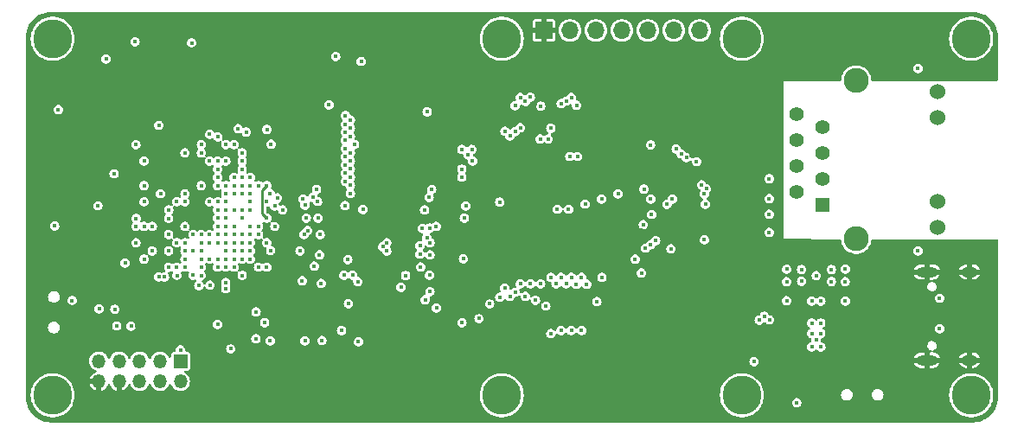
<source format=gbr>
%TF.GenerationSoftware,KiCad,Pcbnew,7.0.7*%
%TF.CreationDate,2024-03-25T22:35:56+08:00*%
%TF.ProjectId,eins2440,65696e73-3234-4343-902e-6b696361645f,rev?*%
%TF.SameCoordinates,Original*%
%TF.FileFunction,Copper,L2,Inr*%
%TF.FilePolarity,Positive*%
%FSLAX46Y46*%
G04 Gerber Fmt 4.6, Leading zero omitted, Abs format (unit mm)*
G04 Created by KiCad (PCBNEW 7.0.7) date 2024-03-25 22:35:56*
%MOMM*%
%LPD*%
G01*
G04 APERTURE LIST*
%TA.AperFunction,ComponentPad*%
%ADD10R,1.398000X1.398000*%
%TD*%
%TA.AperFunction,ComponentPad*%
%ADD11C,1.398000*%
%TD*%
%TA.AperFunction,ComponentPad*%
%ADD12C,1.530000*%
%TD*%
%TA.AperFunction,ComponentPad*%
%ADD13C,2.445000*%
%TD*%
%TA.AperFunction,ComponentPad*%
%ADD14C,3.800000*%
%TD*%
%TA.AperFunction,ComponentPad*%
%ADD15R,1.350000X1.350000*%
%TD*%
%TA.AperFunction,ComponentPad*%
%ADD16O,1.350000X1.350000*%
%TD*%
%TA.AperFunction,ComponentPad*%
%ADD17O,2.100000X1.000000*%
%TD*%
%TA.AperFunction,ComponentPad*%
%ADD18O,1.600000X1.000000*%
%TD*%
%TA.AperFunction,ComponentPad*%
%ADD19R,1.700000X1.700000*%
%TD*%
%TA.AperFunction,ComponentPad*%
%ADD20O,1.700000X1.700000*%
%TD*%
%TA.AperFunction,ViaPad*%
%ADD21C,0.406400*%
%TD*%
%TA.AperFunction,Conductor*%
%ADD22C,0.254000*%
%TD*%
G04 APERTURE END LIST*
D10*
%TO.N,/ethernet/TD+*%
%TO.C,J3*%
X179740000Y-96609000D03*
D11*
%TO.N,/ethernet/TD-*%
X177200000Y-95339000D03*
%TO.N,/ethernet/RD+*%
X179740000Y-94069000D03*
%TO.N,/ethernet/AVDD_2.5V*%
X177200000Y-92799000D03*
X179740000Y-91529000D03*
%TO.N,/ethernet/RD-*%
X177200000Y-90259000D03*
%TO.N,unconnected-(J3-NC-Pad7)*%
X179740000Y-88989000D03*
%TO.N,GND*%
X177200000Y-87719000D03*
D12*
%TO.N,Net-(J3-Pad9)*%
X190990000Y-98784000D03*
%TO.N,/ethernet/G_LED*%
X190990000Y-96244000D03*
%TO.N,/ethernet/Y_LED*%
X190990000Y-88074000D03*
%TO.N,Net-(J3-Pad12)*%
X190990000Y-85534000D03*
D13*
%TO.N,unconnected-(J3-SHIELD-Pad15)*%
X183040000Y-99904000D03*
%TO.N,unconnected-(J3-SHIELD-Pad16)*%
X183040000Y-84414000D03*
%TD*%
D14*
%TO.N,N/C*%
%TO.C,H7*%
X148340000Y-115240000D03*
%TD*%
%TO.N,N/C*%
%TO.C,H6*%
X171850000Y-80320000D03*
%TD*%
%TO.N,N/C*%
%TO.C,H1*%
X104380000Y-80320000D03*
%TD*%
%TO.N,N/C*%
%TO.C,H4*%
X194300000Y-80320000D03*
%TD*%
D15*
%TO.N,+3.3V*%
%TO.C,J1*%
X116890000Y-111890000D03*
D16*
X116890000Y-113890000D03*
%TO.N,nTRST*%
X114890000Y-111890000D03*
%TO.N,nRESET*%
X114890000Y-113890000D03*
%TO.N,TDI*%
X112890000Y-111890000D03*
%TO.N,TDO*%
X112890000Y-113890000D03*
%TO.N,TMS*%
X110890000Y-111890000D03*
%TO.N,GND*%
X110890000Y-113890000D03*
%TO.N,TCK*%
X108890000Y-111890000D03*
%TO.N,GND*%
X108890000Y-113890000D03*
%TD*%
D14*
%TO.N,N/C*%
%TO.C,H5*%
X148340000Y-80320000D03*
%TD*%
D17*
%TO.N,GND*%
%TO.C,J5*%
X189965000Y-111800000D03*
D18*
X194145000Y-111800000D03*
D17*
X189965000Y-103160000D03*
D18*
X194145000Y-103160000D03*
%TD*%
D14*
%TO.N,N/C*%
%TO.C,H3*%
X194300000Y-115240000D03*
%TD*%
%TO.N,N/C*%
%TO.C,H8*%
X171850000Y-115240000D03*
%TD*%
D19*
%TO.N,GND*%
%TO.C,J2*%
X152480000Y-79500000D03*
D20*
%TO.N,+3.3V*%
X155020000Y-79500000D03*
%TO.N,LCD_SCL*%
X157560000Y-79500000D03*
%TO.N,LCD_SDA*%
X160100000Y-79500000D03*
%TO.N,LCD_RES*%
X162640000Y-79500000D03*
%TO.N,LCD_DC*%
X165180000Y-79500000D03*
%TO.N,+3.3V*%
X167720000Y-79500000D03*
%TD*%
D14*
%TO.N,N/C*%
%TO.C,H2*%
X104380000Y-115240000D03*
%TD*%
D21*
%TO.N,LCD_DC*%
X115740000Y-97090000D03*
%TO.N,+3.3V*%
X120530000Y-108290000D03*
X179130000Y-103520000D03*
X123331850Y-89446299D03*
X118131850Y-99496300D03*
X177220000Y-115970000D03*
X113331851Y-92296300D03*
X125680000Y-109900000D03*
X104580000Y-98650000D03*
X144450000Y-108119999D03*
X176230000Y-104110000D03*
X179590000Y-110500000D03*
X189080000Y-101100000D03*
X125721850Y-101066299D03*
X113331850Y-98696299D03*
X112051850Y-108456299D03*
X144686850Y-97882599D03*
X130661850Y-104276299D03*
X114131850Y-101096299D03*
X162901850Y-90713099D03*
X177700000Y-102910000D03*
X119740000Y-89690000D03*
X179570000Y-109170000D03*
X176240000Y-102900000D03*
X163003200Y-97523799D03*
X111461850Y-102296299D03*
X189080000Y-83230000D03*
X119731850Y-99496300D03*
X176230000Y-105980000D03*
X117330000Y-95500000D03*
X124531849Y-102696299D03*
X177700000Y-104080000D03*
X114780000Y-88800000D03*
X181970000Y-102890000D03*
X174550000Y-107850000D03*
X141947950Y-106682399D03*
X141288534Y-98847420D03*
X131420000Y-86810000D03*
X180610000Y-104090000D03*
X124531849Y-94696300D03*
X110475238Y-106799687D03*
X173045000Y-111935000D03*
X106280000Y-105950000D03*
X108921850Y-106786299D03*
X129080000Y-109900000D03*
X121325050Y-104195744D03*
X117990000Y-80720000D03*
X178690000Y-106010000D03*
X109600000Y-82320000D03*
X157651850Y-106056299D03*
X121820000Y-110690000D03*
X181960000Y-104120000D03*
X130571850Y-99502599D03*
X179130000Y-109820000D03*
X178690000Y-108160000D03*
X104920000Y-87250000D03*
X132090000Y-82040000D03*
X178700000Y-110490000D03*
X181970000Y-106020000D03*
X118931850Y-90696301D03*
X126111850Y-96696299D03*
X178690000Y-109170000D03*
X132661850Y-108907399D03*
X116890000Y-110790000D03*
X112450000Y-80610000D03*
X180610000Y-102910000D03*
X144591850Y-101881799D03*
X124531849Y-99496300D03*
X133271850Y-101936299D03*
X152661850Y-106506299D03*
X110396850Y-93546299D03*
X179580000Y-106020000D03*
X155664320Y-86846299D03*
X152151660Y-86906299D03*
X108800000Y-96680000D03*
X141041850Y-87486299D03*
X164911850Y-100883199D03*
X179570000Y-108160000D03*
%TO.N,GND*%
X144191850Y-106686299D03*
X188870000Y-116570000D03*
X108846850Y-93546299D03*
X125331849Y-98696300D03*
X151651661Y-86686110D03*
X109610000Y-83880000D03*
X141761850Y-104276299D03*
X168530000Y-101950000D03*
X176370000Y-108160000D03*
X172975000Y-101840000D03*
X173550000Y-103440000D03*
X126111850Y-101496299D03*
X119731850Y-94696299D03*
X132062516Y-86818221D03*
X112531851Y-103496299D03*
X122931850Y-102696299D03*
X176820000Y-109800000D03*
X162000000Y-99023799D03*
X137220000Y-114555000D03*
X165835000Y-97890000D03*
X113331851Y-100296300D03*
X120531850Y-103496299D03*
X125781850Y-92696299D03*
X177280000Y-108160000D03*
X110890000Y-115150000D03*
X125331849Y-93896300D03*
X151390000Y-94570000D03*
X120180000Y-80700000D03*
X107941850Y-100231299D03*
X130750000Y-114565000D03*
X183970000Y-108420000D03*
X116531850Y-99496300D03*
X132861850Y-101474899D03*
X188540000Y-104430000D03*
X113331851Y-90696301D03*
X176370000Y-110480000D03*
X188460000Y-103160000D03*
X172990000Y-91510000D03*
X160830000Y-89720000D03*
X125000000Y-84610000D03*
X112630000Y-108450000D03*
X167490000Y-89720000D03*
X161830000Y-104380000D03*
X150140000Y-95820000D03*
X170700000Y-97997099D03*
X112531851Y-97096300D03*
X169260000Y-105910000D03*
X121331850Y-91496301D03*
X144171850Y-99476299D03*
X156620000Y-111160000D03*
X124280000Y-114565000D03*
X133311850Y-107069499D03*
X125781850Y-91906299D03*
X152661850Y-108906899D03*
X147650653Y-106726299D03*
X175611000Y-87719000D03*
X118932350Y-98690000D03*
X166410000Y-100883699D03*
X123955000Y-89575000D03*
X166909349Y-91749349D03*
X176370000Y-109180000D03*
X164221850Y-100883199D03*
X112531851Y-95496300D03*
X141821850Y-87486299D03*
X119730000Y-90700000D03*
X114430000Y-86550000D03*
X112450000Y-85450000D03*
X114131851Y-101896299D03*
X115731850Y-90696301D03*
X161351850Y-90713099D03*
X134021850Y-97092599D03*
X177270000Y-110480000D03*
X188470000Y-110830000D03*
X131691850Y-109176299D03*
X171490000Y-110160000D03*
X177270000Y-109180000D03*
X158710000Y-86190000D03*
X117591850Y-104596299D03*
X172780000Y-89720000D03*
X157151850Y-106516299D03*
X152662040Y-89580014D03*
X124531849Y-100296300D03*
X107941850Y-104271299D03*
X126611850Y-95096299D03*
X132730140Y-99499999D03*
X107940000Y-102190000D03*
X112531851Y-92296300D03*
X143680000Y-114535000D03*
X119791850Y-108296299D03*
%TO.N,nRESET*%
X162020000Y-103260000D03*
X152100000Y-90130000D03*
X118931850Y-102696299D03*
X134590000Y-82536300D03*
%TO.N,Net-(U1D-NCON)*%
X114131850Y-98696299D03*
%TO.N,RXD0*%
X117331850Y-101096299D03*
X173550000Y-107880000D03*
%TO.N,TXD0*%
X174050000Y-107480000D03*
X117331850Y-100296300D03*
%TO.N,Net-(U1B-MPLLCAP)*%
X115731850Y-101096299D03*
X114761850Y-103646299D03*
%TO.N,/soc/XTIpll*%
X119790000Y-104443499D03*
X120531850Y-101896299D03*
%TO.N,/soc/XTOpll*%
X118691850Y-104506299D03*
X119731850Y-101896299D03*
%TO.N,nTRST*%
X118931850Y-101896299D03*
%TO.N,TDI*%
X116552325Y-103496774D03*
%TO.N,TCK*%
X118931850Y-100296300D03*
%TO.N,TMS*%
X118141850Y-101096299D03*
%TO.N,TDO*%
X118125675Y-103486299D03*
%TO.N,nSRAS*%
X133031850Y-94287199D03*
%TO.N,nSCAS*%
X133521850Y-95472599D03*
%TO.N,nGCS6*%
X133026850Y-93486299D03*
%TO.N,SCKE*%
X133521850Y-94680899D03*
%TO.N,SCLK1*%
X130211850Y-95075099D03*
X141481850Y-95076299D03*
%TO.N,VDD_1.3V*%
X113331851Y-94696300D03*
X113331851Y-96296300D03*
X124531849Y-98696300D03*
X125331850Y-97889999D03*
X121331850Y-90696301D03*
X112531851Y-98696300D03*
X125331849Y-102696299D03*
X115731850Y-102696299D03*
X118931850Y-103496299D03*
X115731850Y-97906299D03*
X121331850Y-102696299D03*
X125331849Y-94696300D03*
X118931850Y-91496301D03*
X115731850Y-99496299D03*
X119731850Y-92286299D03*
X125355000Y-89190000D03*
X112531851Y-90696301D03*
X117331850Y-91496301D03*
%TO.N,FRnB*%
X149661850Y-86876299D03*
X120531850Y-93896299D03*
%TO.N,LCD_SCL*%
X116530000Y-96290000D03*
%TO.N,Net-(U1B-nSCAS)*%
X122931850Y-94696300D03*
%TO.N,Net-(U1B-nSRAS)*%
X123731850Y-94696300D03*
X125759618Y-90646299D03*
%TO.N,Net-(U1B-nWAIT)*%
X121336850Y-92296299D03*
%TO.N,Net-(U1B-nBATT_FLT)*%
X118931850Y-101096299D03*
%TO.N,Net-(U1G-nGCS6)*%
X122931850Y-91496301D03*
%TO.N,Net-(U1B-OM0)*%
X113331851Y-101896299D03*
X110655000Y-108450000D03*
%TO.N,LCD_SDA*%
X114930000Y-95490000D03*
%TO.N,LCD_RES*%
X117330000Y-96290000D03*
%TO.N,Net-(U1C-PWREN)*%
X118931850Y-99496300D03*
%TO.N,EINT4*%
X116519250Y-102706299D03*
X134305000Y-110000000D03*
%TO.N,Net-(U1B-EINT21{slash}GPG13)*%
X112541850Y-97906299D03*
%TO.N,Net-(U1B-EINT22{slash}GPG14)*%
X117331850Y-98696300D03*
%TO.N,Net-(U1B-EINT23{slash}GPG15)*%
X112531851Y-100296300D03*
%TO.N,EINT1*%
X125130000Y-108119999D03*
X117331850Y-101896299D03*
%TO.N,EINT2*%
X130730000Y-109860000D03*
X116530000Y-100283700D03*
%TO.N,EINT0*%
X115330686Y-103650000D03*
X124280000Y-109695000D03*
%TO.N,nWE*%
X144820000Y-96699999D03*
X122131850Y-94696300D03*
X153151850Y-89096299D03*
X133001850Y-96653699D03*
%TO.N,nOE*%
X148150779Y-105636299D03*
X148151850Y-96306299D03*
X123731850Y-93896300D03*
X128871850Y-96006299D03*
%TO.N,nGCS4*%
X122931850Y-92296300D03*
X162411850Y-100831299D03*
%TO.N,nGCS0*%
X120531850Y-94706299D03*
X147161850Y-106286299D03*
%TO.N,nFWE*%
X155163940Y-86068389D03*
X120541850Y-89916299D03*
%TO.N,nFRE*%
X122131850Y-90696301D03*
X150153282Y-86068899D03*
%TO.N,nFCE*%
X151141850Y-86046299D03*
X120531850Y-92296299D03*
%TO.N,nBE3*%
X122131850Y-93896300D03*
X129875550Y-95871299D03*
X141231850Y-95866299D03*
%TO.N,nBE2*%
X134761850Y-97041799D03*
X122931850Y-93896300D03*
X129088150Y-96606299D03*
%TO.N,nBE0*%
X130316870Y-96259999D03*
X140791850Y-97081199D03*
X122931850Y-93096300D03*
%TO.N,EINT7*%
X117331850Y-102696299D03*
X161400000Y-101900000D03*
%TO.N,DATA9*%
X154885799Y-97022747D03*
X150168676Y-104327393D03*
%TO.N,DATA8*%
X122931850Y-100296300D03*
X153775272Y-97019721D03*
X149151031Y-105546299D03*
X128591850Y-101106299D03*
%TO.N,DATA7*%
X140571850Y-98916299D03*
X156150000Y-108906899D03*
X126131850Y-98703099D03*
X165051850Y-96026299D03*
X156151850Y-103696299D03*
%TO.N,DATA6*%
X155152543Y-108906899D03*
X141321850Y-100286299D03*
X123731850Y-100296300D03*
X155151850Y-103696299D03*
X168170000Y-95523798D03*
%TO.N,DATA5*%
X154151850Y-103696299D03*
X121331850Y-98696300D03*
X154152291Y-108906899D03*
X168370000Y-95023799D03*
X141321850Y-101476299D03*
%TO.N,DATA4*%
X153150000Y-109190000D03*
X140341850Y-101426299D03*
X167911850Y-94630099D03*
X121331850Y-97896300D03*
X153161850Y-103681299D03*
%TO.N,DATA31*%
X138487042Y-104653691D03*
X121331850Y-100296300D03*
%TO.N,DATA30*%
X119731850Y-100296300D03*
X140851850Y-105882299D03*
%TO.N,DATA3*%
X137081850Y-100296299D03*
X167409351Y-92356299D03*
X125331849Y-100296300D03*
X151651661Y-105937399D03*
%TO.N,DATA29*%
X120531850Y-102696299D03*
X141311850Y-105082199D03*
%TO.N,DATA28*%
X141274538Y-103481999D03*
X120531850Y-98696300D03*
%TO.N,DATA27*%
X140401850Y-102681899D03*
X121331850Y-99496300D03*
%TO.N,DATA26*%
X121331850Y-101096299D03*
X140331850Y-100576299D03*
X128985550Y-99502599D03*
%TO.N,DATA25*%
X141025034Y-99836136D03*
X120531850Y-99496300D03*
X129341850Y-99103499D03*
%TO.N,DATA24*%
X141921850Y-98683700D03*
X122931850Y-103496299D03*
%TO.N,DATA23*%
X120531850Y-100296300D03*
%TO.N,DATA22*%
X134263070Y-104098649D03*
X121331850Y-101896299D03*
%TO.N,DATA21*%
X133751850Y-103476299D03*
X122131850Y-102696299D03*
%TO.N,DATA20*%
X133331850Y-106275999D03*
X122131850Y-99496300D03*
X121321850Y-104796299D03*
%TO.N,DATA2*%
X166409350Y-91962599D03*
X122131850Y-98696300D03*
X150651409Y-105543699D03*
X136691850Y-100686299D03*
%TO.N,DATA19*%
X122131850Y-100296300D03*
%TO.N,DATA18*%
X122131850Y-101096299D03*
%TO.N,DATA17*%
X122131850Y-101896299D03*
%TO.N,DATA16*%
X124291850Y-107076299D03*
%TO.N,DATA15*%
X164520000Y-96520000D03*
X156661850Y-104366299D03*
%TO.N,DATA14*%
X122931850Y-101096299D03*
X128811850Y-104026299D03*
X162920000Y-96030000D03*
X155652669Y-104386299D03*
%TO.N,DATA13*%
X162275615Y-95031685D03*
X123731850Y-101896299D03*
X129981850Y-102586299D03*
X154652417Y-104320000D03*
%TO.N,DATA12*%
X153660000Y-104330000D03*
X159736209Y-95513009D03*
X132898413Y-103481999D03*
X122931850Y-101896299D03*
%TO.N,DATA11*%
X130501850Y-101475399D03*
X123731850Y-101096299D03*
X152150000Y-104330000D03*
X158111850Y-96023800D03*
%TO.N,DATA10*%
X156505075Y-96517023D03*
X151151535Y-104336299D03*
%TO.N,DATA1*%
X165909351Y-91568899D03*
X149651157Y-105149999D03*
X137091850Y-101106299D03*
X123731850Y-99496300D03*
%TO.N,DATA0*%
X122931850Y-99496300D03*
X138931850Y-103503099D03*
X148631850Y-104736299D03*
X165411850Y-91106299D03*
%TO.N,CLE*%
X120531850Y-93086299D03*
X154163180Y-86666299D03*
%TO.N,ALE*%
X122535074Y-89129523D03*
X154663560Y-86426299D03*
%TO.N,ADDR9*%
X133931850Y-90680399D03*
X145420000Y-91150000D03*
X125341850Y-96296300D03*
%TO.N,ADDR8*%
X120531850Y-96296300D03*
X149651157Y-89431299D03*
X133521850Y-89872599D03*
%TO.N,ADDR7*%
X133521850Y-89080199D03*
X122931850Y-95496300D03*
X149151031Y-89831299D03*
%TO.N,ADDR6*%
X148661850Y-89366299D03*
X121331850Y-95496299D03*
X133521850Y-88280099D03*
%TO.N,ADDR5*%
X133031850Y-87839161D03*
X122131850Y-95496299D03*
%TO.N,ADDR4*%
X133021850Y-88686499D03*
X123731850Y-95496300D03*
%TO.N,ADDR3*%
X133021850Y-89475183D03*
X121331850Y-96296300D03*
%TO.N,ADDR25*%
X120531850Y-97896300D03*
X133021850Y-91886299D03*
%TO.N,ADDR24*%
X123731850Y-98696300D03*
X133021850Y-92679999D03*
%TO.N,ADDR20*%
X152892541Y-90136990D03*
X122931850Y-97896300D03*
%TO.N,ADDR2*%
X125661850Y-95486299D03*
X162200000Y-98523800D03*
X133021850Y-90266299D03*
X144436850Y-91156299D03*
%TO.N,ADDR19*%
X150648150Y-86462599D03*
X118931850Y-94696299D03*
%TO.N,ADDR18*%
X150159452Y-89045597D03*
X121331850Y-97096300D03*
%TO.N,ADDR17*%
X120531850Y-97096300D03*
X130361850Y-97896800D03*
X158151850Y-103696299D03*
%TO.N,ADDR16*%
X129211850Y-97886299D03*
X122931850Y-97096300D03*
X155762574Y-91857023D03*
%TO.N,ADDR15*%
X123731850Y-97096300D03*
X154999762Y-91846299D03*
%TO.N,ADDR14*%
X144436850Y-93880799D03*
X122131850Y-97096300D03*
X133521850Y-93880799D03*
%TO.N,ADDR13*%
X119731850Y-96296300D03*
X133521850Y-93079999D03*
X144436850Y-93080699D03*
%TO.N,ADDR12*%
X126898650Y-97083099D03*
X133021850Y-91086299D03*
%TO.N,ADDR11*%
X123731850Y-96296300D03*
X145491850Y-92296299D03*
X133521850Y-92286299D03*
%TO.N,ADDR10*%
X126381850Y-95896299D03*
X133521850Y-91480499D03*
X145036850Y-91681299D03*
%TO.N,ADDR1*%
X146120000Y-107726299D03*
X121341850Y-94706299D03*
%TO.N,/ethernet/AVDD_2.5V*%
X168270000Y-96530000D03*
X168170000Y-100020000D03*
%TO.N,/ethernet/G_LED*%
X162911850Y-100486299D03*
%TO.N,/ethernet/Y_LED*%
X163411850Y-100096799D03*
%TO.N,Net-(J5-CC1)*%
X191210000Y-108730000D03*
%TO.N,Net-(J5-CC2)*%
X191200000Y-105730000D03*
%TO.N,Net-(C32-Pad2)*%
X174530000Y-95970000D03*
X174535000Y-94020000D03*
%TO.N,Net-(C31-Pad2)*%
X174535000Y-97510000D03*
X174535000Y-99290000D03*
%TD*%
D22*
%TO.N,VDD_1.3V*%
X125331850Y-97889999D02*
X124884650Y-97442799D01*
X124884650Y-95143499D02*
X125331849Y-94696300D01*
X124884650Y-97442799D02*
X124884650Y-95143499D01*
%TD*%
%TA.AperFunction,Conductor*%
%TO.N,GND*%
G36*
X194461900Y-77688614D02*
G01*
X194756519Y-77706436D01*
X194764061Y-77707352D01*
X195052509Y-77760211D01*
X195059893Y-77762032D01*
X195339861Y-77849274D01*
X195346973Y-77851970D01*
X195614388Y-77972324D01*
X195621120Y-77975858D01*
X195872083Y-78127571D01*
X195878331Y-78131885D01*
X196109177Y-78312740D01*
X196114859Y-78317774D01*
X196322224Y-78525139D01*
X196327260Y-78530823D01*
X196508110Y-78761662D01*
X196512430Y-78767920D01*
X196583792Y-78885966D01*
X196664141Y-79018879D01*
X196667678Y-79025617D01*
X196745239Y-79197952D01*
X196788025Y-79293018D01*
X196790725Y-79300138D01*
X196877967Y-79580106D01*
X196879790Y-79587500D01*
X196932646Y-79875931D01*
X196933564Y-79883490D01*
X196939966Y-79989316D01*
X196949824Y-80152300D01*
X196951385Y-80178096D01*
X196951500Y-80181901D01*
X196951500Y-84329201D01*
X196931498Y-84397322D01*
X196877842Y-84443815D01*
X196825500Y-84455201D01*
X184641467Y-84455201D01*
X184573346Y-84435199D01*
X184526853Y-84381543D01*
X184515897Y-84339609D01*
X184501849Y-84170061D01*
X184441760Y-83932775D01*
X184343435Y-83708616D01*
X184209555Y-83503699D01*
X184187735Y-83479996D01*
X184043778Y-83323616D01*
X184043774Y-83323612D01*
X183923505Y-83230003D01*
X188617593Y-83230003D01*
X188636322Y-83360268D01*
X188636324Y-83360275D01*
X188690998Y-83479996D01*
X188777188Y-83579464D01*
X188887909Y-83650620D01*
X189014193Y-83687700D01*
X189145807Y-83687700D01*
X189272091Y-83650620D01*
X189382812Y-83579464D01*
X189469002Y-83479996D01*
X189523676Y-83360275D01*
X189528947Y-83323616D01*
X189542407Y-83230003D01*
X189542407Y-83229996D01*
X189523677Y-83099731D01*
X189523676Y-83099730D01*
X189523676Y-83099725D01*
X189469002Y-82980004D01*
X189382812Y-82880536D01*
X189382811Y-82880535D01*
X189327451Y-82844957D01*
X189272091Y-82809380D01*
X189193473Y-82786296D01*
X189145807Y-82772300D01*
X189014193Y-82772300D01*
X188887911Y-82809379D01*
X188887907Y-82809381D01*
X188777188Y-82880535D01*
X188690999Y-82980002D01*
X188636324Y-83099724D01*
X188636322Y-83099731D01*
X188617593Y-83229996D01*
X188617593Y-83230003D01*
X183923505Y-83230003D01*
X183923496Y-83229996D01*
X183850611Y-83173267D01*
X183726594Y-83106152D01*
X183635337Y-83056766D01*
X183635335Y-83056765D01*
X183403829Y-82977290D01*
X183403822Y-82977288D01*
X183281749Y-82956918D01*
X183162388Y-82937000D01*
X182917612Y-82937000D01*
X182798251Y-82956918D01*
X182676177Y-82977288D01*
X182676170Y-82977290D01*
X182444664Y-83056765D01*
X182444662Y-83056766D01*
X182229391Y-83173266D01*
X182229389Y-83173267D01*
X182036225Y-83323612D01*
X182036221Y-83323616D01*
X181870451Y-83503691D01*
X181870445Y-83503699D01*
X181736563Y-83708619D01*
X181638241Y-83932771D01*
X181638238Y-83932778D01*
X181578153Y-84170048D01*
X181578151Y-84170057D01*
X181578151Y-84170061D01*
X181564102Y-84339608D01*
X181538544Y-84405842D01*
X181481232Y-84447746D01*
X181438533Y-84455201D01*
X175924965Y-84455201D01*
X175934652Y-99935041D01*
X181444859Y-99938261D01*
X181512968Y-99958303D01*
X181559429Y-100011986D01*
X181570354Y-100053854D01*
X181573913Y-100096799D01*
X181578152Y-100147946D01*
X181638238Y-100385221D01*
X181638241Y-100385228D01*
X181736563Y-100609380D01*
X181736565Y-100609384D01*
X181870445Y-100814301D01*
X181870449Y-100814305D01*
X181870451Y-100814308D01*
X182036221Y-100994383D01*
X182036225Y-100994387D01*
X182067333Y-101018599D01*
X182229389Y-101144733D01*
X182427446Y-101251916D01*
X182444662Y-101261233D01*
X182444664Y-101261234D01*
X182525542Y-101288999D01*
X182676175Y-101340711D01*
X182917612Y-101381000D01*
X182917616Y-101381000D01*
X183162384Y-101381000D01*
X183162388Y-101381000D01*
X183403825Y-101340711D01*
X183635338Y-101261233D01*
X183850611Y-101144733D01*
X183908080Y-101100003D01*
X188617593Y-101100003D01*
X188636322Y-101230268D01*
X188636324Y-101230275D01*
X188690998Y-101349996D01*
X188777188Y-101449464D01*
X188887909Y-101520620D01*
X189014193Y-101557700D01*
X189145807Y-101557700D01*
X189272091Y-101520620D01*
X189382812Y-101449464D01*
X189469002Y-101349996D01*
X189523676Y-101230275D01*
X189524247Y-101226301D01*
X189542407Y-101100003D01*
X189542407Y-101099996D01*
X189523677Y-100969731D01*
X189523676Y-100969730D01*
X189523676Y-100969725D01*
X189469002Y-100850004D01*
X189382812Y-100750536D01*
X189382811Y-100750535D01*
X189325121Y-100713460D01*
X189272091Y-100679380D01*
X189259493Y-100675681D01*
X189145807Y-100642300D01*
X189014193Y-100642300D01*
X188887911Y-100679379D01*
X188887907Y-100679381D01*
X188777188Y-100750535D01*
X188690999Y-100850002D01*
X188636324Y-100969724D01*
X188636322Y-100969731D01*
X188617593Y-101099996D01*
X188617593Y-101100003D01*
X183908080Y-101100003D01*
X184043773Y-100994388D01*
X184060679Y-100976024D01*
X184146130Y-100883199D01*
X184209555Y-100814301D01*
X184343435Y-100609384D01*
X184441760Y-100385225D01*
X184492312Y-100185600D01*
X184501846Y-100147951D01*
X184501848Y-100147941D01*
X184501849Y-100147939D01*
X184509490Y-100055717D01*
X184535048Y-99989484D01*
X184592359Y-99947581D01*
X184635128Y-99940125D01*
X196825575Y-99947250D01*
X196893683Y-99967292D01*
X196940144Y-100020975D01*
X196951500Y-100073250D01*
X196951500Y-115398097D01*
X196951385Y-115401902D01*
X196933564Y-115696509D01*
X196932646Y-115704068D01*
X196879790Y-115992499D01*
X196877967Y-115999893D01*
X196790725Y-116279861D01*
X196788025Y-116286981D01*
X196667680Y-116554378D01*
X196664141Y-116561120D01*
X196512436Y-116812071D01*
X196508110Y-116818337D01*
X196327266Y-117049169D01*
X196322217Y-117054868D01*
X196114868Y-117262217D01*
X196109169Y-117267266D01*
X195878337Y-117448110D01*
X195872071Y-117452436D01*
X195621120Y-117604141D01*
X195614378Y-117607680D01*
X195346981Y-117728025D01*
X195339861Y-117730725D01*
X195059893Y-117817967D01*
X195052499Y-117819790D01*
X194764068Y-117872646D01*
X194756509Y-117873564D01*
X194499884Y-117889087D01*
X194461900Y-117891385D01*
X194458097Y-117891500D01*
X104231903Y-117891500D01*
X104228099Y-117891385D01*
X104183238Y-117888671D01*
X103933490Y-117873564D01*
X103925931Y-117872646D01*
X103637500Y-117819790D01*
X103630106Y-117817967D01*
X103350138Y-117730725D01*
X103343018Y-117728025D01*
X103075617Y-117607678D01*
X103068879Y-117604141D01*
X102967673Y-117542960D01*
X102817920Y-117452430D01*
X102811662Y-117448110D01*
X102580823Y-117267260D01*
X102575139Y-117262224D01*
X102367774Y-117054859D01*
X102362740Y-117049177D01*
X102181885Y-116818331D01*
X102177571Y-116812083D01*
X102025858Y-116561120D01*
X102022324Y-116554388D01*
X101901970Y-116286973D01*
X101899274Y-116279861D01*
X101812032Y-115999893D01*
X101810211Y-115992509D01*
X101757352Y-115704061D01*
X101756436Y-115696519D01*
X101738614Y-115401900D01*
X101738500Y-115398097D01*
X101738500Y-115240004D01*
X102220466Y-115240004D01*
X102240578Y-115534043D01*
X102240579Y-115534049D01*
X102240580Y-115534057D01*
X102272869Y-115689440D01*
X102300545Y-115822628D01*
X102300547Y-115822636D01*
X102399254Y-116100370D01*
X102534845Y-116362047D01*
X102534848Y-116362052D01*
X102534852Y-116362059D01*
X102704825Y-116602856D01*
X102906003Y-116818265D01*
X103134639Y-117004274D01*
X103386474Y-117157418D01*
X103656816Y-117274844D01*
X103940630Y-117354365D01*
X104042642Y-117368386D01*
X104232617Y-117394499D01*
X104232628Y-117394500D01*
X104527372Y-117394500D01*
X104527382Y-117394499D01*
X104666351Y-117375397D01*
X104819370Y-117354365D01*
X105103184Y-117274844D01*
X105373526Y-117157418D01*
X105625361Y-117004274D01*
X105853997Y-116818265D01*
X106055175Y-116602856D01*
X106225148Y-116362059D01*
X106298759Y-116219996D01*
X106360745Y-116100370D01*
X106360746Y-116100365D01*
X106360749Y-116100361D01*
X106459453Y-115822635D01*
X106519420Y-115534057D01*
X106539534Y-115240004D01*
X146180466Y-115240004D01*
X146200578Y-115534043D01*
X146200579Y-115534049D01*
X146200580Y-115534057D01*
X146232869Y-115689440D01*
X146260545Y-115822628D01*
X146260547Y-115822636D01*
X146359254Y-116100370D01*
X146494845Y-116362047D01*
X146494848Y-116362052D01*
X146494852Y-116362059D01*
X146664825Y-116602856D01*
X146866003Y-116818265D01*
X147094639Y-117004274D01*
X147346474Y-117157418D01*
X147616816Y-117274844D01*
X147900630Y-117354365D01*
X148002642Y-117368386D01*
X148192617Y-117394499D01*
X148192628Y-117394500D01*
X148487372Y-117394500D01*
X148487382Y-117394499D01*
X148626351Y-117375397D01*
X148779370Y-117354365D01*
X149063184Y-117274844D01*
X149333526Y-117157418D01*
X149585361Y-117004274D01*
X149813997Y-116818265D01*
X150015175Y-116602856D01*
X150185148Y-116362059D01*
X150258759Y-116219996D01*
X150320745Y-116100370D01*
X150320746Y-116100365D01*
X150320749Y-116100361D01*
X150419453Y-115822635D01*
X150479420Y-115534057D01*
X150499534Y-115240004D01*
X169690466Y-115240004D01*
X169710578Y-115534043D01*
X169710579Y-115534049D01*
X169710580Y-115534057D01*
X169742869Y-115689440D01*
X169770545Y-115822628D01*
X169770547Y-115822636D01*
X169869254Y-116100370D01*
X170004845Y-116362047D01*
X170004848Y-116362052D01*
X170004852Y-116362059D01*
X170174825Y-116602856D01*
X170376003Y-116818265D01*
X170604639Y-117004274D01*
X170856474Y-117157418D01*
X171126816Y-117274844D01*
X171410630Y-117354365D01*
X171512642Y-117368386D01*
X171702617Y-117394499D01*
X171702628Y-117394500D01*
X171997372Y-117394500D01*
X171997382Y-117394499D01*
X172136351Y-117375397D01*
X172289370Y-117354365D01*
X172573184Y-117274844D01*
X172843526Y-117157418D01*
X173095361Y-117004274D01*
X173323997Y-116818265D01*
X173525175Y-116602856D01*
X173695148Y-116362059D01*
X173768759Y-116219996D01*
X173830745Y-116100370D01*
X173830746Y-116100365D01*
X173830749Y-116100361D01*
X173877078Y-115970003D01*
X176757593Y-115970003D01*
X176776322Y-116100268D01*
X176776324Y-116100275D01*
X176830998Y-116219996D01*
X176917188Y-116319464D01*
X177027909Y-116390620D01*
X177154193Y-116427700D01*
X177285807Y-116427700D01*
X177412091Y-116390620D01*
X177522812Y-116319464D01*
X177609002Y-116219996D01*
X177663676Y-116100275D01*
X177682407Y-115970000D01*
X177682407Y-115969996D01*
X177663677Y-115839731D01*
X177663676Y-115839730D01*
X177663676Y-115839725D01*
X177609002Y-115720004D01*
X177522812Y-115620536D01*
X177522811Y-115620535D01*
X177447852Y-115572362D01*
X177412091Y-115549380D01*
X177285807Y-115512300D01*
X177154193Y-115512300D01*
X177027911Y-115549379D01*
X177027907Y-115549381D01*
X176917188Y-115620535D01*
X176830999Y-115720002D01*
X176776324Y-115839724D01*
X176776322Y-115839731D01*
X176757593Y-115969996D01*
X176757593Y-115970003D01*
X173877078Y-115970003D01*
X173929453Y-115822635D01*
X173989420Y-115534057D01*
X174009534Y-115240000D01*
X174005772Y-115185000D01*
X181547517Y-115185000D01*
X181567364Y-115335756D01*
X181625554Y-115476239D01*
X181625559Y-115476246D01*
X181718121Y-115596878D01*
X181797683Y-115657926D01*
X181838759Y-115689445D01*
X181979242Y-115747635D01*
X182092151Y-115762500D01*
X182092158Y-115762500D01*
X182167842Y-115762500D01*
X182167849Y-115762500D01*
X182280758Y-115747635D01*
X182421241Y-115689445D01*
X182541878Y-115596878D01*
X182634445Y-115476242D01*
X182692635Y-115335758D01*
X182712483Y-115185000D01*
X184547517Y-115185000D01*
X184567364Y-115335756D01*
X184625554Y-115476239D01*
X184625559Y-115476246D01*
X184718121Y-115596878D01*
X184797683Y-115657926D01*
X184838759Y-115689445D01*
X184979242Y-115747635D01*
X185092151Y-115762500D01*
X185092158Y-115762500D01*
X185167842Y-115762500D01*
X185167849Y-115762500D01*
X185280758Y-115747635D01*
X185421241Y-115689445D01*
X185541878Y-115596878D01*
X185634445Y-115476242D01*
X185692635Y-115335758D01*
X185705241Y-115240004D01*
X192140466Y-115240004D01*
X192160578Y-115534043D01*
X192160579Y-115534049D01*
X192160580Y-115534057D01*
X192192869Y-115689440D01*
X192220545Y-115822628D01*
X192220547Y-115822636D01*
X192319254Y-116100370D01*
X192454845Y-116362047D01*
X192454848Y-116362052D01*
X192454852Y-116362059D01*
X192624825Y-116602856D01*
X192826003Y-116818265D01*
X193054639Y-117004274D01*
X193306474Y-117157418D01*
X193576816Y-117274844D01*
X193860630Y-117354365D01*
X193962642Y-117368386D01*
X194152617Y-117394499D01*
X194152628Y-117394500D01*
X194447372Y-117394500D01*
X194447382Y-117394499D01*
X194586351Y-117375397D01*
X194739370Y-117354365D01*
X195023184Y-117274844D01*
X195293526Y-117157418D01*
X195545361Y-117004274D01*
X195773997Y-116818265D01*
X195975175Y-116602856D01*
X196145148Y-116362059D01*
X196218759Y-116219996D01*
X196280745Y-116100370D01*
X196280746Y-116100365D01*
X196280749Y-116100361D01*
X196379453Y-115822635D01*
X196439420Y-115534057D01*
X196459534Y-115240000D01*
X196439420Y-114945943D01*
X196379453Y-114657365D01*
X196280749Y-114379639D01*
X196280747Y-114379636D01*
X196280745Y-114379629D01*
X196145154Y-114117952D01*
X196145152Y-114117949D01*
X196145148Y-114117941D01*
X195975175Y-113877144D01*
X195773997Y-113661735D01*
X195545361Y-113475726D01*
X195323228Y-113340644D01*
X195293523Y-113322580D01*
X195023187Y-113205157D01*
X195023185Y-113205156D01*
X195023184Y-113205156D01*
X194881276Y-113165395D01*
X194739367Y-113125634D01*
X194447382Y-113085500D01*
X194447372Y-113085500D01*
X194152628Y-113085500D01*
X194152617Y-113085500D01*
X193860632Y-113125634D01*
X193576812Y-113205157D01*
X193306476Y-113322580D01*
X193054636Y-113475728D01*
X192826008Y-113661731D01*
X192826000Y-113661738D01*
X192810055Y-113678811D01*
X192624825Y-113877144D01*
X192456990Y-114114913D01*
X192454853Y-114117940D01*
X192454845Y-114117952D01*
X192319254Y-114379629D01*
X192220547Y-114657363D01*
X192220545Y-114657371D01*
X192160579Y-114945950D01*
X192160578Y-114945956D01*
X192140466Y-115239995D01*
X192140466Y-115240004D01*
X185705241Y-115240004D01*
X185712483Y-115185000D01*
X185692635Y-115034242D01*
X185634445Y-114893759D01*
X185551578Y-114785763D01*
X185541878Y-114773121D01*
X185421246Y-114680559D01*
X185421242Y-114680556D01*
X185421241Y-114680555D01*
X185365256Y-114657365D01*
X185280756Y-114622364D01*
X185167851Y-114607500D01*
X185167849Y-114607500D01*
X185092151Y-114607500D01*
X185092148Y-114607500D01*
X184979243Y-114622364D01*
X184838760Y-114680554D01*
X184838757Y-114680556D01*
X184774260Y-114730046D01*
X184718122Y-114773122D01*
X184718121Y-114773123D01*
X184718120Y-114773124D01*
X184625552Y-114893761D01*
X184567365Y-115034241D01*
X184547517Y-115184999D01*
X184547517Y-115185000D01*
X182712483Y-115185000D01*
X182692635Y-115034242D01*
X182634445Y-114893759D01*
X182551578Y-114785763D01*
X182541878Y-114773121D01*
X182421246Y-114680559D01*
X182421242Y-114680556D01*
X182421241Y-114680555D01*
X182365256Y-114657365D01*
X182280756Y-114622364D01*
X182167851Y-114607500D01*
X182167849Y-114607500D01*
X182092151Y-114607500D01*
X182092148Y-114607500D01*
X181979243Y-114622364D01*
X181838760Y-114680554D01*
X181838757Y-114680556D01*
X181774260Y-114730046D01*
X181718122Y-114773122D01*
X181718121Y-114773123D01*
X181718120Y-114773124D01*
X181625552Y-114893761D01*
X181567365Y-115034241D01*
X181547517Y-115184999D01*
X181547517Y-115185000D01*
X174005772Y-115185000D01*
X173989420Y-114945943D01*
X173929453Y-114657365D01*
X173830749Y-114379639D01*
X173830747Y-114379636D01*
X173830745Y-114379629D01*
X173695154Y-114117952D01*
X173695152Y-114117949D01*
X173695148Y-114117941D01*
X173525175Y-113877144D01*
X173323997Y-113661735D01*
X173095361Y-113475726D01*
X172873228Y-113340644D01*
X172843523Y-113322580D01*
X172573187Y-113205157D01*
X172573185Y-113205156D01*
X172573184Y-113205156D01*
X172431277Y-113165395D01*
X172289367Y-113125634D01*
X171997382Y-113085500D01*
X171997372Y-113085500D01*
X171702628Y-113085500D01*
X171702617Y-113085500D01*
X171410632Y-113125634D01*
X171126812Y-113205157D01*
X170856476Y-113322580D01*
X170604636Y-113475728D01*
X170376008Y-113661731D01*
X170376000Y-113661738D01*
X170360055Y-113678811D01*
X170174825Y-113877144D01*
X170006990Y-114114913D01*
X170004853Y-114117940D01*
X170004845Y-114117952D01*
X169869254Y-114379629D01*
X169770547Y-114657363D01*
X169770545Y-114657371D01*
X169710579Y-114945950D01*
X169710578Y-114945956D01*
X169690466Y-115239995D01*
X169690466Y-115240004D01*
X150499534Y-115240004D01*
X150499534Y-115240000D01*
X150479420Y-114945943D01*
X150419453Y-114657365D01*
X150320749Y-114379639D01*
X150320747Y-114379636D01*
X150320745Y-114379629D01*
X150185154Y-114117952D01*
X150185152Y-114117949D01*
X150185148Y-114117941D01*
X150015175Y-113877144D01*
X149813997Y-113661735D01*
X149585361Y-113475726D01*
X149363228Y-113340644D01*
X149333523Y-113322580D01*
X149063187Y-113205157D01*
X149063185Y-113205156D01*
X149063184Y-113205156D01*
X148921276Y-113165395D01*
X148779367Y-113125634D01*
X148487382Y-113085500D01*
X148487372Y-113085500D01*
X148192628Y-113085500D01*
X148192617Y-113085500D01*
X147900632Y-113125634D01*
X147616812Y-113205157D01*
X147346476Y-113322580D01*
X147094636Y-113475728D01*
X146866008Y-113661731D01*
X146866000Y-113661738D01*
X146850055Y-113678811D01*
X146664825Y-113877144D01*
X146496990Y-114114913D01*
X146494853Y-114117940D01*
X146494845Y-114117952D01*
X146359254Y-114379629D01*
X146260547Y-114657363D01*
X146260545Y-114657371D01*
X146200579Y-114945950D01*
X146200578Y-114945956D01*
X146180466Y-115239995D01*
X146180466Y-115240004D01*
X106539534Y-115240004D01*
X106539534Y-115240000D01*
X106519420Y-114945943D01*
X106459453Y-114657365D01*
X106360749Y-114379639D01*
X106360747Y-114379636D01*
X106360745Y-114379629D01*
X106225154Y-114117952D01*
X106225152Y-114117949D01*
X106225148Y-114117941D01*
X106055175Y-113877144D01*
X105853997Y-113661735D01*
X105625361Y-113475726D01*
X105403228Y-113340644D01*
X105373523Y-113322580D01*
X105103187Y-113205157D01*
X105103185Y-113205156D01*
X105103184Y-113205156D01*
X104961276Y-113165395D01*
X104819367Y-113125634D01*
X104527382Y-113085500D01*
X104527372Y-113085500D01*
X104232628Y-113085500D01*
X104232617Y-113085500D01*
X103940632Y-113125634D01*
X103656812Y-113205157D01*
X103386476Y-113322580D01*
X103134636Y-113475728D01*
X102906008Y-113661731D01*
X102906000Y-113661738D01*
X102890055Y-113678811D01*
X102704825Y-113877144D01*
X102536990Y-114114913D01*
X102534853Y-114117940D01*
X102534845Y-114117952D01*
X102399254Y-114379629D01*
X102300547Y-114657363D01*
X102300545Y-114657371D01*
X102240579Y-114945950D01*
X102240578Y-114945956D01*
X102220466Y-115239995D01*
X102220466Y-115240004D01*
X101738500Y-115240004D01*
X101738500Y-111890000D01*
X107955380Y-111890000D01*
X107973802Y-112065275D01*
X107975805Y-112084323D01*
X108036179Y-112270139D01*
X108036182Y-112270145D01*
X108133875Y-112439353D01*
X108133878Y-112439357D01*
X108264617Y-112584558D01*
X108374373Y-112664301D01*
X108422690Y-112699405D01*
X108532925Y-112748484D01*
X108592854Y-112775166D01*
X108646950Y-112821146D01*
X108667600Y-112889073D01*
X108648248Y-112957381D01*
X108595038Y-113004383D01*
X108592855Y-113005379D01*
X108422948Y-113081027D01*
X108422942Y-113081031D01*
X108264953Y-113195816D01*
X108134281Y-113340941D01*
X108036641Y-113510061D01*
X108036639Y-113510064D01*
X107995721Y-113635999D01*
X107995722Y-113636000D01*
X108377716Y-113636000D01*
X108445837Y-113656002D01*
X108492330Y-113709658D01*
X108502434Y-113779932D01*
X108502165Y-113781710D01*
X108485014Y-113890000D01*
X108502165Y-113998290D01*
X108493065Y-114068701D01*
X108447343Y-114123015D01*
X108379515Y-114143987D01*
X108377716Y-114144000D01*
X107995722Y-114144000D01*
X108036639Y-114269935D01*
X108036641Y-114269938D01*
X108134281Y-114439058D01*
X108264953Y-114584183D01*
X108422940Y-114698968D01*
X108601341Y-114778397D01*
X108635998Y-114785763D01*
X108635999Y-114785763D01*
X108635999Y-114402284D01*
X108656001Y-114334163D01*
X108709657Y-114287670D01*
X108779931Y-114277566D01*
X108781708Y-114277835D01*
X108834257Y-114286157D01*
X108858519Y-114290000D01*
X108858520Y-114290000D01*
X108921479Y-114290000D01*
X108921481Y-114290000D01*
X108998290Y-114277835D01*
X109068701Y-114286935D01*
X109123015Y-114332657D01*
X109143987Y-114400486D01*
X109144000Y-114402284D01*
X109144000Y-114785763D01*
X109178656Y-114778398D01*
X109178659Y-114778397D01*
X109357059Y-114698968D01*
X109515046Y-114584183D01*
X109645718Y-114439058D01*
X109743358Y-114269938D01*
X109743360Y-114269935D01*
X109770167Y-114187431D01*
X109810240Y-114128825D01*
X109875637Y-114101188D01*
X109945594Y-114113295D01*
X109997900Y-114161301D01*
X110009833Y-114187431D01*
X110036639Y-114269935D01*
X110036641Y-114269938D01*
X110134281Y-114439058D01*
X110264953Y-114584183D01*
X110422940Y-114698968D01*
X110601341Y-114778397D01*
X110635998Y-114785763D01*
X110635999Y-114785763D01*
X110635999Y-114402284D01*
X110656001Y-114334163D01*
X110709657Y-114287670D01*
X110779931Y-114277566D01*
X110781708Y-114277835D01*
X110834257Y-114286157D01*
X110858519Y-114290000D01*
X110858520Y-114290000D01*
X110921479Y-114290000D01*
X110921481Y-114290000D01*
X110998290Y-114277835D01*
X111068701Y-114286935D01*
X111123015Y-114332657D01*
X111143987Y-114400486D01*
X111144000Y-114402284D01*
X111144000Y-114785763D01*
X111178656Y-114778398D01*
X111178659Y-114778397D01*
X111357059Y-114698968D01*
X111515046Y-114584183D01*
X111645718Y-114439058D01*
X111743357Y-114269940D01*
X111769902Y-114188242D01*
X111809975Y-114129636D01*
X111875372Y-114101998D01*
X111945329Y-114114104D01*
X111997635Y-114162110D01*
X112009569Y-114188240D01*
X112036180Y-114270141D01*
X112036182Y-114270145D01*
X112133875Y-114439353D01*
X112133878Y-114439357D01*
X112264617Y-114584558D01*
X112422088Y-114698968D01*
X112422690Y-114699405D01*
X112541268Y-114752198D01*
X112601184Y-114778875D01*
X112601185Y-114778875D01*
X112601187Y-114778876D01*
X112792306Y-114819500D01*
X112792310Y-114819500D01*
X112987690Y-114819500D01*
X112987694Y-114819500D01*
X113178813Y-114778876D01*
X113357310Y-114699405D01*
X113515383Y-114584558D01*
X113646123Y-114439356D01*
X113743818Y-114270144D01*
X113743821Y-114270136D01*
X113770167Y-114189051D01*
X113810240Y-114130445D01*
X113875636Y-114102807D01*
X113945593Y-114114913D01*
X113997900Y-114162919D01*
X114009833Y-114189051D01*
X114036178Y-114270136D01*
X114036182Y-114270145D01*
X114133875Y-114439353D01*
X114133878Y-114439357D01*
X114264617Y-114584558D01*
X114422088Y-114698968D01*
X114422690Y-114699405D01*
X114541268Y-114752198D01*
X114601184Y-114778875D01*
X114601185Y-114778875D01*
X114601187Y-114778876D01*
X114792306Y-114819500D01*
X114792310Y-114819500D01*
X114987690Y-114819500D01*
X114987694Y-114819500D01*
X115178813Y-114778876D01*
X115357310Y-114699405D01*
X115515383Y-114584558D01*
X115646123Y-114439356D01*
X115743818Y-114270144D01*
X115743821Y-114270136D01*
X115770167Y-114189051D01*
X115810240Y-114130445D01*
X115875636Y-114102807D01*
X115945593Y-114114913D01*
X115997900Y-114162919D01*
X116009833Y-114189051D01*
X116036178Y-114270136D01*
X116036182Y-114270145D01*
X116133875Y-114439353D01*
X116133878Y-114439357D01*
X116264617Y-114584558D01*
X116422088Y-114698968D01*
X116422690Y-114699405D01*
X116541268Y-114752198D01*
X116601184Y-114778875D01*
X116601185Y-114778875D01*
X116601187Y-114778876D01*
X116792306Y-114819500D01*
X116792310Y-114819500D01*
X116987690Y-114819500D01*
X116987694Y-114819500D01*
X117178813Y-114778876D01*
X117357310Y-114699405D01*
X117515383Y-114584558D01*
X117646123Y-114439356D01*
X117743818Y-114270144D01*
X117743885Y-114269940D01*
X117784804Y-114144000D01*
X117804196Y-114084318D01*
X117824620Y-113890000D01*
X117804196Y-113695682D01*
X117789209Y-113649555D01*
X117743820Y-113509860D01*
X117743817Y-113509854D01*
X117646124Y-113340646D01*
X117646123Y-113340644D01*
X117515383Y-113195442D01*
X117515382Y-113195441D01*
X117357314Y-113080597D01*
X117312413Y-113060606D01*
X117258317Y-113014626D01*
X117237668Y-112946699D01*
X117257020Y-112878391D01*
X117310231Y-112831389D01*
X117363661Y-112819499D01*
X117590066Y-112819499D01*
X117590069Y-112819498D01*
X117590073Y-112819498D01*
X117639326Y-112809701D01*
X117664301Y-112804734D01*
X117748484Y-112748484D01*
X117804734Y-112664301D01*
X117819500Y-112590067D01*
X117819500Y-111935003D01*
X172582593Y-111935003D01*
X172601322Y-112065268D01*
X172601324Y-112065275D01*
X172655998Y-112184996D01*
X172742188Y-112284464D01*
X172852909Y-112355620D01*
X172979193Y-112392700D01*
X173110807Y-112392700D01*
X173237091Y-112355620D01*
X173347812Y-112284464D01*
X173434002Y-112184996D01*
X173488676Y-112065275D01*
X173490297Y-112054000D01*
X188703408Y-112054000D01*
X188757569Y-112179562D01*
X188862830Y-112320952D01*
X188997851Y-112434246D01*
X188997854Y-112434248D01*
X189155354Y-112513349D01*
X189155358Y-112513350D01*
X189326872Y-112554000D01*
X189711000Y-112554000D01*
X189711000Y-112226000D01*
X189731002Y-112157879D01*
X189784658Y-112111386D01*
X189837000Y-112100000D01*
X190093000Y-112100000D01*
X190161121Y-112120002D01*
X190207614Y-112173658D01*
X190219000Y-112226000D01*
X190219000Y-112554000D01*
X190558918Y-112554000D01*
X190690067Y-112538670D01*
X190690069Y-112538669D01*
X190855693Y-112478387D01*
X190855700Y-112478384D01*
X191002962Y-112381528D01*
X191002963Y-112381527D01*
X191123916Y-112253324D01*
X191123919Y-112253320D01*
X191212045Y-112100682D01*
X191212047Y-112100676D01*
X191226022Y-112054000D01*
X193133408Y-112054000D01*
X193187569Y-112179562D01*
X193292830Y-112320952D01*
X193427851Y-112434246D01*
X193427854Y-112434248D01*
X193585354Y-112513349D01*
X193585358Y-112513350D01*
X193756872Y-112554000D01*
X193891000Y-112554000D01*
X193891000Y-112226000D01*
X193911002Y-112157879D01*
X193964658Y-112111386D01*
X194017000Y-112100000D01*
X194273000Y-112100000D01*
X194341121Y-112120002D01*
X194387614Y-112173658D01*
X194399000Y-112226000D01*
X194399000Y-112554000D01*
X194488918Y-112554000D01*
X194620067Y-112538670D01*
X194620069Y-112538669D01*
X194785693Y-112478387D01*
X194785700Y-112478384D01*
X194932962Y-112381528D01*
X194932963Y-112381527D01*
X195053916Y-112253324D01*
X195053919Y-112253320D01*
X195142045Y-112100682D01*
X195142047Y-112100676D01*
X195156022Y-112054000D01*
X194851489Y-112054000D01*
X194783368Y-112033998D01*
X194736875Y-111980342D01*
X194726771Y-111910068D01*
X194730299Y-111893519D01*
X194736384Y-111872131D01*
X194748895Y-111828160D01*
X194746723Y-111804725D01*
X194738546Y-111716479D01*
X194735701Y-111706478D01*
X194736299Y-111635484D01*
X194775185Y-111576084D01*
X194840012Y-111547136D01*
X194856892Y-111546000D01*
X195156591Y-111546000D01*
X195156591Y-111545999D01*
X195102430Y-111420437D01*
X194997169Y-111279047D01*
X194862148Y-111165753D01*
X194862145Y-111165751D01*
X194704645Y-111086650D01*
X194704641Y-111086649D01*
X194533128Y-111046000D01*
X194399000Y-111046000D01*
X194399000Y-111374000D01*
X194378998Y-111442121D01*
X194325342Y-111488614D01*
X194273000Y-111500000D01*
X194017000Y-111500000D01*
X193948879Y-111479998D01*
X193902386Y-111426342D01*
X193891000Y-111374000D01*
X193891000Y-111046000D01*
X193801082Y-111046000D01*
X193669932Y-111061329D01*
X193669930Y-111061330D01*
X193504306Y-111121612D01*
X193504299Y-111121615D01*
X193357037Y-111218471D01*
X193357036Y-111218472D01*
X193236083Y-111346675D01*
X193236080Y-111346679D01*
X193147954Y-111499317D01*
X193147952Y-111499323D01*
X193133978Y-111546000D01*
X193438511Y-111546000D01*
X193506632Y-111566002D01*
X193553125Y-111619658D01*
X193563229Y-111689932D01*
X193559701Y-111706481D01*
X193541105Y-111771840D01*
X193541104Y-111771841D01*
X193551453Y-111883520D01*
X193554299Y-111893522D01*
X193553701Y-111964516D01*
X193514815Y-112023916D01*
X193449988Y-112052864D01*
X193433108Y-112054000D01*
X193133408Y-112054000D01*
X191226022Y-112054000D01*
X190921489Y-112054000D01*
X190853368Y-112033998D01*
X190806875Y-111980342D01*
X190796771Y-111910068D01*
X190800299Y-111893519D01*
X190806384Y-111872131D01*
X190818895Y-111828160D01*
X190816723Y-111804725D01*
X190808546Y-111716479D01*
X190805701Y-111706478D01*
X190806299Y-111635484D01*
X190845185Y-111576084D01*
X190910012Y-111547136D01*
X190926892Y-111546000D01*
X191226591Y-111546000D01*
X191226591Y-111545999D01*
X191172430Y-111420437D01*
X191067169Y-111279047D01*
X190932148Y-111165753D01*
X190932145Y-111165751D01*
X190774645Y-111086650D01*
X190774641Y-111086649D01*
X190613722Y-111048510D01*
X190552050Y-111013337D01*
X190519185Y-110950405D01*
X190525560Y-110879695D01*
X190569151Y-110823657D01*
X190591851Y-110812368D01*
X190591375Y-110811378D01*
X190599882Y-110807281D01*
X190599883Y-110807281D01*
X190722781Y-110748096D01*
X190822775Y-110655316D01*
X190890978Y-110537184D01*
X190921331Y-110404197D01*
X190911138Y-110268172D01*
X190861303Y-110141195D01*
X190804032Y-110069379D01*
X190776256Y-110034548D01*
X190769989Y-110030275D01*
X190663550Y-109957707D01*
X190663548Y-109957706D01*
X190663546Y-109957705D01*
X190570616Y-109929040D01*
X190533203Y-109917500D01*
X190431090Y-109917500D01*
X190363774Y-109927646D01*
X190330115Y-109932719D01*
X190207219Y-109991903D01*
X190107223Y-110084686D01*
X190107223Y-110084687D01*
X190039023Y-110202811D01*
X190039021Y-110202818D01*
X190008669Y-110335800D01*
X190008669Y-110335801D01*
X190018862Y-110471829D01*
X190068697Y-110598805D01*
X190141421Y-110690000D01*
X190153745Y-110705453D01*
X190266450Y-110782293D01*
X190266452Y-110782293D01*
X190266453Y-110782294D01*
X190322551Y-110799598D01*
X190381750Y-110838790D01*
X190410362Y-110903766D01*
X190399303Y-110973896D01*
X190352085Y-111026914D01*
X190285412Y-111046000D01*
X190219000Y-111046000D01*
X190219000Y-111374000D01*
X190198998Y-111442121D01*
X190145342Y-111488614D01*
X190093000Y-111500000D01*
X189837000Y-111500000D01*
X189768879Y-111479998D01*
X189722386Y-111426342D01*
X189711000Y-111374000D01*
X189711000Y-111046000D01*
X189371082Y-111046000D01*
X189239932Y-111061329D01*
X189239930Y-111061330D01*
X189074306Y-111121612D01*
X189074299Y-111121615D01*
X188927037Y-111218471D01*
X188927036Y-111218472D01*
X188806083Y-111346675D01*
X188806080Y-111346679D01*
X188717954Y-111499317D01*
X188717952Y-111499323D01*
X188703978Y-111546000D01*
X189008511Y-111546000D01*
X189076632Y-111566002D01*
X189123125Y-111619658D01*
X189133229Y-111689932D01*
X189129701Y-111706481D01*
X189111105Y-111771840D01*
X189111104Y-111771841D01*
X189121453Y-111883520D01*
X189124299Y-111893522D01*
X189123701Y-111964516D01*
X189084815Y-112023916D01*
X189019988Y-112052864D01*
X189003108Y-112054000D01*
X188703408Y-112054000D01*
X173490297Y-112054000D01*
X173500888Y-111980342D01*
X173507407Y-111935003D01*
X173507407Y-111934996D01*
X173488677Y-111804731D01*
X173488676Y-111804730D01*
X173488676Y-111804725D01*
X173434002Y-111685004D01*
X173347812Y-111585536D01*
X173347811Y-111585535D01*
X173260674Y-111529536D01*
X173237091Y-111514380D01*
X173222671Y-111510146D01*
X173110807Y-111477300D01*
X172979193Y-111477300D01*
X172852911Y-111514379D01*
X172852907Y-111514381D01*
X172742188Y-111585535D01*
X172655999Y-111685002D01*
X172655998Y-111685003D01*
X172655998Y-111685004D01*
X172651124Y-111695676D01*
X172601324Y-111804724D01*
X172601322Y-111804731D01*
X172582593Y-111934996D01*
X172582593Y-111935003D01*
X117819500Y-111935003D01*
X117819499Y-111189934D01*
X117819498Y-111189930D01*
X117819498Y-111189926D01*
X117804734Y-111115699D01*
X117785323Y-111086649D01*
X117748484Y-111031516D01*
X117721278Y-111013337D01*
X117664302Y-110975266D01*
X117590069Y-110960500D01*
X117590067Y-110960500D01*
X117473305Y-110960500D01*
X117405184Y-110940498D01*
X117358691Y-110886842D01*
X117348587Y-110816570D01*
X117352407Y-110789999D01*
X117352407Y-110789996D01*
X117338030Y-110690003D01*
X121357593Y-110690003D01*
X121376322Y-110820268D01*
X121376324Y-110820275D01*
X121430998Y-110939996D01*
X121517188Y-111039464D01*
X121627909Y-111110620D01*
X121754193Y-111147700D01*
X121885807Y-111147700D01*
X122012091Y-111110620D01*
X122122812Y-111039464D01*
X122209002Y-110939996D01*
X122263676Y-110820275D01*
X122274054Y-110748096D01*
X122282407Y-110690003D01*
X122282407Y-110689996D01*
X122263677Y-110559731D01*
X122263676Y-110559730D01*
X122263676Y-110559725D01*
X122209002Y-110440004D01*
X122122812Y-110340536D01*
X122122811Y-110340535D01*
X122067451Y-110304958D01*
X122012091Y-110269380D01*
X121885807Y-110232300D01*
X121754193Y-110232300D01*
X121627911Y-110269379D01*
X121627907Y-110269381D01*
X121517188Y-110340535D01*
X121430999Y-110440002D01*
X121376324Y-110559724D01*
X121376322Y-110559731D01*
X121357593Y-110689996D01*
X121357593Y-110690003D01*
X117338030Y-110690003D01*
X117333677Y-110659731D01*
X117333676Y-110659730D01*
X117333676Y-110659725D01*
X117279002Y-110540004D01*
X117192812Y-110440536D01*
X117192811Y-110440535D01*
X117136267Y-110404197D01*
X117082091Y-110369380D01*
X117049229Y-110359731D01*
X116955807Y-110332300D01*
X116824193Y-110332300D01*
X116697911Y-110369379D01*
X116697907Y-110369381D01*
X116587188Y-110440535D01*
X116500999Y-110540002D01*
X116446324Y-110659724D01*
X116446322Y-110659731D01*
X116427593Y-110789996D01*
X116427593Y-110789999D01*
X116431413Y-110816570D01*
X116421308Y-110886844D01*
X116374815Y-110940499D01*
X116306696Y-110960500D01*
X116189937Y-110960500D01*
X116189926Y-110960501D01*
X116115699Y-110975265D01*
X116031515Y-111031516D01*
X115975266Y-111115697D01*
X115960500Y-111189930D01*
X115960500Y-111414922D01*
X115940498Y-111483043D01*
X115886842Y-111529536D01*
X115816568Y-111539640D01*
X115751988Y-111510146D01*
X115725381Y-111477922D01*
X115646124Y-111340646D01*
X115646123Y-111340644D01*
X115515383Y-111195442D01*
X115507801Y-111189933D01*
X115357312Y-111080596D01*
X115178815Y-111001124D01*
X115115106Y-110987582D01*
X114987694Y-110960500D01*
X114792306Y-110960500D01*
X114683095Y-110983713D01*
X114601184Y-111001124D01*
X114422687Y-111080596D01*
X114264617Y-111195441D01*
X114133878Y-111340642D01*
X114133875Y-111340646D01*
X114036182Y-111509854D01*
X114036179Y-111509860D01*
X114009833Y-111590949D01*
X113969760Y-111649555D01*
X113904363Y-111677192D01*
X113834406Y-111665085D01*
X113782100Y-111617079D01*
X113770167Y-111590949D01*
X113743820Y-111509860D01*
X113743817Y-111509854D01*
X113646124Y-111340646D01*
X113646123Y-111340644D01*
X113515383Y-111195442D01*
X113507801Y-111189933D01*
X113357312Y-111080596D01*
X113178815Y-111001124D01*
X113115106Y-110987582D01*
X112987694Y-110960500D01*
X112792306Y-110960500D01*
X112683095Y-110983713D01*
X112601184Y-111001124D01*
X112422687Y-111080596D01*
X112264617Y-111195441D01*
X112133878Y-111340642D01*
X112133875Y-111340646D01*
X112036182Y-111509854D01*
X112036179Y-111509860D01*
X112009833Y-111590949D01*
X111969760Y-111649555D01*
X111904363Y-111677192D01*
X111834406Y-111665085D01*
X111782100Y-111617079D01*
X111770167Y-111590949D01*
X111743820Y-111509860D01*
X111743817Y-111509854D01*
X111646124Y-111340646D01*
X111646123Y-111340644D01*
X111515383Y-111195442D01*
X111507801Y-111189933D01*
X111357312Y-111080596D01*
X111178815Y-111001124D01*
X111115106Y-110987582D01*
X110987694Y-110960500D01*
X110792306Y-110960500D01*
X110683095Y-110983713D01*
X110601184Y-111001124D01*
X110422687Y-111080596D01*
X110264617Y-111195441D01*
X110133878Y-111340642D01*
X110133875Y-111340646D01*
X110036182Y-111509854D01*
X110036179Y-111509860D01*
X110009833Y-111590949D01*
X109969760Y-111649555D01*
X109904363Y-111677192D01*
X109834406Y-111665085D01*
X109782100Y-111617079D01*
X109770167Y-111590949D01*
X109743820Y-111509860D01*
X109743817Y-111509854D01*
X109646124Y-111340646D01*
X109646123Y-111340644D01*
X109515383Y-111195442D01*
X109507801Y-111189933D01*
X109357312Y-111080596D01*
X109178815Y-111001124D01*
X109115106Y-110987582D01*
X108987694Y-110960500D01*
X108792306Y-110960500D01*
X108683095Y-110983713D01*
X108601184Y-111001124D01*
X108422687Y-111080596D01*
X108264617Y-111195441D01*
X108133878Y-111340642D01*
X108133875Y-111340646D01*
X108036182Y-111509854D01*
X108036179Y-111509860D01*
X107975805Y-111695676D01*
X107975804Y-111695680D01*
X107975804Y-111695682D01*
X107955380Y-111890000D01*
X101738500Y-111890000D01*
X101738500Y-109695003D01*
X123817593Y-109695003D01*
X123836322Y-109825268D01*
X123836324Y-109825275D01*
X123890998Y-109944996D01*
X123977188Y-110044464D01*
X124087909Y-110115620D01*
X124214193Y-110152700D01*
X124345807Y-110152700D01*
X124472091Y-110115620D01*
X124582812Y-110044464D01*
X124669002Y-109944996D01*
X124689549Y-109900003D01*
X125217593Y-109900003D01*
X125236322Y-110030268D01*
X125236324Y-110030275D01*
X125290998Y-110149996D01*
X125377188Y-110249464D01*
X125487909Y-110320620D01*
X125614193Y-110357700D01*
X125745807Y-110357700D01*
X125872091Y-110320620D01*
X125982812Y-110249464D01*
X126069002Y-110149996D01*
X126123676Y-110030275D01*
X126129428Y-109990268D01*
X126142407Y-109900003D01*
X128617593Y-109900003D01*
X128636322Y-110030268D01*
X128636324Y-110030275D01*
X128690998Y-110149996D01*
X128777188Y-110249464D01*
X128887909Y-110320620D01*
X129014193Y-110357700D01*
X129145807Y-110357700D01*
X129272091Y-110320620D01*
X129382812Y-110249464D01*
X129469002Y-110149996D01*
X129523676Y-110030275D01*
X129529428Y-109990268D01*
X129542407Y-109900003D01*
X129542407Y-109899996D01*
X129536657Y-109860003D01*
X130267593Y-109860003D01*
X130286322Y-109990268D01*
X130286324Y-109990275D01*
X130340998Y-110109996D01*
X130427188Y-110209464D01*
X130537909Y-110280620D01*
X130664193Y-110317700D01*
X130795807Y-110317700D01*
X130922091Y-110280620D01*
X131032812Y-110209464D01*
X131119002Y-110109996D01*
X131169233Y-110000003D01*
X133842593Y-110000003D01*
X133861322Y-110130268D01*
X133861324Y-110130275D01*
X133915998Y-110249996D01*
X134002188Y-110349464D01*
X134112909Y-110420620D01*
X134239193Y-110457700D01*
X134370807Y-110457700D01*
X134497091Y-110420620D01*
X134607812Y-110349464D01*
X134694002Y-110249996D01*
X134748676Y-110130275D01*
X134755994Y-110079380D01*
X134767407Y-110000003D01*
X134767407Y-109999996D01*
X134748677Y-109869731D01*
X134748676Y-109869730D01*
X134748676Y-109869725D01*
X134694002Y-109750004D01*
X134607812Y-109650536D01*
X134607811Y-109650535D01*
X134544740Y-109610002D01*
X134497091Y-109579380D01*
X134398856Y-109550536D01*
X134370807Y-109542300D01*
X134239193Y-109542300D01*
X134112911Y-109579379D01*
X134112907Y-109579381D01*
X134002188Y-109650535D01*
X133915999Y-109750002D01*
X133915998Y-109750003D01*
X133915998Y-109750004D01*
X133907280Y-109769093D01*
X133861324Y-109869724D01*
X133861322Y-109869731D01*
X133842593Y-109999996D01*
X133842593Y-110000003D01*
X131169233Y-110000003D01*
X131173676Y-109990275D01*
X131180441Y-109943227D01*
X131192407Y-109860003D01*
X131192407Y-109859996D01*
X131173677Y-109729731D01*
X131173676Y-109729730D01*
X131173676Y-109729725D01*
X131119002Y-109610004D01*
X131032812Y-109510536D01*
X131032811Y-109510535D01*
X130930839Y-109445002D01*
X130922091Y-109439380D01*
X130795807Y-109402300D01*
X130664193Y-109402300D01*
X130537911Y-109439379D01*
X130537907Y-109439381D01*
X130427188Y-109510535D01*
X130340999Y-109610002D01*
X130286324Y-109729724D01*
X130286322Y-109729731D01*
X130267593Y-109859996D01*
X130267593Y-109860003D01*
X129536657Y-109860003D01*
X129523677Y-109769731D01*
X129523676Y-109769730D01*
X129523676Y-109769725D01*
X129469002Y-109650004D01*
X129382812Y-109550536D01*
X129382811Y-109550535D01*
X129320569Y-109510535D01*
X129272091Y-109479380D01*
X129145807Y-109442300D01*
X129014193Y-109442300D01*
X128887911Y-109479379D01*
X128887907Y-109479381D01*
X128777188Y-109550535D01*
X128690999Y-109650002D01*
X128636324Y-109769724D01*
X128636322Y-109769731D01*
X128617593Y-109899996D01*
X128617593Y-109900003D01*
X126142407Y-109900003D01*
X126142407Y-109899996D01*
X126123677Y-109769731D01*
X126123676Y-109769730D01*
X126123676Y-109769725D01*
X126069002Y-109650004D01*
X125982812Y-109550536D01*
X125982811Y-109550535D01*
X125920569Y-109510535D01*
X125872091Y-109479380D01*
X125745807Y-109442300D01*
X125614193Y-109442300D01*
X125487911Y-109479379D01*
X125487907Y-109479381D01*
X125377188Y-109550535D01*
X125290999Y-109650002D01*
X125236324Y-109769724D01*
X125236322Y-109769731D01*
X125217593Y-109899996D01*
X125217593Y-109900003D01*
X124689549Y-109900003D01*
X124723676Y-109825275D01*
X124733667Y-109755786D01*
X124742407Y-109695003D01*
X124742407Y-109694996D01*
X124723677Y-109564731D01*
X124723676Y-109564730D01*
X124723676Y-109564725D01*
X124669002Y-109445004D01*
X124582812Y-109345536D01*
X124582811Y-109345535D01*
X124512384Y-109300275D01*
X124472091Y-109274380D01*
X124345807Y-109237300D01*
X124214193Y-109237300D01*
X124087911Y-109274379D01*
X124087907Y-109274381D01*
X123977188Y-109345535D01*
X123890999Y-109445002D01*
X123836324Y-109564724D01*
X123836322Y-109564731D01*
X123817593Y-109694996D01*
X123817593Y-109695003D01*
X101738500Y-109695003D01*
X101738500Y-108600000D01*
X103917517Y-108600000D01*
X103937364Y-108750756D01*
X103995554Y-108891239D01*
X103995559Y-108891246D01*
X104088121Y-109011878D01*
X104124413Y-109039725D01*
X104208759Y-109104445D01*
X104349242Y-109162635D01*
X104462151Y-109177500D01*
X104462158Y-109177500D01*
X104537842Y-109177500D01*
X104537849Y-109177500D01*
X104650758Y-109162635D01*
X104791241Y-109104445D01*
X104911878Y-109011878D01*
X105004445Y-108891242D01*
X105062635Y-108750758D01*
X105082483Y-108600000D01*
X105080715Y-108586574D01*
X105072558Y-108524621D01*
X105062735Y-108450003D01*
X110192593Y-108450003D01*
X110211322Y-108580268D01*
X110211324Y-108580275D01*
X110265998Y-108699996D01*
X110352188Y-108799464D01*
X110462909Y-108870620D01*
X110589193Y-108907700D01*
X110720807Y-108907700D01*
X110847091Y-108870620D01*
X110957812Y-108799464D01*
X111044002Y-108699996D01*
X111098676Y-108580275D01*
X111113093Y-108480004D01*
X111116501Y-108456302D01*
X111589443Y-108456302D01*
X111608172Y-108586567D01*
X111608174Y-108586574D01*
X111662848Y-108706295D01*
X111749038Y-108805763D01*
X111859759Y-108876919D01*
X111986043Y-108913999D01*
X112117657Y-108913999D01*
X112140125Y-108907402D01*
X132199443Y-108907402D01*
X132218172Y-109037667D01*
X132218174Y-109037674D01*
X132272848Y-109157395D01*
X132359038Y-109256863D01*
X132469759Y-109328019D01*
X132596043Y-109365099D01*
X132727657Y-109365099D01*
X132853941Y-109328019D01*
X132964662Y-109256863D01*
X133022597Y-109190003D01*
X152687593Y-109190003D01*
X152706322Y-109320268D01*
X152706324Y-109320274D01*
X152706324Y-109320275D01*
X152760998Y-109439996D01*
X152847188Y-109539464D01*
X152957909Y-109610620D01*
X153084193Y-109647700D01*
X153215807Y-109647700D01*
X153342091Y-109610620D01*
X153452812Y-109539464D01*
X153539002Y-109439996D01*
X153593676Y-109320275D01*
X153598697Y-109285350D01*
X153628188Y-109220773D01*
X153687914Y-109182388D01*
X153758910Y-109182387D01*
X153818637Y-109220770D01*
X153849479Y-109256363D01*
X153960200Y-109327519D01*
X154086484Y-109364599D01*
X154218098Y-109364599D01*
X154344382Y-109327519D01*
X154455103Y-109256363D01*
X154541293Y-109156895D01*
X154541294Y-109156891D01*
X154546163Y-109149317D01*
X154549271Y-109151314D01*
X154584237Y-109110917D01*
X154652347Y-109090877D01*
X154720479Y-109110841D01*
X154755579Y-109151303D01*
X154758671Y-109149317D01*
X154763540Y-109156894D01*
X154781395Y-109177500D01*
X154849731Y-109256363D01*
X154960452Y-109327519D01*
X155086736Y-109364599D01*
X155218350Y-109364599D01*
X155344634Y-109327519D01*
X155455355Y-109256363D01*
X155541545Y-109156895D01*
X155541547Y-109156889D01*
X155545268Y-109151100D01*
X155598920Y-109104603D01*
X155669194Y-109094494D01*
X155733777Y-109123983D01*
X155757270Y-109151094D01*
X155760998Y-109156894D01*
X155760998Y-109156895D01*
X155847188Y-109256363D01*
X155957909Y-109327519D01*
X156084193Y-109364599D01*
X156215807Y-109364599D01*
X156342091Y-109327519D01*
X156452812Y-109256363D01*
X156527644Y-109170003D01*
X178227593Y-109170003D01*
X178246322Y-109300268D01*
X178246324Y-109300275D01*
X178300998Y-109419996D01*
X178387188Y-109519464D01*
X178497909Y-109590620D01*
X178587606Y-109616957D01*
X178647332Y-109655340D01*
X178676825Y-109719921D01*
X178676826Y-109755784D01*
X178667593Y-109820000D01*
X178674743Y-109869731D01*
X178679990Y-109906222D01*
X178669886Y-109976496D01*
X178623393Y-110030151D01*
X178590771Y-110045049D01*
X178507909Y-110069379D01*
X178507907Y-110069381D01*
X178397188Y-110140535D01*
X178310999Y-110240002D01*
X178256324Y-110359724D01*
X178256322Y-110359731D01*
X178237593Y-110489996D01*
X178237593Y-110490003D01*
X178256322Y-110620268D01*
X178256324Y-110620275D01*
X178310998Y-110739996D01*
X178397188Y-110839464D01*
X178507909Y-110910620D01*
X178634193Y-110947700D01*
X178765807Y-110947700D01*
X178892091Y-110910620D01*
X179002812Y-110839464D01*
X179045443Y-110790265D01*
X179105169Y-110751882D01*
X179176165Y-110751882D01*
X179235891Y-110790265D01*
X179250636Y-110807281D01*
X179287188Y-110849464D01*
X179397909Y-110920620D01*
X179524193Y-110957700D01*
X179655807Y-110957700D01*
X179782091Y-110920620D01*
X179892812Y-110849464D01*
X179979002Y-110749996D01*
X180033676Y-110630275D01*
X180043820Y-110559724D01*
X180052407Y-110500003D01*
X180052407Y-110499996D01*
X180033677Y-110369731D01*
X180033676Y-110369730D01*
X180033676Y-110369725D01*
X179979002Y-110250004D01*
X179892812Y-110150536D01*
X179892811Y-110150535D01*
X179829730Y-110109996D01*
X179782091Y-110079380D01*
X179743750Y-110068122D01*
X179669064Y-110046192D01*
X179609338Y-110007808D01*
X179579845Y-109943227D01*
X179579846Y-109907364D01*
X179592407Y-109820003D01*
X179592407Y-109819998D01*
X179583174Y-109755786D01*
X179593277Y-109685512D01*
X179639769Y-109631856D01*
X179672390Y-109616958D01*
X179762091Y-109590620D01*
X179872812Y-109519464D01*
X179959002Y-109419996D01*
X180013676Y-109300275D01*
X180025107Y-109220771D01*
X180032407Y-109170003D01*
X180032407Y-109169996D01*
X180013677Y-109039731D01*
X180013676Y-109039730D01*
X180013676Y-109039725D01*
X179959002Y-108920004D01*
X179872812Y-108820536D01*
X179872811Y-108820535D01*
X179805271Y-108777130D01*
X179795728Y-108770997D01*
X179760206Y-108730003D01*
X190747593Y-108730003D01*
X190766322Y-108860268D01*
X190766324Y-108860275D01*
X190820998Y-108979996D01*
X190907188Y-109079464D01*
X191017909Y-109150620D01*
X191144193Y-109187700D01*
X191275807Y-109187700D01*
X191402091Y-109150620D01*
X191512812Y-109079464D01*
X191599002Y-108979996D01*
X191653676Y-108860275D01*
X191661514Y-108805763D01*
X191672407Y-108730003D01*
X191672407Y-108729996D01*
X191653677Y-108599731D01*
X191653676Y-108599730D01*
X191653676Y-108599725D01*
X191599002Y-108480004D01*
X191512812Y-108380536D01*
X191512811Y-108380535D01*
X191427999Y-108326030D01*
X191402091Y-108309380D01*
X191399979Y-108308760D01*
X191275807Y-108272300D01*
X191144193Y-108272300D01*
X191017911Y-108309379D01*
X191017907Y-108309381D01*
X190907188Y-108380535D01*
X190820999Y-108480002D01*
X190820998Y-108480003D01*
X190820998Y-108480004D01*
X190817904Y-108486779D01*
X190766324Y-108599724D01*
X190766322Y-108599731D01*
X190747593Y-108729996D01*
X190747593Y-108730003D01*
X179760206Y-108730003D01*
X179749236Y-108717343D01*
X179739132Y-108647069D01*
X179768625Y-108582488D01*
X179795729Y-108559002D01*
X179872812Y-108509464D01*
X179959002Y-108409996D01*
X180013676Y-108290275D01*
X180013953Y-108288344D01*
X180032407Y-108160003D01*
X180032407Y-108159996D01*
X180013677Y-108029731D01*
X180013676Y-108029730D01*
X180013676Y-108029725D01*
X179959002Y-107910004D01*
X179872812Y-107810536D01*
X179872811Y-107810535D01*
X179778188Y-107749725D01*
X179762091Y-107739380D01*
X179635807Y-107702300D01*
X179504193Y-107702300D01*
X179377911Y-107739379D01*
X179377907Y-107739381D01*
X179267187Y-107810536D01*
X179225224Y-107858964D01*
X179165497Y-107897347D01*
X179094500Y-107897347D01*
X179034776Y-107858964D01*
X178992812Y-107810536D01*
X178930569Y-107770535D01*
X178882091Y-107739380D01*
X178755807Y-107702300D01*
X178624193Y-107702300D01*
X178497911Y-107739379D01*
X178497907Y-107739381D01*
X178387188Y-107810535D01*
X178300999Y-107910002D01*
X178246324Y-108029724D01*
X178246322Y-108029731D01*
X178227593Y-108159996D01*
X178227593Y-108160003D01*
X178246322Y-108290268D01*
X178246324Y-108290275D01*
X178300998Y-108409996D01*
X178341117Y-108456295D01*
X178387188Y-108509464D01*
X178464270Y-108559002D01*
X178510763Y-108612658D01*
X178520866Y-108682932D01*
X178491373Y-108747513D01*
X178464270Y-108770998D01*
X178387188Y-108820535D01*
X178300999Y-108920002D01*
X178246324Y-109039724D01*
X178246322Y-109039731D01*
X178227593Y-109169996D01*
X178227593Y-109170003D01*
X156527644Y-109170003D01*
X156539002Y-109156895D01*
X156593676Y-109037174D01*
X156607647Y-108940004D01*
X156612407Y-108906902D01*
X156612407Y-108906895D01*
X156593677Y-108776630D01*
X156593676Y-108776629D01*
X156593676Y-108776624D01*
X156539002Y-108656903D01*
X156452812Y-108557435D01*
X156452811Y-108557434D01*
X156397451Y-108521856D01*
X156342091Y-108486279D01*
X156320713Y-108480002D01*
X156215807Y-108449199D01*
X156084193Y-108449199D01*
X155957911Y-108486278D01*
X155957907Y-108486280D01*
X155847188Y-108557434D01*
X155760996Y-108656904D01*
X155757268Y-108662706D01*
X155703612Y-108709198D01*
X155633338Y-108719301D01*
X155568757Y-108689807D01*
X155545270Y-108662701D01*
X155541545Y-108656904D01*
X155541545Y-108656903D01*
X155455355Y-108557435D01*
X155455354Y-108557434D01*
X155399994Y-108521856D01*
X155344634Y-108486279D01*
X155323256Y-108480002D01*
X155218350Y-108449199D01*
X155086736Y-108449199D01*
X154960454Y-108486278D01*
X154960450Y-108486280D01*
X154849731Y-108557434D01*
X154763540Y-108656903D01*
X154758671Y-108664481D01*
X154755571Y-108662489D01*
X154720525Y-108702926D01*
X154652401Y-108722920D01*
X154584283Y-108702909D01*
X154549260Y-108662490D01*
X154546163Y-108664481D01*
X154541293Y-108656903D01*
X154455102Y-108557434D01*
X154399742Y-108521856D01*
X154344382Y-108486279D01*
X154323004Y-108480002D01*
X154218098Y-108449199D01*
X154086484Y-108449199D01*
X153960202Y-108486278D01*
X153960198Y-108486280D01*
X153849479Y-108557434D01*
X153763290Y-108656901D01*
X153708615Y-108776623D01*
X153708613Y-108776629D01*
X153703593Y-108811547D01*
X153674100Y-108876127D01*
X153614373Y-108914510D01*
X153543376Y-108914510D01*
X153483652Y-108876127D01*
X153452811Y-108840535D01*
X153354150Y-108777130D01*
X153342091Y-108769380D01*
X153215807Y-108732300D01*
X153084193Y-108732300D01*
X152957911Y-108769379D01*
X152957907Y-108769381D01*
X152847188Y-108840535D01*
X152760999Y-108940002D01*
X152706324Y-109059724D01*
X152706322Y-109059731D01*
X152687593Y-109189996D01*
X152687593Y-109190003D01*
X133022597Y-109190003D01*
X133050852Y-109157395D01*
X133105526Y-109037674D01*
X133119569Y-108940004D01*
X133124257Y-108907402D01*
X133124257Y-108907395D01*
X133105527Y-108777130D01*
X133105526Y-108777129D01*
X133105526Y-108777124D01*
X133050852Y-108657403D01*
X132964662Y-108557935D01*
X132964661Y-108557934D01*
X132909301Y-108522356D01*
X132853941Y-108486779D01*
X132852238Y-108486279D01*
X132727657Y-108449699D01*
X132596043Y-108449699D01*
X132469761Y-108486778D01*
X132469757Y-108486780D01*
X132359038Y-108557934D01*
X132272849Y-108657401D01*
X132218174Y-108777123D01*
X132218172Y-108777130D01*
X132199443Y-108907395D01*
X132199443Y-108907402D01*
X112140125Y-108907402D01*
X112243941Y-108876919D01*
X112354662Y-108805763D01*
X112440852Y-108706295D01*
X112495526Y-108586574D01*
X112499716Y-108557434D01*
X112514257Y-108456302D01*
X112514257Y-108456295D01*
X112495527Y-108326030D01*
X112495526Y-108326029D01*
X112495526Y-108326024D01*
X112479076Y-108290003D01*
X120067593Y-108290003D01*
X120086322Y-108420268D01*
X120086324Y-108420275D01*
X120140998Y-108539996D01*
X120227188Y-108639464D01*
X120337909Y-108710620D01*
X120464193Y-108747700D01*
X120595807Y-108747700D01*
X120722091Y-108710620D01*
X120832812Y-108639464D01*
X120919002Y-108539996D01*
X120973676Y-108420275D01*
X120987227Y-108326030D01*
X120992407Y-108290003D01*
X120992407Y-108289996D01*
X120973677Y-108159731D01*
X120973676Y-108159730D01*
X120973676Y-108159725D01*
X120955535Y-108120002D01*
X124667593Y-108120002D01*
X124686322Y-108250267D01*
X124686324Y-108250274D01*
X124740998Y-108369995D01*
X124827188Y-108469463D01*
X124937909Y-108540619D01*
X125064193Y-108577699D01*
X125195807Y-108577699D01*
X125322091Y-108540619D01*
X125432812Y-108469463D01*
X125519002Y-108369995D01*
X125573676Y-108250274D01*
X125579998Y-108206303D01*
X125592407Y-108120002D01*
X143987593Y-108120002D01*
X144006322Y-108250267D01*
X144006324Y-108250274D01*
X144060998Y-108369995D01*
X144147188Y-108469463D01*
X144257909Y-108540619D01*
X144384193Y-108577699D01*
X144515807Y-108577699D01*
X144642091Y-108540619D01*
X144752812Y-108469463D01*
X144839002Y-108369995D01*
X144893676Y-108250274D01*
X144899998Y-108206303D01*
X144912407Y-108120002D01*
X144912407Y-108119995D01*
X144893677Y-107989730D01*
X144893676Y-107989729D01*
X144893676Y-107989724D01*
X144839002Y-107870003D01*
X144752812Y-107770535D01*
X144752811Y-107770534D01*
X144683984Y-107726302D01*
X145657593Y-107726302D01*
X145676322Y-107856567D01*
X145676324Y-107856574D01*
X145730998Y-107976295D01*
X145817188Y-108075763D01*
X145927909Y-108146919D01*
X146054193Y-108183999D01*
X146185807Y-108183999D01*
X146312091Y-108146919D01*
X146422812Y-108075763D01*
X146509002Y-107976295D01*
X146552976Y-107880003D01*
X173087593Y-107880003D01*
X173106322Y-108010268D01*
X173106324Y-108010275D01*
X173160998Y-108129996D01*
X173247188Y-108229464D01*
X173357909Y-108300620D01*
X173484193Y-108337700D01*
X173615807Y-108337700D01*
X173742091Y-108300620D01*
X173852812Y-108229464D01*
X173939002Y-108129996D01*
X173943372Y-108120424D01*
X173989863Y-108066768D01*
X174057983Y-108046764D01*
X174126104Y-108066764D01*
X174153717Y-108094379D01*
X174155096Y-108093185D01*
X174201657Y-108146919D01*
X174247188Y-108199464D01*
X174357909Y-108270620D01*
X174484193Y-108307700D01*
X174615807Y-108307700D01*
X174742091Y-108270620D01*
X174852812Y-108199464D01*
X174939002Y-108099996D01*
X174993676Y-107980275D01*
X174999390Y-107940535D01*
X175012407Y-107850003D01*
X175012407Y-107849996D01*
X174993677Y-107719731D01*
X174993676Y-107719730D01*
X174993676Y-107719725D01*
X174939002Y-107600004D01*
X174852812Y-107500536D01*
X174852811Y-107500535D01*
X174797451Y-107464958D01*
X174742091Y-107429380D01*
X174615807Y-107392300D01*
X174594094Y-107392300D01*
X174525973Y-107372298D01*
X174479482Y-107318644D01*
X174439002Y-107230004D01*
X174352812Y-107130536D01*
X174352811Y-107130535D01*
X174268422Y-107076302D01*
X174242091Y-107059380D01*
X174163473Y-107036296D01*
X174115807Y-107022300D01*
X173984193Y-107022300D01*
X173857911Y-107059379D01*
X173857907Y-107059381D01*
X173747188Y-107130535D01*
X173660999Y-107230002D01*
X173660998Y-107230003D01*
X173660998Y-107230004D01*
X173620520Y-107318641D01*
X173606819Y-107348642D01*
X173560326Y-107402298D01*
X173492205Y-107422300D01*
X173484193Y-107422300D01*
X173357911Y-107459379D01*
X173357907Y-107459381D01*
X173247188Y-107530535D01*
X173160999Y-107630002D01*
X173106324Y-107749724D01*
X173106322Y-107749731D01*
X173087593Y-107879996D01*
X173087593Y-107880003D01*
X146552976Y-107880003D01*
X146563676Y-107856574D01*
X146567166Y-107832300D01*
X146582407Y-107726302D01*
X146582407Y-107726295D01*
X146563677Y-107596030D01*
X146563676Y-107596029D01*
X146563676Y-107596024D01*
X146509002Y-107476303D01*
X146422812Y-107376835D01*
X146422811Y-107376834D01*
X146367451Y-107341257D01*
X146312091Y-107305679D01*
X146185807Y-107268599D01*
X146054193Y-107268599D01*
X145927911Y-107305678D01*
X145927907Y-107305680D01*
X145817188Y-107376834D01*
X145730999Y-107476301D01*
X145676324Y-107596023D01*
X145676322Y-107596030D01*
X145657593Y-107726295D01*
X145657593Y-107726302D01*
X144683984Y-107726302D01*
X144646636Y-107702300D01*
X144642091Y-107699379D01*
X144515807Y-107662299D01*
X144384193Y-107662299D01*
X144257911Y-107699378D01*
X144257907Y-107699380D01*
X144147188Y-107770534D01*
X144060999Y-107870001D01*
X144006324Y-107989723D01*
X144006322Y-107989730D01*
X143987593Y-108119995D01*
X143987593Y-108120002D01*
X125592407Y-108120002D01*
X125592407Y-108119995D01*
X125573677Y-107989730D01*
X125573676Y-107989729D01*
X125573676Y-107989724D01*
X125519002Y-107870003D01*
X125432812Y-107770535D01*
X125432811Y-107770534D01*
X125326636Y-107702300D01*
X125322091Y-107699379D01*
X125195807Y-107662299D01*
X125064193Y-107662299D01*
X124937911Y-107699378D01*
X124937907Y-107699380D01*
X124827188Y-107770534D01*
X124740999Y-107870001D01*
X124686324Y-107989723D01*
X124686322Y-107989730D01*
X124667593Y-108119995D01*
X124667593Y-108120002D01*
X120955535Y-108120002D01*
X120919002Y-108040004D01*
X120832812Y-107940536D01*
X120832811Y-107940535D01*
X120777451Y-107904958D01*
X120722091Y-107869380D01*
X120678477Y-107856574D01*
X120595807Y-107832300D01*
X120464193Y-107832300D01*
X120337911Y-107869379D01*
X120337907Y-107869381D01*
X120227188Y-107940535D01*
X120140999Y-108040002D01*
X120086324Y-108159724D01*
X120086322Y-108159731D01*
X120067593Y-108289996D01*
X120067593Y-108290003D01*
X112479076Y-108290003D01*
X112440852Y-108206303D01*
X112354662Y-108106835D01*
X112354661Y-108106834D01*
X112292310Y-108066764D01*
X112243941Y-108035679D01*
X112223663Y-108029725D01*
X112117657Y-107998599D01*
X111986043Y-107998599D01*
X111859761Y-108035678D01*
X111859757Y-108035680D01*
X111749038Y-108106834D01*
X111662849Y-108206301D01*
X111608174Y-108326023D01*
X111608172Y-108326030D01*
X111589443Y-108456295D01*
X111589443Y-108456302D01*
X111116501Y-108456302D01*
X111117407Y-108450003D01*
X111117407Y-108449996D01*
X111098677Y-108319731D01*
X111098676Y-108319730D01*
X111098676Y-108319725D01*
X111044002Y-108200004D01*
X110957812Y-108100536D01*
X110957811Y-108100535D01*
X110863619Y-108040002D01*
X110847091Y-108029380D01*
X110720807Y-107992300D01*
X110589193Y-107992300D01*
X110462911Y-108029379D01*
X110462907Y-108029381D01*
X110352188Y-108100535D01*
X110265999Y-108200002D01*
X110211324Y-108319724D01*
X110211322Y-108319731D01*
X110192593Y-108449996D01*
X110192593Y-108450003D01*
X105062735Y-108450003D01*
X105062635Y-108449242D01*
X105004445Y-108308759D01*
X104972926Y-108267683D01*
X104911878Y-108188121D01*
X104791246Y-108095559D01*
X104791242Y-108095556D01*
X104791241Y-108095555D01*
X104785520Y-108093185D01*
X104650756Y-108037364D01*
X104537851Y-108022500D01*
X104537849Y-108022500D01*
X104462151Y-108022500D01*
X104462148Y-108022500D01*
X104349243Y-108037364D01*
X104208760Y-108095554D01*
X104208757Y-108095556D01*
X104176346Y-108120426D01*
X104088122Y-108188122D01*
X104088121Y-108188123D01*
X104088120Y-108188124D01*
X103995552Y-108308761D01*
X103937365Y-108449241D01*
X103917517Y-108599999D01*
X103917517Y-108600000D01*
X101738500Y-108600000D01*
X101738500Y-106786302D01*
X108459443Y-106786302D01*
X108478172Y-106916567D01*
X108478174Y-106916574D01*
X108532848Y-107036295D01*
X108619038Y-107135763D01*
X108729759Y-107206919D01*
X108856043Y-107243999D01*
X108987657Y-107243999D01*
X109113941Y-107206919D01*
X109224662Y-107135763D01*
X109310852Y-107036295D01*
X109365526Y-106916574D01*
X109365803Y-106914643D01*
X109382332Y-106799690D01*
X110012831Y-106799690D01*
X110031560Y-106929955D01*
X110031562Y-106929962D01*
X110086236Y-107049683D01*
X110172426Y-107149151D01*
X110283147Y-107220307D01*
X110409431Y-107257387D01*
X110541045Y-107257387D01*
X110667329Y-107220307D01*
X110778050Y-107149151D01*
X110841174Y-107076302D01*
X123829443Y-107076302D01*
X123848172Y-107206567D01*
X123848174Y-107206574D01*
X123902848Y-107326295D01*
X123989038Y-107425763D01*
X124099759Y-107496919D01*
X124226043Y-107533999D01*
X124357657Y-107533999D01*
X124483941Y-107496919D01*
X124594662Y-107425763D01*
X124680852Y-107326295D01*
X124735526Y-107206574D01*
X124746459Y-107130535D01*
X124754257Y-107076302D01*
X124754257Y-107076295D01*
X124735527Y-106946030D01*
X124735526Y-106946029D01*
X124735526Y-106946024D01*
X124680852Y-106826303D01*
X124594662Y-106726835D01*
X124594661Y-106726834D01*
X124484487Y-106656030D01*
X124483941Y-106655679D01*
X124357657Y-106618599D01*
X124226043Y-106618599D01*
X124099761Y-106655678D01*
X124099757Y-106655680D01*
X123989038Y-106726834D01*
X123902849Y-106826301D01*
X123848174Y-106946023D01*
X123848172Y-106946030D01*
X123829443Y-107076295D01*
X123829443Y-107076302D01*
X110841174Y-107076302D01*
X110864240Y-107049683D01*
X110918914Y-106929962D01*
X110920840Y-106916567D01*
X110937645Y-106799690D01*
X110937645Y-106799683D01*
X110918915Y-106669418D01*
X110918914Y-106669417D01*
X110918914Y-106669412D01*
X110864240Y-106549691D01*
X110778050Y-106450223D01*
X110778049Y-106450222D01*
X110692275Y-106395099D01*
X110667329Y-106379067D01*
X110656965Y-106376024D01*
X110541045Y-106341987D01*
X110409431Y-106341987D01*
X110283149Y-106379066D01*
X110283145Y-106379068D01*
X110172426Y-106450222D01*
X110086237Y-106549689D01*
X110031562Y-106669411D01*
X110031560Y-106669418D01*
X110012831Y-106799683D01*
X110012831Y-106799690D01*
X109382332Y-106799690D01*
X109384257Y-106786302D01*
X109384257Y-106786295D01*
X109365527Y-106656030D01*
X109365526Y-106656029D01*
X109365526Y-106656024D01*
X109310852Y-106536303D01*
X109224662Y-106436835D01*
X109224661Y-106436834D01*
X109159719Y-106395099D01*
X109113941Y-106365679D01*
X109092774Y-106359464D01*
X108987657Y-106328599D01*
X108856043Y-106328599D01*
X108729761Y-106365678D01*
X108729757Y-106365680D01*
X108619038Y-106436834D01*
X108532849Y-106536301D01*
X108478174Y-106656023D01*
X108478172Y-106656030D01*
X108459443Y-106786295D01*
X108459443Y-106786302D01*
X101738500Y-106786302D01*
X101738500Y-105600000D01*
X103917517Y-105600000D01*
X103937364Y-105750756D01*
X103995554Y-105891239D01*
X103995559Y-105891246D01*
X104088121Y-106011878D01*
X104167683Y-106072926D01*
X104208759Y-106104445D01*
X104349242Y-106162635D01*
X104462151Y-106177500D01*
X104462158Y-106177500D01*
X104537842Y-106177500D01*
X104537849Y-106177500D01*
X104650758Y-106162635D01*
X104791241Y-106104445D01*
X104911878Y-106011878D01*
X104959356Y-105950003D01*
X105817593Y-105950003D01*
X105836322Y-106080268D01*
X105836324Y-106080275D01*
X105890998Y-106199996D01*
X105977188Y-106299464D01*
X106087909Y-106370620D01*
X106214193Y-106407700D01*
X106345807Y-106407700D01*
X106472091Y-106370620D01*
X106582812Y-106299464D01*
X106603142Y-106276002D01*
X132869443Y-106276002D01*
X132888172Y-106406267D01*
X132888174Y-106406274D01*
X132942848Y-106525995D01*
X133029038Y-106625463D01*
X133139759Y-106696619D01*
X133266043Y-106733699D01*
X133397657Y-106733699D01*
X133523941Y-106696619D01*
X133546063Y-106682402D01*
X141485543Y-106682402D01*
X141504272Y-106812667D01*
X141504274Y-106812674D01*
X141558948Y-106932395D01*
X141645138Y-107031863D01*
X141755859Y-107103019D01*
X141882143Y-107140099D01*
X142013757Y-107140099D01*
X142140041Y-107103019D01*
X142250762Y-107031863D01*
X142336952Y-106932395D01*
X142391626Y-106812674D01*
X142406832Y-106706917D01*
X142410357Y-106682402D01*
X142410357Y-106682395D01*
X142391627Y-106552130D01*
X142391626Y-106552129D01*
X142391626Y-106552124D01*
X142336952Y-106432403D01*
X142250762Y-106332935D01*
X142250761Y-106332934D01*
X142195401Y-106297356D01*
X142178200Y-106286302D01*
X146699443Y-106286302D01*
X146718172Y-106416567D01*
X146718174Y-106416574D01*
X146772848Y-106536295D01*
X146859038Y-106635763D01*
X146969759Y-106706919D01*
X147096043Y-106743999D01*
X147227657Y-106743999D01*
X147353941Y-106706919D01*
X147464662Y-106635763D01*
X147550852Y-106536295D01*
X147564549Y-106506302D01*
X152199443Y-106506302D01*
X152218172Y-106636567D01*
X152218174Y-106636574D01*
X152272848Y-106756295D01*
X152359038Y-106855763D01*
X152469759Y-106926919D01*
X152596043Y-106963999D01*
X152727657Y-106963999D01*
X152853941Y-106926919D01*
X152964662Y-106855763D01*
X153050852Y-106756295D01*
X153105526Y-106636574D01*
X153107124Y-106625463D01*
X153124257Y-106506302D01*
X153124257Y-106506295D01*
X153105527Y-106376030D01*
X153105526Y-106376029D01*
X153105526Y-106376024D01*
X153050852Y-106256303D01*
X152964662Y-106156835D01*
X152964661Y-106156834D01*
X152883138Y-106104443D01*
X152853941Y-106085679D01*
X152832774Y-106079464D01*
X152753891Y-106056302D01*
X157189443Y-106056302D01*
X157208172Y-106186567D01*
X157208174Y-106186574D01*
X157262848Y-106306295D01*
X157349038Y-106405763D01*
X157459759Y-106476919D01*
X157586043Y-106513999D01*
X157717657Y-106513999D01*
X157843941Y-106476919D01*
X157954662Y-106405763D01*
X158040852Y-106306295D01*
X158095526Y-106186574D01*
X158099918Y-106156030D01*
X158114257Y-106056302D01*
X158114257Y-106056295D01*
X158103287Y-105980003D01*
X175767593Y-105980003D01*
X175786322Y-106110268D01*
X175786324Y-106110275D01*
X175840998Y-106229996D01*
X175927188Y-106329464D01*
X176037909Y-106400620D01*
X176164193Y-106437700D01*
X176295807Y-106437700D01*
X176422091Y-106400620D01*
X176532812Y-106329464D01*
X176619002Y-106229996D01*
X176673676Y-106110275D01*
X176677212Y-106085680D01*
X176688093Y-106010003D01*
X178227593Y-106010003D01*
X178246322Y-106140268D01*
X178246324Y-106140275D01*
X178300998Y-106259996D01*
X178387188Y-106359464D01*
X178497909Y-106430620D01*
X178624193Y-106467700D01*
X178755807Y-106467700D01*
X178882091Y-106430620D01*
X178992812Y-106359464D01*
X179035443Y-106310265D01*
X179095169Y-106271882D01*
X179166165Y-106271882D01*
X179225891Y-106310265D01*
X179245534Y-106332934D01*
X179277188Y-106369464D01*
X179387909Y-106440620D01*
X179514193Y-106477700D01*
X179645807Y-106477700D01*
X179772091Y-106440620D01*
X179882812Y-106369464D01*
X179969002Y-106269996D01*
X180023676Y-106150275D01*
X180029428Y-106110268D01*
X180042407Y-106020003D01*
X181507593Y-106020003D01*
X181526322Y-106150268D01*
X181526324Y-106150275D01*
X181580998Y-106269996D01*
X181667188Y-106369464D01*
X181777909Y-106440620D01*
X181904193Y-106477700D01*
X182035807Y-106477700D01*
X182162091Y-106440620D01*
X182272812Y-106369464D01*
X182359002Y-106269996D01*
X182413676Y-106150275D01*
X182419428Y-106110268D01*
X182432407Y-106020003D01*
X182432407Y-106019996D01*
X182413677Y-105889731D01*
X182413676Y-105889730D01*
X182413676Y-105889725D01*
X182359002Y-105770004D01*
X182324341Y-105730003D01*
X190737593Y-105730003D01*
X190756322Y-105860268D01*
X190756324Y-105860275D01*
X190810998Y-105979996D01*
X190897188Y-106079464D01*
X191007909Y-106150620D01*
X191134193Y-106187700D01*
X191265807Y-106187700D01*
X191392091Y-106150620D01*
X191502812Y-106079464D01*
X191589002Y-105979996D01*
X191643676Y-105860275D01*
X191648230Y-105828599D01*
X191662407Y-105730003D01*
X191662407Y-105729996D01*
X191643677Y-105599731D01*
X191643676Y-105599730D01*
X191643676Y-105599725D01*
X191589002Y-105480004D01*
X191502812Y-105380536D01*
X191502811Y-105380535D01*
X191427592Y-105332195D01*
X191392091Y-105309380D01*
X191389979Y-105308760D01*
X191265807Y-105272300D01*
X191134193Y-105272300D01*
X191007911Y-105309379D01*
X191007907Y-105309381D01*
X190897188Y-105380535D01*
X190810999Y-105480002D01*
X190756324Y-105599724D01*
X190756322Y-105599731D01*
X190737593Y-105729996D01*
X190737593Y-105730003D01*
X182324341Y-105730003D01*
X182272812Y-105670536D01*
X182272811Y-105670535D01*
X182206159Y-105627701D01*
X182162091Y-105599380D01*
X182159431Y-105598599D01*
X182035807Y-105562300D01*
X181904193Y-105562300D01*
X181777911Y-105599379D01*
X181777907Y-105599381D01*
X181667188Y-105670535D01*
X181580999Y-105770002D01*
X181526324Y-105889724D01*
X181526322Y-105889731D01*
X181507593Y-106019996D01*
X181507593Y-106020003D01*
X180042407Y-106020003D01*
X180042407Y-106019996D01*
X180023677Y-105889731D01*
X180023676Y-105889730D01*
X180023676Y-105889725D01*
X179969002Y-105770004D01*
X179882812Y-105670536D01*
X179882811Y-105670535D01*
X179816159Y-105627701D01*
X179772091Y-105599380D01*
X179769431Y-105598599D01*
X179645807Y-105562300D01*
X179514193Y-105562300D01*
X179387911Y-105599379D01*
X179387907Y-105599381D01*
X179277187Y-105670536D01*
X179234555Y-105719735D01*
X179174828Y-105758118D01*
X179103831Y-105758116D01*
X179044108Y-105719734D01*
X178992811Y-105660535D01*
X178899450Y-105600536D01*
X178882091Y-105589380D01*
X178877166Y-105587934D01*
X178755807Y-105552300D01*
X178624193Y-105552300D01*
X178497911Y-105589379D01*
X178497907Y-105589381D01*
X178387188Y-105660535D01*
X178300999Y-105760002D01*
X178246324Y-105879724D01*
X178246322Y-105879731D01*
X178227593Y-106009996D01*
X178227593Y-106010003D01*
X176688093Y-106010003D01*
X176692407Y-105980003D01*
X176692407Y-105979996D01*
X176673677Y-105849731D01*
X176673676Y-105849730D01*
X176673676Y-105849725D01*
X176619002Y-105730004D01*
X176532812Y-105630536D01*
X176532811Y-105630535D01*
X176477451Y-105594958D01*
X176422091Y-105559380D01*
X176377227Y-105546207D01*
X176295807Y-105522300D01*
X176164193Y-105522300D01*
X176037911Y-105559379D01*
X176037907Y-105559381D01*
X175927188Y-105630535D01*
X175840999Y-105730002D01*
X175786324Y-105849724D01*
X175786322Y-105849731D01*
X175767593Y-105979996D01*
X175767593Y-105980003D01*
X158103287Y-105980003D01*
X158095527Y-105926030D01*
X158095526Y-105926029D01*
X158095526Y-105926024D01*
X158040852Y-105806303D01*
X157954662Y-105706835D01*
X157954661Y-105706834D01*
X157857125Y-105644152D01*
X157843941Y-105635679D01*
X157832443Y-105632303D01*
X157717657Y-105598599D01*
X157586043Y-105598599D01*
X157459761Y-105635678D01*
X157459757Y-105635680D01*
X157349038Y-105706834D01*
X157262849Y-105806301D01*
X157208174Y-105926023D01*
X157208172Y-105926030D01*
X157189443Y-106056295D01*
X157189443Y-106056302D01*
X152753891Y-106056302D01*
X152727657Y-106048599D01*
X152596043Y-106048599D01*
X152469761Y-106085678D01*
X152469757Y-106085680D01*
X152359037Y-106156835D01*
X152289273Y-106237346D01*
X152242550Y-106267372D01*
X152244177Y-106270933D01*
X152234074Y-106341205D01*
X152218176Y-106376017D01*
X152218172Y-106376030D01*
X152199443Y-106506295D01*
X152199443Y-106506302D01*
X147564549Y-106506302D01*
X147605526Y-106416574D01*
X147610919Y-106379066D01*
X147624257Y-106286302D01*
X147624257Y-106286295D01*
X147605527Y-106156030D01*
X147605526Y-106156029D01*
X147605526Y-106156024D01*
X147550852Y-106036303D01*
X147464662Y-105936835D01*
X147464661Y-105936834D01*
X147397905Y-105893933D01*
X147353941Y-105865679D01*
X147227657Y-105828599D01*
X147096043Y-105828599D01*
X146969761Y-105865678D01*
X146969757Y-105865680D01*
X146859038Y-105936834D01*
X146772849Y-106036301D01*
X146718174Y-106156023D01*
X146718172Y-106156030D01*
X146699443Y-106286295D01*
X146699443Y-106286302D01*
X142178200Y-106286302D01*
X142140041Y-106261779D01*
X142121391Y-106256303D01*
X142013757Y-106224699D01*
X141882143Y-106224699D01*
X141755861Y-106261778D01*
X141755857Y-106261780D01*
X141645138Y-106332934D01*
X141558949Y-106432401D01*
X141558948Y-106432402D01*
X141558948Y-106432403D01*
X141550810Y-106450222D01*
X141504274Y-106552123D01*
X141504272Y-106552130D01*
X141485543Y-106682395D01*
X141485543Y-106682402D01*
X133546063Y-106682402D01*
X133634662Y-106625463D01*
X133720852Y-106525995D01*
X133775526Y-106406274D01*
X133779438Y-106379066D01*
X133794257Y-106276002D01*
X133794257Y-106275995D01*
X133775527Y-106145730D01*
X133775526Y-106145729D01*
X133775526Y-106145724D01*
X133720852Y-106026003D01*
X133634662Y-105926535D01*
X133634661Y-105926534D01*
X133565834Y-105882302D01*
X140389443Y-105882302D01*
X140408172Y-106012567D01*
X140408174Y-106012574D01*
X140462848Y-106132295D01*
X140549038Y-106231763D01*
X140659759Y-106302919D01*
X140786043Y-106339999D01*
X140917657Y-106339999D01*
X141043941Y-106302919D01*
X141154662Y-106231763D01*
X141240852Y-106132295D01*
X141295526Y-106012574D01*
X141302464Y-105964319D01*
X141314257Y-105882302D01*
X141314257Y-105882295D01*
X141295527Y-105752030D01*
X141295526Y-105752029D01*
X141295526Y-105752024D01*
X141285470Y-105730004D01*
X141279602Y-105717154D01*
X141269499Y-105646880D01*
X141274330Y-105636302D01*
X147688372Y-105636302D01*
X147707101Y-105766567D01*
X147707103Y-105766574D01*
X147761777Y-105886295D01*
X147847967Y-105985763D01*
X147958688Y-106056919D01*
X148084972Y-106093999D01*
X148216586Y-106093999D01*
X148342870Y-106056919D01*
X148453591Y-105985763D01*
X148539781Y-105886295D01*
X148561957Y-105837733D01*
X148608448Y-105784080D01*
X148676568Y-105764077D01*
X148744689Y-105784078D01*
X148771792Y-105807562D01*
X148848219Y-105895763D01*
X148958940Y-105966919D01*
X149085224Y-106003999D01*
X149216838Y-106003999D01*
X149343122Y-105966919D01*
X149453843Y-105895763D01*
X149540033Y-105796295D01*
X149592523Y-105681355D01*
X149639015Y-105627701D01*
X149707135Y-105607699D01*
X149716964Y-105607699D01*
X149843248Y-105570619D01*
X149953969Y-105499463D01*
X149969421Y-105481629D01*
X150029143Y-105443247D01*
X150100140Y-105443245D01*
X150159867Y-105481627D01*
X150189362Y-105546207D01*
X150189362Y-105546210D01*
X150207731Y-105673967D01*
X150207733Y-105673974D01*
X150262407Y-105793695D01*
X150348597Y-105893163D01*
X150459318Y-105964319D01*
X150585602Y-106001399D01*
X150717216Y-106001399D01*
X150843500Y-105964319D01*
X150954221Y-105893163D01*
X150969673Y-105875329D01*
X151029395Y-105836947D01*
X151100392Y-105836945D01*
X151160119Y-105875327D01*
X151189614Y-105939907D01*
X151189614Y-105939910D01*
X151207983Y-106067667D01*
X151207985Y-106067673D01*
X151207985Y-106067674D01*
X151262659Y-106187395D01*
X151348849Y-106286863D01*
X151459570Y-106358019D01*
X151585854Y-106395099D01*
X151717468Y-106395099D01*
X151843752Y-106358019D01*
X151954473Y-106286863D01*
X151969088Y-106269997D01*
X152024236Y-106206353D01*
X152070959Y-106176325D01*
X152069332Y-106172762D01*
X152079436Y-106102491D01*
X152095337Y-106067674D01*
X152099848Y-106036301D01*
X152114068Y-105937402D01*
X152114068Y-105937395D01*
X152095338Y-105807130D01*
X152095337Y-105807129D01*
X152095337Y-105807124D01*
X152040663Y-105687403D01*
X151954473Y-105587935D01*
X151954472Y-105587934D01*
X151889686Y-105546299D01*
X151843752Y-105516779D01*
X151796201Y-105502817D01*
X151717468Y-105479699D01*
X151585854Y-105479699D01*
X151459572Y-105516778D01*
X151459568Y-105516780D01*
X151348848Y-105587935D01*
X151333395Y-105605769D01*
X151273668Y-105644152D01*
X151202672Y-105644151D01*
X151142946Y-105605766D01*
X151113455Y-105541189D01*
X151095085Y-105413424D01*
X151040411Y-105293703D01*
X150954221Y-105194235D01*
X150954220Y-105194234D01*
X150885388Y-105149999D01*
X150843500Y-105123079D01*
X150749764Y-105095556D01*
X150717216Y-105085999D01*
X150585602Y-105085999D01*
X150459320Y-105123078D01*
X150459316Y-105123080D01*
X150348596Y-105194235D01*
X150333143Y-105212069D01*
X150273416Y-105250452D01*
X150202420Y-105250451D01*
X150142694Y-105212066D01*
X150113203Y-105147489D01*
X150094833Y-105019724D01*
X150069127Y-104963434D01*
X150059024Y-104893160D01*
X150088517Y-104828580D01*
X150148244Y-104790197D01*
X150183741Y-104785093D01*
X150234483Y-104785093D01*
X150360767Y-104748013D01*
X150471488Y-104676857D01*
X150480879Y-104666020D01*
X150561788Y-104572646D01*
X150621514Y-104534262D01*
X150692510Y-104534262D01*
X150752236Y-104572645D01*
X150761954Y-104585627D01*
X150781962Y-104608717D01*
X150848723Y-104685763D01*
X150959444Y-104756919D01*
X151085728Y-104793999D01*
X151217342Y-104793999D01*
X151343626Y-104756919D01*
X151454347Y-104685763D01*
X151540537Y-104586295D01*
X151540538Y-104586291D01*
X151545407Y-104578717D01*
X151547993Y-104580378D01*
X151584423Y-104538326D01*
X151652541Y-104518315D01*
X151720664Y-104538308D01*
X151758557Y-104576197D01*
X151760999Y-104579998D01*
X151831690Y-104661579D01*
X151847188Y-104679464D01*
X151957909Y-104750620D01*
X152084193Y-104787700D01*
X152215807Y-104787700D01*
X152342091Y-104750620D01*
X152452812Y-104679464D01*
X152539002Y-104579996D01*
X152593676Y-104460275D01*
X152601811Y-104403695D01*
X152612407Y-104330003D01*
X152612407Y-104329996D01*
X152593677Y-104199731D01*
X152593676Y-104199730D01*
X152593676Y-104199725D01*
X152539002Y-104080004D01*
X152452812Y-103980536D01*
X152452811Y-103980535D01*
X152395061Y-103943422D01*
X152342091Y-103909380D01*
X152339431Y-103908599D01*
X152215807Y-103872300D01*
X152084193Y-103872300D01*
X151957911Y-103909379D01*
X151957907Y-103909381D01*
X151847188Y-103980535D01*
X151760997Y-104080004D01*
X151756128Y-104087582D01*
X151753549Y-104085924D01*
X151717061Y-104128005D01*
X151648933Y-104147983D01*
X151580819Y-104127957D01*
X151542976Y-104090099D01*
X151540535Y-104086300D01*
X151454346Y-103986834D01*
X151390411Y-103945746D01*
X151343626Y-103915679D01*
X151322173Y-103909380D01*
X151217342Y-103878599D01*
X151085728Y-103878599D01*
X150959446Y-103915678D01*
X150959442Y-103915680D01*
X150848723Y-103986834D01*
X150758422Y-104091046D01*
X150698695Y-104129429D01*
X150627699Y-104129429D01*
X150567973Y-104091045D01*
X150558254Y-104078062D01*
X150551805Y-104070620D01*
X150471488Y-103977929D01*
X150471487Y-103977928D01*
X150403136Y-103934002D01*
X150360767Y-103906773D01*
X150354861Y-103905039D01*
X150234483Y-103869693D01*
X150102869Y-103869693D01*
X149976587Y-103906772D01*
X149976583Y-103906774D01*
X149865864Y-103977928D01*
X149779675Y-104077395D01*
X149779674Y-104077396D01*
X149779674Y-104077397D01*
X149773917Y-104090003D01*
X149725000Y-104197117D01*
X149724998Y-104197124D01*
X149706269Y-104327389D01*
X149706269Y-104327396D01*
X149724998Y-104457661D01*
X149725001Y-104457671D01*
X149750706Y-104513958D01*
X149760809Y-104584232D01*
X149731316Y-104648812D01*
X149671589Y-104687195D01*
X149636092Y-104692299D01*
X149585350Y-104692299D01*
X149459068Y-104729378D01*
X149459064Y-104729380D01*
X149348345Y-104800534D01*
X149313647Y-104840578D01*
X149253920Y-104878961D01*
X149182924Y-104878961D01*
X149123198Y-104840577D01*
X149093705Y-104775996D01*
X149093706Y-104740131D01*
X149094257Y-104736299D01*
X149094257Y-104736295D01*
X149075527Y-104606030D01*
X149075526Y-104606029D01*
X149075526Y-104606024D01*
X149020852Y-104486303D01*
X148934662Y-104386835D01*
X148934661Y-104386834D01*
X148863136Y-104340868D01*
X148823941Y-104315679D01*
X148815600Y-104313230D01*
X148697657Y-104278599D01*
X148566043Y-104278599D01*
X148439761Y-104315678D01*
X148439757Y-104315680D01*
X148329038Y-104386834D01*
X148242849Y-104486301D01*
X148242848Y-104486302D01*
X148242848Y-104486303D01*
X148239253Y-104494175D01*
X148188174Y-104606023D01*
X148188172Y-104606030D01*
X148169443Y-104736295D01*
X148169443Y-104736302D01*
X148188172Y-104866567D01*
X148188174Y-104866574D01*
X148242848Y-104986295D01*
X148242849Y-104986296D01*
X148246592Y-104994492D01*
X148244853Y-104995285D01*
X148261683Y-105052598D01*
X148241681Y-105120719D01*
X148188026Y-105167212D01*
X148135683Y-105178599D01*
X148084972Y-105178599D01*
X147958690Y-105215678D01*
X147958686Y-105215680D01*
X147847967Y-105286834D01*
X147761778Y-105386301D01*
X147707103Y-105506023D01*
X147707101Y-105506030D01*
X147688372Y-105636295D01*
X147688372Y-105636302D01*
X141274330Y-105636302D01*
X141298992Y-105582299D01*
X141358719Y-105543916D01*
X141376293Y-105540094D01*
X141377642Y-105539899D01*
X141377657Y-105539899D01*
X141503941Y-105502819D01*
X141614662Y-105431663D01*
X141700852Y-105332195D01*
X141755526Y-105212474D01*
X141759027Y-105188122D01*
X141774257Y-105082202D01*
X141774257Y-105082195D01*
X141755527Y-104951930D01*
X141755526Y-104951929D01*
X141755526Y-104951924D01*
X141700852Y-104832203D01*
X141614662Y-104732735D01*
X141614661Y-104732734D01*
X141541572Y-104685763D01*
X141503941Y-104661579D01*
X141377657Y-104624499D01*
X141246043Y-104624499D01*
X141119761Y-104661578D01*
X141119757Y-104661580D01*
X141009038Y-104732734D01*
X140922849Y-104832201D01*
X140868174Y-104951923D01*
X140868172Y-104951930D01*
X140849443Y-105082195D01*
X140849443Y-105082202D01*
X140868172Y-105212467D01*
X140868174Y-105212474D01*
X140884098Y-105247344D01*
X140894200Y-105317618D01*
X140864706Y-105382199D01*
X140804979Y-105420581D01*
X140787419Y-105424401D01*
X140786043Y-105424598D01*
X140659761Y-105461678D01*
X140659757Y-105461680D01*
X140549038Y-105532834D01*
X140462849Y-105632301D01*
X140408174Y-105752023D01*
X140408172Y-105752030D01*
X140389443Y-105882295D01*
X140389443Y-105882302D01*
X133565834Y-105882302D01*
X133561824Y-105879725D01*
X133523941Y-105855379D01*
X133397657Y-105818299D01*
X133266043Y-105818299D01*
X133139761Y-105855378D01*
X133139757Y-105855380D01*
X133029038Y-105926534D01*
X132942849Y-106026001D01*
X132888174Y-106145723D01*
X132888172Y-106145730D01*
X132869443Y-106275995D01*
X132869443Y-106276002D01*
X106603142Y-106276002D01*
X106669002Y-106199996D01*
X106723676Y-106080275D01*
X106732342Y-106020003D01*
X106742407Y-105950003D01*
X106742407Y-105949996D01*
X106723677Y-105819731D01*
X106723676Y-105819730D01*
X106723676Y-105819725D01*
X106669002Y-105700004D01*
X106582812Y-105600536D01*
X106582811Y-105600535D01*
X106523316Y-105562300D01*
X106472091Y-105529380D01*
X106392567Y-105506030D01*
X106345807Y-105492300D01*
X106214193Y-105492300D01*
X106087911Y-105529379D01*
X106087907Y-105529381D01*
X105977188Y-105600535D01*
X105890999Y-105700002D01*
X105836324Y-105819724D01*
X105836322Y-105819731D01*
X105817593Y-105949996D01*
X105817593Y-105950003D01*
X104959356Y-105950003D01*
X105004445Y-105891242D01*
X105005074Y-105889725D01*
X105026608Y-105837736D01*
X105062635Y-105750758D01*
X105082483Y-105600000D01*
X105082401Y-105599380D01*
X105066645Y-105479699D01*
X105062635Y-105449242D01*
X105004445Y-105308759D01*
X104957320Y-105247344D01*
X104911878Y-105188121D01*
X104791246Y-105095559D01*
X104791242Y-105095556D01*
X104791241Y-105095555D01*
X104758988Y-105082195D01*
X104650756Y-105037364D01*
X104537851Y-105022500D01*
X104537849Y-105022500D01*
X104462151Y-105022500D01*
X104462148Y-105022500D01*
X104349243Y-105037364D01*
X104208760Y-105095554D01*
X104208757Y-105095556D01*
X104172887Y-105123080D01*
X104088122Y-105188122D01*
X104088121Y-105188123D01*
X104088120Y-105188124D01*
X103995552Y-105308761D01*
X103937365Y-105449241D01*
X103917517Y-105599999D01*
X103917517Y-105600000D01*
X101738500Y-105600000D01*
X101738500Y-103646302D01*
X114299443Y-103646302D01*
X114318172Y-103776567D01*
X114318174Y-103776574D01*
X114372848Y-103896295D01*
X114459038Y-103995763D01*
X114569759Y-104066919D01*
X114696043Y-104103999D01*
X114827657Y-104103999D01*
X114953941Y-104066919D01*
X114975266Y-104053213D01*
X115043386Y-104033211D01*
X115111507Y-104053212D01*
X115111508Y-104053213D01*
X115138589Y-104070617D01*
X115138592Y-104070618D01*
X115138595Y-104070620D01*
X115264879Y-104107700D01*
X115396493Y-104107700D01*
X115522777Y-104070620D01*
X115633498Y-103999464D01*
X115719688Y-103899996D01*
X115774362Y-103780275D01*
X115780685Y-103736296D01*
X115793093Y-103650003D01*
X115793093Y-103649996D01*
X115774363Y-103519731D01*
X115774362Y-103519730D01*
X115774362Y-103519725D01*
X115719688Y-103400004D01*
X115700566Y-103377936D01*
X115687201Y-103362512D01*
X115657708Y-103297931D01*
X115667811Y-103227657D01*
X115714304Y-103174001D01*
X115782425Y-103153999D01*
X115797657Y-103153999D01*
X115923941Y-103116919D01*
X115986667Y-103076607D01*
X116054786Y-103056605D01*
X116122907Y-103076606D01*
X116169400Y-103130261D01*
X116179505Y-103200535D01*
X116165574Y-103237899D01*
X116167067Y-103238581D01*
X116163324Y-103246776D01*
X116163323Y-103246778D01*
X116150125Y-103275678D01*
X116108649Y-103366498D01*
X116108647Y-103366505D01*
X116089918Y-103496770D01*
X116089918Y-103496777D01*
X116108647Y-103627042D01*
X116108649Y-103627049D01*
X116163323Y-103746770D01*
X116249513Y-103846238D01*
X116360234Y-103917394D01*
X116486518Y-103954474D01*
X116618132Y-103954474D01*
X116744416Y-103917394D01*
X116855137Y-103846238D01*
X116941327Y-103746770D01*
X116996001Y-103627049D01*
X116998945Y-103606574D01*
X117014732Y-103496777D01*
X117014732Y-103496770D01*
X116996002Y-103366505D01*
X116996001Y-103366504D01*
X116996001Y-103366499D01*
X116953214Y-103272808D01*
X116943112Y-103202537D01*
X116972605Y-103137956D01*
X117032331Y-103099573D01*
X117103328Y-103099573D01*
X117135949Y-103114470D01*
X117139759Y-103116919D01*
X117266043Y-103153999D01*
X117397657Y-103153999D01*
X117523941Y-103116919D01*
X117541219Y-103105814D01*
X117609340Y-103085813D01*
X117677460Y-103105815D01*
X117723953Y-103159470D01*
X117734058Y-103229744D01*
X117723954Y-103264152D01*
X117713583Y-103286864D01*
X117681999Y-103356023D01*
X117681997Y-103356030D01*
X117663268Y-103486295D01*
X117663268Y-103486302D01*
X117681997Y-103616567D01*
X117681999Y-103616574D01*
X117736673Y-103736295D01*
X117822863Y-103835763D01*
X117933584Y-103906919D01*
X118059868Y-103943999D01*
X118191481Y-103943999D01*
X118191482Y-103943999D01*
X118317766Y-103906919D01*
X118317769Y-103906917D01*
X118324165Y-103905039D01*
X118395162Y-103905039D01*
X118454888Y-103943422D01*
X118484381Y-104008003D01*
X118474278Y-104078277D01*
X118427786Y-104131932D01*
X118389039Y-104156833D01*
X118389038Y-104156834D01*
X118302849Y-104256301D01*
X118248174Y-104376023D01*
X118248172Y-104376030D01*
X118229443Y-104506295D01*
X118229443Y-104506302D01*
X118248172Y-104636567D01*
X118248174Y-104636574D01*
X118302848Y-104756295D01*
X118389038Y-104855763D01*
X118499759Y-104926919D01*
X118626043Y-104963999D01*
X118757657Y-104963999D01*
X118883941Y-104926919D01*
X118994662Y-104855763D01*
X119080852Y-104756295D01*
X119135526Y-104636574D01*
X119135526Y-104636572D01*
X119139269Y-104628377D01*
X119141789Y-104629527D01*
X119172434Y-104581825D01*
X119237010Y-104552321D01*
X119307286Y-104562412D01*
X119360950Y-104608895D01*
X119369575Y-104624688D01*
X119400998Y-104693495D01*
X119487188Y-104792963D01*
X119597909Y-104864119D01*
X119724193Y-104901199D01*
X119855807Y-104901199D01*
X119982091Y-104864119D01*
X120087616Y-104796302D01*
X120859443Y-104796302D01*
X120878172Y-104926567D01*
X120878174Y-104926574D01*
X120932848Y-105046295D01*
X121019038Y-105145763D01*
X121129759Y-105216919D01*
X121256043Y-105253999D01*
X121387657Y-105253999D01*
X121513941Y-105216919D01*
X121624662Y-105145763D01*
X121710852Y-105046295D01*
X121765526Y-104926574D01*
X121768817Y-104903687D01*
X121784257Y-104796302D01*
X121784257Y-104796295D01*
X121765527Y-104666030D01*
X121765526Y-104666029D01*
X121765526Y-104666024D01*
X121713391Y-104551863D01*
X121703289Y-104481593D01*
X121713392Y-104447183D01*
X121714049Y-104445742D01*
X121714052Y-104445740D01*
X121768726Y-104326019D01*
X121775875Y-104276296D01*
X121787457Y-104195747D01*
X121787457Y-104195740D01*
X121768727Y-104065475D01*
X121768726Y-104065474D01*
X121768726Y-104065469D01*
X121750839Y-104026302D01*
X128349443Y-104026302D01*
X128368172Y-104156567D01*
X128368174Y-104156574D01*
X128422848Y-104276295D01*
X128509038Y-104375763D01*
X128619759Y-104446919D01*
X128746043Y-104483999D01*
X128877657Y-104483999D01*
X129003941Y-104446919D01*
X129114662Y-104375763D01*
X129200846Y-104276302D01*
X130199443Y-104276302D01*
X130218172Y-104406567D01*
X130218174Y-104406574D01*
X130272848Y-104526295D01*
X130359038Y-104625763D01*
X130469759Y-104696919D01*
X130596043Y-104733999D01*
X130727657Y-104733999D01*
X130853941Y-104696919D01*
X130921200Y-104653694D01*
X138024635Y-104653694D01*
X138043364Y-104783959D01*
X138043366Y-104783966D01*
X138098040Y-104903687D01*
X138184230Y-105003155D01*
X138294951Y-105074311D01*
X138421235Y-105111391D01*
X138552849Y-105111391D01*
X138679133Y-105074311D01*
X138789854Y-105003155D01*
X138876044Y-104903687D01*
X138930718Y-104783966D01*
X138938084Y-104732734D01*
X138949449Y-104653694D01*
X138949449Y-104653687D01*
X138930719Y-104523422D01*
X138930718Y-104523421D01*
X138930718Y-104523416D01*
X138876044Y-104403695D01*
X138789854Y-104304227D01*
X138789853Y-104304226D01*
X138715281Y-104256302D01*
X138679133Y-104233071D01*
X138665009Y-104228924D01*
X138552849Y-104195991D01*
X138421235Y-104195991D01*
X138294953Y-104233070D01*
X138294949Y-104233072D01*
X138184230Y-104304226D01*
X138098041Y-104403693D01*
X138043366Y-104523415D01*
X138043364Y-104523422D01*
X138024635Y-104653687D01*
X138024635Y-104653694D01*
X130921200Y-104653694D01*
X130964662Y-104625763D01*
X131050852Y-104526295D01*
X131105526Y-104406574D01*
X131106833Y-104397482D01*
X131124257Y-104276302D01*
X131124257Y-104276295D01*
X131105527Y-104146030D01*
X131105526Y-104146029D01*
X131105526Y-104146024D01*
X131050852Y-104026303D01*
X130964662Y-103926835D01*
X130964661Y-103926834D01*
X130881517Y-103873401D01*
X130853941Y-103855679D01*
X130830012Y-103848653D01*
X130727657Y-103818599D01*
X130596043Y-103818599D01*
X130469761Y-103855678D01*
X130469757Y-103855680D01*
X130359038Y-103926834D01*
X130272849Y-104026301D01*
X130218174Y-104146023D01*
X130218172Y-104146030D01*
X130199443Y-104276295D01*
X130199443Y-104276302D01*
X129200846Y-104276302D01*
X129200852Y-104276295D01*
X129255526Y-104156574D01*
X129258053Y-104138997D01*
X129274257Y-104026302D01*
X129274257Y-104026295D01*
X129255527Y-103896030D01*
X129255526Y-103896029D01*
X129255526Y-103896024D01*
X129200852Y-103776303D01*
X129114662Y-103676835D01*
X129114661Y-103676834D01*
X129037193Y-103627049D01*
X129003941Y-103605679D01*
X128877657Y-103568599D01*
X128746043Y-103568599D01*
X128619761Y-103605678D01*
X128619757Y-103605680D01*
X128509038Y-103676834D01*
X128422849Y-103776301D01*
X128422848Y-103776302D01*
X128422848Y-103776303D01*
X128422724Y-103776574D01*
X128368174Y-103896023D01*
X128368172Y-103896030D01*
X128349443Y-104026295D01*
X128349443Y-104026302D01*
X121750839Y-104026302D01*
X121714052Y-103945748D01*
X121627862Y-103846280D01*
X121627861Y-103846279D01*
X121548864Y-103795511D01*
X121517141Y-103775124D01*
X121501512Y-103770535D01*
X121390857Y-103738044D01*
X121259243Y-103738044D01*
X121132961Y-103775123D01*
X121132957Y-103775125D01*
X121022238Y-103846279D01*
X120936049Y-103945746D01*
X120881374Y-104065468D01*
X120881372Y-104065475D01*
X120862643Y-104195740D01*
X120862643Y-104195747D01*
X120881372Y-104326012D01*
X120881374Y-104326019D01*
X120909147Y-104386835D01*
X120933507Y-104440175D01*
X120943610Y-104510449D01*
X120933507Y-104544858D01*
X120878175Y-104666020D01*
X120878172Y-104666030D01*
X120859443Y-104796295D01*
X120859443Y-104796302D01*
X120087616Y-104796302D01*
X120092812Y-104792963D01*
X120179002Y-104693495D01*
X120233676Y-104573774D01*
X120235149Y-104563531D01*
X120252407Y-104443502D01*
X120252407Y-104443495D01*
X120233677Y-104313230D01*
X120233676Y-104313229D01*
X120233676Y-104313224D01*
X120179002Y-104193503D01*
X120092812Y-104094035D01*
X120092811Y-104094034D01*
X119998168Y-104033211D01*
X119982091Y-104022879D01*
X119961503Y-104016834D01*
X119855807Y-103985799D01*
X119724193Y-103985799D01*
X119597911Y-104022878D01*
X119597907Y-104022880D01*
X119487188Y-104094034D01*
X119400999Y-104193501D01*
X119400998Y-104193502D01*
X119400998Y-104193503D01*
X119346325Y-104313223D01*
X119342581Y-104321421D01*
X119340065Y-104320272D01*
X119309384Y-104367998D01*
X119244799Y-104397482D01*
X119174526Y-104387368D01*
X119120877Y-104340868D01*
X119112271Y-104325103D01*
X119107968Y-104315680D01*
X119080852Y-104256303D01*
X118994662Y-104156835D01*
X118994661Y-104156834D01*
X118988761Y-104150025D01*
X118989826Y-104149101D01*
X118956585Y-104097367D01*
X118956591Y-104026371D01*
X118994979Y-103966647D01*
X119041980Y-103940984D01*
X119123941Y-103916919D01*
X119234662Y-103845763D01*
X119320852Y-103746295D01*
X119375526Y-103626574D01*
X119391993Y-103512044D01*
X119394257Y-103496300D01*
X119394257Y-103496295D01*
X119375527Y-103366030D01*
X119375526Y-103366029D01*
X119375526Y-103366024D01*
X119320852Y-103246303D01*
X119262369Y-103178811D01*
X119232877Y-103114232D01*
X119242980Y-103043958D01*
X119262370Y-103013786D01*
X119320852Y-102946295D01*
X119375526Y-102826574D01*
X119385961Y-102753999D01*
X119394257Y-102696302D01*
X119394257Y-102696295D01*
X119375527Y-102566030D01*
X119375526Y-102566029D01*
X119375526Y-102566024D01*
X119324540Y-102454379D01*
X119314438Y-102384109D01*
X119343931Y-102319528D01*
X119403657Y-102281145D01*
X119474653Y-102281145D01*
X119507276Y-102296043D01*
X119507674Y-102296299D01*
X119539755Y-102316917D01*
X119539756Y-102316917D01*
X119539759Y-102316919D01*
X119666043Y-102353999D01*
X119797657Y-102353999D01*
X119923941Y-102316919D01*
X119956424Y-102296042D01*
X120024542Y-102276041D01*
X120092663Y-102296042D01*
X120139157Y-102349697D01*
X120149262Y-102419970D01*
X120139158Y-102454382D01*
X120088175Y-102566020D01*
X120088172Y-102566030D01*
X120069443Y-102696295D01*
X120069443Y-102696302D01*
X120088172Y-102826567D01*
X120088174Y-102826574D01*
X120142848Y-102946295D01*
X120229038Y-103045763D01*
X120339759Y-103116919D01*
X120466043Y-103153999D01*
X120597657Y-103153999D01*
X120723941Y-103116919D01*
X120834662Y-103045763D01*
X120836625Y-103043497D01*
X120839148Y-103041875D01*
X120841471Y-103039863D01*
X120841760Y-103040196D01*
X120896350Y-103005113D01*
X120967346Y-103005112D01*
X121021940Y-103040196D01*
X121022229Y-103039863D01*
X121024547Y-103041871D01*
X121027072Y-103043494D01*
X121029038Y-103045763D01*
X121139759Y-103116919D01*
X121266043Y-103153999D01*
X121397657Y-103153999D01*
X121523941Y-103116919D01*
X121634662Y-103045763D01*
X121636621Y-103043501D01*
X121639139Y-103041883D01*
X121641471Y-103039863D01*
X121641761Y-103040198D01*
X121696341Y-103005116D01*
X121767338Y-103005110D01*
X121821941Y-103040195D01*
X121822229Y-103039863D01*
X121824538Y-103041864D01*
X121827067Y-103043489D01*
X121827070Y-103043492D01*
X121827474Y-103043958D01*
X121829038Y-103045763D01*
X121939759Y-103116919D01*
X122066043Y-103153999D01*
X122197657Y-103153999D01*
X122323941Y-103116919D01*
X122356424Y-103096042D01*
X122424542Y-103076041D01*
X122492663Y-103096042D01*
X122539157Y-103149697D01*
X122549262Y-103219970D01*
X122539158Y-103254382D01*
X122488175Y-103366020D01*
X122488172Y-103366030D01*
X122469443Y-103496295D01*
X122469443Y-103496300D01*
X122488172Y-103626567D01*
X122488174Y-103626574D01*
X122542848Y-103746295D01*
X122629038Y-103845763D01*
X122739759Y-103916919D01*
X122866043Y-103953999D01*
X122997657Y-103953999D01*
X123123941Y-103916919D01*
X123234662Y-103845763D01*
X123320852Y-103746295D01*
X123375526Y-103626574D01*
X123391993Y-103512044D01*
X123394257Y-103496300D01*
X123394257Y-103496295D01*
X123392202Y-103482002D01*
X132436006Y-103482002D01*
X132454735Y-103612267D01*
X132454737Y-103612274D01*
X132509411Y-103731995D01*
X132595601Y-103831463D01*
X132706322Y-103902619D01*
X132832606Y-103939699D01*
X132964220Y-103939699D01*
X133090504Y-103902619D01*
X133201225Y-103831463D01*
X133232378Y-103795510D01*
X133292102Y-103757128D01*
X133363099Y-103757128D01*
X133422823Y-103795510D01*
X133449038Y-103825763D01*
X133559759Y-103896919D01*
X133686043Y-103933999D01*
X133686044Y-103933999D01*
X133694964Y-103935282D01*
X133694491Y-103938569D01*
X133747045Y-103954001D01*
X133793538Y-104007657D01*
X133803642Y-104077929D01*
X133800663Y-104098649D01*
X133800663Y-104098652D01*
X133819392Y-104228917D01*
X133819393Y-104228920D01*
X133819394Y-104228924D01*
X133874068Y-104348645D01*
X133960258Y-104448113D01*
X134070979Y-104519269D01*
X134197263Y-104556349D01*
X134328877Y-104556349D01*
X134455161Y-104519269D01*
X134565882Y-104448113D01*
X134652072Y-104348645D01*
X134706746Y-104228924D01*
X134717111Y-104156834D01*
X134725477Y-104098652D01*
X134725477Y-104098645D01*
X134706747Y-103968380D01*
X134706746Y-103968379D01*
X134706746Y-103968374D01*
X134652072Y-103848653D01*
X134565882Y-103749185D01*
X134565881Y-103749184D01*
X134483594Y-103696302D01*
X134455161Y-103678029D01*
X134451095Y-103676835D01*
X134328875Y-103640948D01*
X134319956Y-103639666D01*
X134320428Y-103636378D01*
X134267875Y-103620947D01*
X134221382Y-103567291D01*
X134212153Y-103503102D01*
X138469443Y-103503102D01*
X138488172Y-103633367D01*
X138488174Y-103633374D01*
X138542848Y-103753095D01*
X138629038Y-103852563D01*
X138739759Y-103923719D01*
X138866043Y-103960799D01*
X138997657Y-103960799D01*
X139123941Y-103923719D01*
X139234662Y-103852563D01*
X139320852Y-103753095D01*
X139375526Y-103633374D01*
X139379508Y-103605678D01*
X139394257Y-103503102D01*
X139394257Y-103503095D01*
X139391224Y-103482002D01*
X140812131Y-103482002D01*
X140830860Y-103612267D01*
X140830862Y-103612274D01*
X140885536Y-103731995D01*
X140971726Y-103831463D01*
X141082447Y-103902619D01*
X141208731Y-103939699D01*
X141340345Y-103939699D01*
X141466629Y-103902619D01*
X141577350Y-103831463D01*
X141663540Y-103731995D01*
X141686690Y-103681302D01*
X152699443Y-103681302D01*
X152718172Y-103811567D01*
X152718174Y-103811574D01*
X152772848Y-103931295D01*
X152859038Y-104030763D01*
X152969759Y-104101919D01*
X153096043Y-104138999D01*
X153096053Y-104138999D01*
X153097723Y-104139240D01*
X153099270Y-104139946D01*
X153104690Y-104141538D01*
X153104461Y-104142317D01*
X153162304Y-104168733D01*
X153200688Y-104228459D01*
X153204510Y-104281888D01*
X153197593Y-104330000D01*
X153197593Y-104330003D01*
X153216322Y-104460268D01*
X153216324Y-104460275D01*
X153270998Y-104579996D01*
X153357188Y-104679464D01*
X153467909Y-104750620D01*
X153594193Y-104787700D01*
X153725807Y-104787700D01*
X153852091Y-104750620D01*
X153962812Y-104679464D01*
X154049002Y-104579996D01*
X154049004Y-104579990D01*
X154053417Y-104573124D01*
X154107069Y-104526626D01*
X154177342Y-104516516D01*
X154241925Y-104546003D01*
X154257113Y-104563531D01*
X154257513Y-104563185D01*
X154310642Y-104624499D01*
X154349605Y-104669464D01*
X154460326Y-104740620D01*
X154586610Y-104777700D01*
X154718224Y-104777700D01*
X154844508Y-104740620D01*
X154955229Y-104669464D01*
X155038743Y-104573083D01*
X155098466Y-104534702D01*
X155169463Y-104534702D01*
X155229189Y-104573085D01*
X155248578Y-104603255D01*
X155258857Y-104625763D01*
X155263667Y-104636295D01*
X155349857Y-104735763D01*
X155460578Y-104806919D01*
X155586862Y-104843999D01*
X155718476Y-104843999D01*
X155844760Y-104806919D01*
X155955481Y-104735763D01*
X156041671Y-104636295D01*
X156047212Y-104624159D01*
X156093702Y-104570505D01*
X156161822Y-104550501D01*
X156229943Y-104570501D01*
X156264819Y-104610747D01*
X156267978Y-104608717D01*
X156272847Y-104616294D01*
X156305252Y-104653691D01*
X156359038Y-104715763D01*
X156469759Y-104786919D01*
X156596043Y-104823999D01*
X156727657Y-104823999D01*
X156853941Y-104786919D01*
X156964662Y-104715763D01*
X157050852Y-104616295D01*
X157105526Y-104496574D01*
X157105526Y-104496567D01*
X157105528Y-104496564D01*
X157124257Y-104366302D01*
X157124257Y-104366295D01*
X157105527Y-104236030D01*
X157105526Y-104236029D01*
X157105526Y-104236024D01*
X157050852Y-104116303D01*
X156964662Y-104016835D01*
X156964661Y-104016834D01*
X156889255Y-103968374D01*
X156853941Y-103945679D01*
X156853938Y-103945678D01*
X156727655Y-103908598D01*
X156718736Y-103907316D01*
X156718980Y-103905614D01*
X156661024Y-103888597D01*
X156614531Y-103834941D01*
X156604427Y-103764668D01*
X156609124Y-103731996D01*
X156614257Y-103696302D01*
X157689443Y-103696302D01*
X157708172Y-103826567D01*
X157708174Y-103826574D01*
X157762848Y-103946295D01*
X157849038Y-104045763D01*
X157959759Y-104116919D01*
X158086043Y-104153999D01*
X158217657Y-104153999D01*
X158343941Y-104116919D01*
X158354703Y-104110003D01*
X175767593Y-104110003D01*
X175786322Y-104240268D01*
X175786324Y-104240275D01*
X175840998Y-104359996D01*
X175927188Y-104459464D01*
X176037909Y-104530620D01*
X176164193Y-104567700D01*
X176295807Y-104567700D01*
X176422091Y-104530620D01*
X176532812Y-104459464D01*
X176619002Y-104359996D01*
X176673676Y-104240275D01*
X176677755Y-104211903D01*
X176692407Y-104110003D01*
X176692407Y-104109996D01*
X176688094Y-104080003D01*
X177237593Y-104080003D01*
X177256322Y-104210268D01*
X177256324Y-104210275D01*
X177310998Y-104329996D01*
X177397188Y-104429464D01*
X177507909Y-104500620D01*
X177634193Y-104537700D01*
X177765807Y-104537700D01*
X177892091Y-104500620D01*
X178002812Y-104429464D01*
X178089002Y-104329996D01*
X178143676Y-104210275D01*
X178145766Y-104195740D01*
X178160969Y-104090003D01*
X180147593Y-104090003D01*
X180166322Y-104220268D01*
X180166324Y-104220275D01*
X180220998Y-104339996D01*
X180307188Y-104439464D01*
X180417909Y-104510620D01*
X180544193Y-104547700D01*
X180675807Y-104547700D01*
X180802091Y-104510620D01*
X180912812Y-104439464D01*
X180999002Y-104339996D01*
X181053676Y-104220275D01*
X181057526Y-104193501D01*
X181068094Y-104120003D01*
X181497593Y-104120003D01*
X181516322Y-104250268D01*
X181516324Y-104250275D01*
X181570998Y-104369996D01*
X181657188Y-104469464D01*
X181767909Y-104540620D01*
X181894193Y-104577700D01*
X182025807Y-104577700D01*
X182152091Y-104540620D01*
X182262812Y-104469464D01*
X182349002Y-104369996D01*
X182403676Y-104250275D01*
X182405725Y-104236023D01*
X182422407Y-104120003D01*
X182422407Y-104119996D01*
X182403677Y-103989731D01*
X182403676Y-103989730D01*
X182403676Y-103989725D01*
X182349002Y-103870004D01*
X182262812Y-103770536D01*
X182262811Y-103770535D01*
X182207451Y-103734958D01*
X182152091Y-103699380D01*
X182141608Y-103696302D01*
X182025807Y-103662300D01*
X181894193Y-103662300D01*
X181767911Y-103699379D01*
X181767907Y-103699381D01*
X181657188Y-103770535D01*
X181570999Y-103870002D01*
X181570998Y-103870003D01*
X181570998Y-103870004D01*
X181569470Y-103873349D01*
X181516324Y-103989724D01*
X181516322Y-103989731D01*
X181497593Y-104119996D01*
X181497593Y-104120003D01*
X181068094Y-104120003D01*
X181072407Y-104090003D01*
X181072407Y-104089996D01*
X181053677Y-103959729D01*
X181053676Y-103959727D01*
X181053676Y-103959725D01*
X180999002Y-103840004D01*
X180912812Y-103740536D01*
X180912811Y-103740535D01*
X180857451Y-103704958D01*
X180802091Y-103669380D01*
X180768037Y-103659381D01*
X180675807Y-103632300D01*
X180544193Y-103632300D01*
X180417911Y-103669379D01*
X180417907Y-103669381D01*
X180307188Y-103740535D01*
X180220999Y-103840002D01*
X180166324Y-103959724D01*
X180166323Y-103959729D01*
X180147593Y-104089996D01*
X180147593Y-104090003D01*
X178160969Y-104090003D01*
X178162407Y-104080003D01*
X178162407Y-104079996D01*
X178143677Y-103949731D01*
X178143676Y-103949730D01*
X178143676Y-103949725D01*
X178089002Y-103830004D01*
X178002812Y-103730536D01*
X178002811Y-103730535D01*
X177947451Y-103694958D01*
X177892091Y-103659380D01*
X177860145Y-103650000D01*
X177765807Y-103622300D01*
X177634193Y-103622300D01*
X177507911Y-103659379D01*
X177507907Y-103659381D01*
X177397188Y-103730535D01*
X177310999Y-103830002D01*
X177256324Y-103949724D01*
X177256322Y-103949731D01*
X177237593Y-104079996D01*
X177237593Y-104080003D01*
X176688094Y-104080003D01*
X176673677Y-103979731D01*
X176673676Y-103979730D01*
X176673676Y-103979725D01*
X176619002Y-103860004D01*
X176532812Y-103760536D01*
X176532811Y-103760535D01*
X176454878Y-103710451D01*
X176422091Y-103689380D01*
X176394569Y-103681299D01*
X176295807Y-103652300D01*
X176164193Y-103652300D01*
X176037911Y-103689379D01*
X176037907Y-103689381D01*
X175927188Y-103760535D01*
X175840999Y-103860002D01*
X175840998Y-103860003D01*
X175840998Y-103860004D01*
X175838804Y-103864809D01*
X175786324Y-103979724D01*
X175786322Y-103979731D01*
X175767593Y-104109996D01*
X175767593Y-104110003D01*
X158354703Y-104110003D01*
X158454662Y-104045763D01*
X158540852Y-103946295D01*
X158595526Y-103826574D01*
X158602754Y-103776301D01*
X158614257Y-103696302D01*
X158614257Y-103696295D01*
X158595527Y-103566030D01*
X158595526Y-103566029D01*
X158595526Y-103566024D01*
X158540852Y-103446303D01*
X158454662Y-103346835D01*
X158454661Y-103346834D01*
X158361345Y-103286864D01*
X158343941Y-103275679D01*
X158334173Y-103272811D01*
X158290553Y-103260003D01*
X161557593Y-103260003D01*
X161576322Y-103390268D01*
X161576324Y-103390275D01*
X161630998Y-103509996D01*
X161717188Y-103609464D01*
X161827909Y-103680620D01*
X161954193Y-103717700D01*
X162085807Y-103717700D01*
X162212091Y-103680620D01*
X162322812Y-103609464D01*
X162400331Y-103520003D01*
X178667593Y-103520003D01*
X178686322Y-103650268D01*
X178686324Y-103650275D01*
X178740998Y-103769996D01*
X178827188Y-103869464D01*
X178937909Y-103940620D01*
X179064193Y-103977700D01*
X179195807Y-103977700D01*
X179322091Y-103940620D01*
X179432812Y-103869464D01*
X179519002Y-103769996D01*
X179573676Y-103650275D01*
X179576107Y-103633367D01*
X179592407Y-103520003D01*
X179592407Y-103519996D01*
X179577166Y-103414000D01*
X188703408Y-103414000D01*
X188757569Y-103539562D01*
X188862830Y-103680952D01*
X188997851Y-103794246D01*
X188997854Y-103794248D01*
X189155354Y-103873349D01*
X189155358Y-103873350D01*
X189326872Y-103914000D01*
X189711000Y-103914000D01*
X189711000Y-103586000D01*
X189731002Y-103517879D01*
X189784658Y-103471386D01*
X189837000Y-103460000D01*
X190093000Y-103460000D01*
X190161121Y-103480002D01*
X190207614Y-103533658D01*
X190219000Y-103586000D01*
X190219000Y-103914000D01*
X190273780Y-103914000D01*
X190341901Y-103934002D01*
X190388394Y-103987658D01*
X190398498Y-104057932D01*
X190369004Y-104122512D01*
X190328450Y-104153521D01*
X190321572Y-104156834D01*
X190207219Y-104211903D01*
X190107223Y-104304686D01*
X190107223Y-104304687D01*
X190039023Y-104422811D01*
X190039021Y-104422818D01*
X190008669Y-104555800D01*
X190008669Y-104555801D01*
X190008669Y-104555803D01*
X190014701Y-104636295D01*
X190018862Y-104691829D01*
X190068697Y-104818805D01*
X190133449Y-104900003D01*
X190153745Y-104925453D01*
X190266450Y-105002293D01*
X190266452Y-105002293D01*
X190266453Y-105002294D01*
X190291841Y-105010125D01*
X190396797Y-105042500D01*
X190396798Y-105042500D01*
X190498906Y-105042500D01*
X190498910Y-105042500D01*
X190599883Y-105027281D01*
X190722781Y-104968096D01*
X190822775Y-104875316D01*
X190890978Y-104757184D01*
X190921331Y-104624197D01*
X190911138Y-104488172D01*
X190861303Y-104361195D01*
X190815872Y-104304226D01*
X190776256Y-104254548D01*
X190769989Y-104250275D01*
X190663550Y-104177707D01*
X190663548Y-104177706D01*
X190663546Y-104177705D01*
X190585923Y-104153762D01*
X190526724Y-104114570D01*
X190498112Y-104049594D01*
X190509171Y-103979464D01*
X190556389Y-103926445D01*
X190608434Y-103908212D01*
X190690067Y-103898670D01*
X190690069Y-103898669D01*
X190855693Y-103838387D01*
X190855700Y-103838384D01*
X191002962Y-103741528D01*
X191002963Y-103741527D01*
X191123916Y-103613324D01*
X191123919Y-103613320D01*
X191212045Y-103460682D01*
X191212047Y-103460676D01*
X191226022Y-103414000D01*
X193133408Y-103414000D01*
X193187569Y-103539562D01*
X193292830Y-103680952D01*
X193427851Y-103794246D01*
X193427854Y-103794248D01*
X193585354Y-103873349D01*
X193585358Y-103873350D01*
X193756872Y-103914000D01*
X193891000Y-103914000D01*
X193891000Y-103586000D01*
X193911002Y-103517879D01*
X193964658Y-103471386D01*
X194017000Y-103460000D01*
X194273000Y-103460000D01*
X194341121Y-103480002D01*
X194387614Y-103533658D01*
X194399000Y-103586000D01*
X194399000Y-103914000D01*
X194488918Y-103914000D01*
X194620067Y-103898670D01*
X194620069Y-103898669D01*
X194785693Y-103838387D01*
X194785700Y-103838384D01*
X194932962Y-103741528D01*
X194932963Y-103741527D01*
X195053916Y-103613324D01*
X195053919Y-103613320D01*
X195142045Y-103460682D01*
X195142047Y-103460676D01*
X195156022Y-103414000D01*
X194851489Y-103414000D01*
X194783368Y-103393998D01*
X194736875Y-103340342D01*
X194726771Y-103270068D01*
X194730299Y-103253519D01*
X194745193Y-103201170D01*
X194748895Y-103188160D01*
X194746236Y-103159470D01*
X194738546Y-103076479D01*
X194735701Y-103066478D01*
X194736299Y-102995484D01*
X194775185Y-102936084D01*
X194840012Y-102907136D01*
X194856892Y-102906000D01*
X195156591Y-102906000D01*
X195156591Y-102905999D01*
X195102430Y-102780437D01*
X194997169Y-102639047D01*
X194862148Y-102525753D01*
X194862145Y-102525751D01*
X194704645Y-102446650D01*
X194704641Y-102446649D01*
X194533128Y-102406000D01*
X194399000Y-102406000D01*
X194399000Y-102734000D01*
X194378998Y-102802121D01*
X194325342Y-102848614D01*
X194273000Y-102860000D01*
X194017000Y-102860000D01*
X193948879Y-102839998D01*
X193902386Y-102786342D01*
X193891000Y-102734000D01*
X193891000Y-102406000D01*
X193801082Y-102406000D01*
X193669932Y-102421329D01*
X193669930Y-102421330D01*
X193504306Y-102481612D01*
X193504299Y-102481615D01*
X193357037Y-102578471D01*
X193357036Y-102578472D01*
X193236083Y-102706675D01*
X193236080Y-102706679D01*
X193147954Y-102859317D01*
X193147952Y-102859323D01*
X193133978Y-102906000D01*
X193438511Y-102906000D01*
X193506632Y-102926002D01*
X193553125Y-102979658D01*
X193563229Y-103049932D01*
X193559701Y-103066481D01*
X193541105Y-103131840D01*
X193541104Y-103131841D01*
X193551453Y-103243520D01*
X193554299Y-103253522D01*
X193553701Y-103324516D01*
X193514815Y-103383916D01*
X193449988Y-103412864D01*
X193433108Y-103414000D01*
X193133408Y-103414000D01*
X191226022Y-103414000D01*
X190921489Y-103414000D01*
X190853368Y-103393998D01*
X190806875Y-103340342D01*
X190796771Y-103270068D01*
X190800299Y-103253519D01*
X190815193Y-103201170D01*
X190818895Y-103188160D01*
X190816236Y-103159470D01*
X190808546Y-103076479D01*
X190805701Y-103066478D01*
X190806299Y-102995484D01*
X190845185Y-102936084D01*
X190910012Y-102907136D01*
X190926892Y-102906000D01*
X191226591Y-102906000D01*
X191226591Y-102905999D01*
X191172430Y-102780437D01*
X191067169Y-102639047D01*
X190932148Y-102525753D01*
X190932145Y-102525751D01*
X190774645Y-102446650D01*
X190774641Y-102446649D01*
X190603128Y-102406000D01*
X190219000Y-102406000D01*
X190219000Y-102734000D01*
X190198998Y-102802121D01*
X190145342Y-102848614D01*
X190093000Y-102860000D01*
X189837000Y-102860000D01*
X189768879Y-102839998D01*
X189722386Y-102786342D01*
X189711000Y-102734000D01*
X189711000Y-102406000D01*
X189371082Y-102406000D01*
X189239932Y-102421329D01*
X189239930Y-102421330D01*
X189074306Y-102481612D01*
X189074299Y-102481615D01*
X188927037Y-102578471D01*
X188927036Y-102578472D01*
X188806083Y-102706675D01*
X188806080Y-102706679D01*
X188717954Y-102859317D01*
X188717952Y-102859323D01*
X188703978Y-102906000D01*
X189008511Y-102906000D01*
X189076632Y-102926002D01*
X189123125Y-102979658D01*
X189133229Y-103049932D01*
X189129701Y-103066481D01*
X189111105Y-103131840D01*
X189111104Y-103131841D01*
X189121453Y-103243520D01*
X189124299Y-103253522D01*
X189123701Y-103324516D01*
X189084815Y-103383916D01*
X189019988Y-103412864D01*
X189003108Y-103414000D01*
X188703408Y-103414000D01*
X179577166Y-103414000D01*
X179573677Y-103389731D01*
X179573676Y-103389730D01*
X179573676Y-103389725D01*
X179519002Y-103270004D01*
X179432812Y-103170536D01*
X179432811Y-103170535D01*
X179349382Y-103116919D01*
X179322091Y-103099380D01*
X179264534Y-103082480D01*
X179195807Y-103062300D01*
X179064193Y-103062300D01*
X178937911Y-103099379D01*
X178937907Y-103099381D01*
X178827188Y-103170535D01*
X178740999Y-103270002D01*
X178686324Y-103389724D01*
X178686322Y-103389731D01*
X178667593Y-103519996D01*
X178667593Y-103520003D01*
X162400331Y-103520003D01*
X162409002Y-103509996D01*
X162463676Y-103390275D01*
X162469219Y-103351723D01*
X162482407Y-103260003D01*
X162482407Y-103259996D01*
X162463677Y-103129731D01*
X162463676Y-103129730D01*
X162463676Y-103129725D01*
X162409002Y-103010004D01*
X162322812Y-102910536D01*
X162322811Y-102910535D01*
X162306423Y-102900003D01*
X175777593Y-102900003D01*
X175796322Y-103030268D01*
X175796324Y-103030275D01*
X175850998Y-103149996D01*
X175937188Y-103249464D01*
X176047909Y-103320620D01*
X176174193Y-103357700D01*
X176305807Y-103357700D01*
X176432091Y-103320620D01*
X176542812Y-103249464D01*
X176629002Y-103149996D01*
X176683676Y-103030275D01*
X176690954Y-102979658D01*
X176700969Y-102910003D01*
X177237593Y-102910003D01*
X177256322Y-103040268D01*
X177256324Y-103040275D01*
X177310998Y-103159996D01*
X177397188Y-103259464D01*
X177507909Y-103330620D01*
X177634193Y-103367700D01*
X177765807Y-103367700D01*
X177892091Y-103330620D01*
X178002812Y-103259464D01*
X178089002Y-103159996D01*
X178143676Y-103040275D01*
X178145973Y-103024299D01*
X178162407Y-102910003D01*
X180147593Y-102910003D01*
X180166322Y-103040268D01*
X180166324Y-103040275D01*
X180220998Y-103159996D01*
X180307188Y-103259464D01*
X180417909Y-103330620D01*
X180544193Y-103367700D01*
X180675807Y-103367700D01*
X180802091Y-103330620D01*
X180912812Y-103259464D01*
X180999002Y-103159996D01*
X181053676Y-103040275D01*
X181055973Y-103024299D01*
X181072407Y-102910003D01*
X181072407Y-102909996D01*
X181069532Y-102890003D01*
X181507593Y-102890003D01*
X181526322Y-103020268D01*
X181526324Y-103020275D01*
X181580998Y-103139996D01*
X181667188Y-103239464D01*
X181777909Y-103310620D01*
X181904193Y-103347700D01*
X182035807Y-103347700D01*
X182162091Y-103310620D01*
X182272812Y-103239464D01*
X182359002Y-103139996D01*
X182413676Y-103020275D01*
X182416598Y-102999950D01*
X182432407Y-102890003D01*
X182432407Y-102889996D01*
X182413677Y-102759731D01*
X182413676Y-102759730D01*
X182413676Y-102759725D01*
X182359002Y-102640004D01*
X182272812Y-102540536D01*
X182272811Y-102540535D01*
X182193213Y-102489381D01*
X182162091Y-102469380D01*
X182135560Y-102461590D01*
X182035807Y-102432300D01*
X181904193Y-102432300D01*
X181777911Y-102469379D01*
X181777907Y-102469381D01*
X181667188Y-102540535D01*
X181580999Y-102640002D01*
X181526324Y-102759724D01*
X181526322Y-102759731D01*
X181507593Y-102889996D01*
X181507593Y-102890003D01*
X181069532Y-102890003D01*
X181053677Y-102779731D01*
X181053676Y-102779730D01*
X181053676Y-102779725D01*
X180999002Y-102660004D01*
X180912812Y-102560536D01*
X180912811Y-102560535D01*
X180857451Y-102524958D01*
X180802091Y-102489380D01*
X180775635Y-102481612D01*
X180675807Y-102452300D01*
X180544193Y-102452300D01*
X180417911Y-102489379D01*
X180417907Y-102489381D01*
X180307188Y-102560535D01*
X180220999Y-102660002D01*
X180166324Y-102779724D01*
X180166322Y-102779731D01*
X180147593Y-102909996D01*
X180147593Y-102910003D01*
X178162407Y-102910003D01*
X178162407Y-102909996D01*
X178143677Y-102779731D01*
X178143676Y-102779730D01*
X178143676Y-102779725D01*
X178089002Y-102660004D01*
X178002812Y-102560536D01*
X178002811Y-102560535D01*
X177947451Y-102524958D01*
X177892091Y-102489380D01*
X177865635Y-102481612D01*
X177765807Y-102452300D01*
X177634193Y-102452300D01*
X177507911Y-102489379D01*
X177507907Y-102489381D01*
X177397188Y-102560535D01*
X177310999Y-102660002D01*
X177256324Y-102779724D01*
X177256322Y-102779731D01*
X177237593Y-102909996D01*
X177237593Y-102910003D01*
X176700969Y-102910003D01*
X176702407Y-102900003D01*
X176702407Y-102899996D01*
X176683677Y-102769731D01*
X176683676Y-102769730D01*
X176683676Y-102769725D01*
X176629002Y-102650004D01*
X176542812Y-102550536D01*
X176542811Y-102550535D01*
X176487451Y-102514958D01*
X176432091Y-102479380D01*
X176398037Y-102469381D01*
X176305807Y-102442300D01*
X176174193Y-102442300D01*
X176047911Y-102479379D01*
X176047907Y-102479381D01*
X175937188Y-102550535D01*
X175850999Y-102650002D01*
X175796324Y-102769724D01*
X175796322Y-102769731D01*
X175777593Y-102899996D01*
X175777593Y-102900003D01*
X162306423Y-102900003D01*
X162243123Y-102859323D01*
X162212091Y-102839380D01*
X162201584Y-102836295D01*
X162085807Y-102802300D01*
X161954193Y-102802300D01*
X161827911Y-102839379D01*
X161827907Y-102839381D01*
X161717188Y-102910535D01*
X161630999Y-103010002D01*
X161576324Y-103129724D01*
X161576322Y-103129731D01*
X161557593Y-103259996D01*
X161557593Y-103260003D01*
X158290553Y-103260003D01*
X158217657Y-103238599D01*
X158086043Y-103238599D01*
X157959761Y-103275678D01*
X157959757Y-103275680D01*
X157849038Y-103346834D01*
X157762849Y-103446301D01*
X157708174Y-103566023D01*
X157708172Y-103566030D01*
X157689443Y-103696295D01*
X157689443Y-103696302D01*
X156614257Y-103696302D01*
X156614257Y-103696299D01*
X156614257Y-103696296D01*
X156614257Y-103696295D01*
X156595527Y-103566030D01*
X156595526Y-103566029D01*
X156595526Y-103566024D01*
X156540852Y-103446303D01*
X156454662Y-103346835D01*
X156454661Y-103346834D01*
X156361345Y-103286864D01*
X156343941Y-103275679D01*
X156334173Y-103272811D01*
X156217657Y-103238599D01*
X156086043Y-103238599D01*
X155959761Y-103275678D01*
X155959757Y-103275680D01*
X155849038Y-103346834D01*
X155762847Y-103446303D01*
X155757978Y-103453881D01*
X155754810Y-103451845D01*
X155719931Y-103492068D01*
X155651802Y-103512044D01*
X155583689Y-103492016D01*
X155548883Y-103451849D01*
X155545722Y-103453881D01*
X155540852Y-103446303D01*
X155500732Y-103400002D01*
X155454662Y-103346835D01*
X155454661Y-103346834D01*
X155361345Y-103286864D01*
X155343941Y-103275679D01*
X155334173Y-103272811D01*
X155217657Y-103238599D01*
X155086043Y-103238599D01*
X154959761Y-103275678D01*
X154959757Y-103275680D01*
X154849038Y-103346834D01*
X154762847Y-103446303D01*
X154757978Y-103453881D01*
X154754810Y-103451845D01*
X154719931Y-103492068D01*
X154651802Y-103512044D01*
X154583689Y-103492016D01*
X154548883Y-103451849D01*
X154545722Y-103453881D01*
X154540852Y-103446303D01*
X154500732Y-103400002D01*
X154454662Y-103346835D01*
X154454661Y-103346834D01*
X154361345Y-103286864D01*
X154343941Y-103275679D01*
X154334173Y-103272811D01*
X154217657Y-103238599D01*
X154086043Y-103238599D01*
X153959761Y-103275678D01*
X153959757Y-103275680D01*
X153849038Y-103346834D01*
X153756946Y-103453114D01*
X153754160Y-103450700D01*
X153713069Y-103485721D01*
X153642714Y-103495248D01*
X153578378Y-103465226D01*
X153555668Y-103438798D01*
X153550853Y-103431306D01*
X153550852Y-103431303D01*
X153464662Y-103331835D01*
X153464661Y-103331834D01*
X153377280Y-103275678D01*
X153353941Y-103260679D01*
X153332495Y-103254382D01*
X153227657Y-103223599D01*
X153096043Y-103223599D01*
X152969761Y-103260678D01*
X152969757Y-103260680D01*
X152859038Y-103331834D01*
X152772849Y-103431301D01*
X152718174Y-103551023D01*
X152718172Y-103551030D01*
X152699443Y-103681295D01*
X152699443Y-103681302D01*
X141686690Y-103681302D01*
X141718214Y-103612274D01*
X141728669Y-103539562D01*
X141736945Y-103482002D01*
X141736945Y-103481995D01*
X141718215Y-103351730D01*
X141718214Y-103351729D01*
X141718214Y-103351724D01*
X141663540Y-103232003D01*
X141577350Y-103132535D01*
X141577349Y-103132534D01*
X141512577Y-103090908D01*
X141466629Y-103061379D01*
X141447502Y-103055763D01*
X141340345Y-103024299D01*
X141208731Y-103024299D01*
X141082449Y-103061378D01*
X141082445Y-103061380D01*
X140971726Y-103132534D01*
X140885537Y-103232001D01*
X140885536Y-103232002D01*
X140885536Y-103232003D01*
X140878789Y-103246778D01*
X140830862Y-103351723D01*
X140830860Y-103351730D01*
X140812131Y-103481995D01*
X140812131Y-103482002D01*
X139391224Y-103482002D01*
X139375527Y-103372830D01*
X139375526Y-103372829D01*
X139375526Y-103372824D01*
X139320852Y-103253103D01*
X139234662Y-103153635D01*
X139234661Y-103153634D01*
X139170132Y-103112164D01*
X139123941Y-103082479D01*
X139104528Y-103076779D01*
X138997657Y-103045399D01*
X138866043Y-103045399D01*
X138739761Y-103082478D01*
X138739757Y-103082480D01*
X138629038Y-103153634D01*
X138542849Y-103253101D01*
X138488174Y-103372823D01*
X138488172Y-103372830D01*
X138469443Y-103503095D01*
X138469443Y-103503102D01*
X134212153Y-103503102D01*
X134211278Y-103497019D01*
X134213438Y-103481995D01*
X134214257Y-103476299D01*
X134214257Y-103476298D01*
X134214257Y-103476295D01*
X134195527Y-103346030D01*
X134195526Y-103346029D01*
X134195526Y-103346024D01*
X134140852Y-103226303D01*
X134054662Y-103126835D01*
X134054661Y-103126834D01*
X133985641Y-103082478D01*
X133943941Y-103055679D01*
X133924368Y-103049932D01*
X133817657Y-103018599D01*
X133686043Y-103018599D01*
X133559761Y-103055678D01*
X133559757Y-103055680D01*
X133449037Y-103126835D01*
X133417884Y-103162787D01*
X133358157Y-103201170D01*
X133287160Y-103201168D01*
X133227438Y-103162786D01*
X133201225Y-103132535D01*
X133201224Y-103132534D01*
X133136452Y-103090908D01*
X133090504Y-103061379D01*
X133071377Y-103055763D01*
X132964220Y-103024299D01*
X132832606Y-103024299D01*
X132706324Y-103061378D01*
X132706320Y-103061380D01*
X132595601Y-103132534D01*
X132509412Y-103232001D01*
X132509411Y-103232002D01*
X132509411Y-103232003D01*
X132502664Y-103246778D01*
X132454737Y-103351723D01*
X132454735Y-103351730D01*
X132436006Y-103481995D01*
X132436006Y-103482002D01*
X123392202Y-103482002D01*
X123375527Y-103366030D01*
X123375526Y-103366029D01*
X123375526Y-103366024D01*
X123320852Y-103246303D01*
X123234662Y-103146835D01*
X123234661Y-103146834D01*
X123179301Y-103111256D01*
X123123941Y-103075679D01*
X123092615Y-103066481D01*
X122997657Y-103038599D01*
X122866043Y-103038599D01*
X122739761Y-103075678D01*
X122739758Y-103075679D01*
X122707275Y-103096555D01*
X122639154Y-103116556D01*
X122571033Y-103096553D01*
X122524541Y-103042897D01*
X122514438Y-102972623D01*
X122524537Y-102938224D01*
X122575526Y-102826574D01*
X122585961Y-102753999D01*
X122594257Y-102696302D01*
X122594257Y-102696295D01*
X122575527Y-102566030D01*
X122575526Y-102566029D01*
X122575526Y-102566024D01*
X122524540Y-102454379D01*
X122514438Y-102384109D01*
X122543931Y-102319528D01*
X122603657Y-102281145D01*
X122674653Y-102281145D01*
X122707276Y-102296043D01*
X122707674Y-102296299D01*
X122739755Y-102316917D01*
X122739756Y-102316917D01*
X122739759Y-102316919D01*
X122866043Y-102353999D01*
X122997657Y-102353999D01*
X123123941Y-102316919D01*
X123234662Y-102245763D01*
X123236625Y-102243497D01*
X123239148Y-102241875D01*
X123241471Y-102239863D01*
X123241760Y-102240196D01*
X123296350Y-102205113D01*
X123367346Y-102205112D01*
X123421940Y-102240196D01*
X123422229Y-102239863D01*
X123424547Y-102241871D01*
X123427072Y-102243494D01*
X123429038Y-102245763D01*
X123539759Y-102316919D01*
X123666043Y-102353999D01*
X123797657Y-102353999D01*
X123923941Y-102316919D01*
X123956420Y-102296045D01*
X124024539Y-102276042D01*
X124092660Y-102296042D01*
X124139154Y-102349697D01*
X124149260Y-102419971D01*
X124139156Y-102454383D01*
X124088174Y-102566020D01*
X124088171Y-102566030D01*
X124069442Y-102696295D01*
X124069442Y-102696302D01*
X124088171Y-102826567D01*
X124088173Y-102826574D01*
X124142847Y-102946295D01*
X124229037Y-103045763D01*
X124339758Y-103116919D01*
X124466042Y-103153999D01*
X124597656Y-103153999D01*
X124723940Y-103116919D01*
X124834661Y-103045763D01*
X124836624Y-103043497D01*
X124839147Y-103041875D01*
X124841470Y-103039863D01*
X124841759Y-103040196D01*
X124896349Y-103005113D01*
X124967345Y-103005112D01*
X125021939Y-103040196D01*
X125022228Y-103039863D01*
X125024546Y-103041871D01*
X125027071Y-103043494D01*
X125029037Y-103045763D01*
X125139758Y-103116919D01*
X125266042Y-103153999D01*
X125397656Y-103153999D01*
X125523940Y-103116919D01*
X125634661Y-103045763D01*
X125720851Y-102946295D01*
X125775525Y-102826574D01*
X125785960Y-102753999D01*
X125794256Y-102696302D01*
X125794256Y-102696295D01*
X125778441Y-102586302D01*
X129519443Y-102586302D01*
X129538172Y-102716567D01*
X129538174Y-102716574D01*
X129592848Y-102836295D01*
X129679038Y-102935763D01*
X129789759Y-103006919D01*
X129916043Y-103043999D01*
X130047657Y-103043999D01*
X130173941Y-103006919D01*
X130284662Y-102935763D01*
X130370852Y-102836295D01*
X130425526Y-102716574D01*
X130430511Y-102681902D01*
X139939443Y-102681902D01*
X139958172Y-102812167D01*
X139958174Y-102812174D01*
X140012848Y-102931895D01*
X140099038Y-103031363D01*
X140209759Y-103102519D01*
X140336043Y-103139599D01*
X140467657Y-103139599D01*
X140593941Y-103102519D01*
X140704662Y-103031363D01*
X140790852Y-102931895D01*
X140845526Y-102812174D01*
X140850192Y-102779724D01*
X140864257Y-102681902D01*
X140864257Y-102681895D01*
X140845527Y-102551630D01*
X140845526Y-102551629D01*
X140845526Y-102551624D01*
X140790852Y-102431903D01*
X140704662Y-102332435D01*
X140704661Y-102332434D01*
X140631908Y-102285679D01*
X140593941Y-102261279D01*
X140553702Y-102249464D01*
X140467657Y-102224199D01*
X140336043Y-102224199D01*
X140209761Y-102261278D01*
X140209757Y-102261280D01*
X140099038Y-102332434D01*
X140012849Y-102431901D01*
X139958174Y-102551623D01*
X139958172Y-102551630D01*
X139939443Y-102681895D01*
X139939443Y-102681902D01*
X130430511Y-102681902D01*
X130433660Y-102660002D01*
X130444257Y-102586302D01*
X130444257Y-102586295D01*
X130425527Y-102456030D01*
X130425526Y-102456029D01*
X130425526Y-102456024D01*
X130370852Y-102336303D01*
X130284662Y-102236835D01*
X130284661Y-102236834D01*
X130229301Y-102201256D01*
X130173941Y-102165679D01*
X130135841Y-102154492D01*
X130047657Y-102128599D01*
X129916043Y-102128599D01*
X129789761Y-102165678D01*
X129789757Y-102165680D01*
X129679038Y-102236834D01*
X129592849Y-102336301D01*
X129592848Y-102336302D01*
X129592848Y-102336303D01*
X129589886Y-102342788D01*
X129538174Y-102456023D01*
X129538172Y-102456030D01*
X129519443Y-102586295D01*
X129519443Y-102586302D01*
X125778441Y-102586302D01*
X125775526Y-102566030D01*
X125775525Y-102566029D01*
X125775525Y-102566024D01*
X125720851Y-102446303D01*
X125634661Y-102346835D01*
X125634660Y-102346834D01*
X125565545Y-102302417D01*
X125523940Y-102275679D01*
X125474894Y-102261278D01*
X125397656Y-102238599D01*
X125266042Y-102238599D01*
X125139760Y-102275678D01*
X125139756Y-102275680D01*
X125029036Y-102346835D01*
X125029034Y-102346836D01*
X125027070Y-102349104D01*
X125024547Y-102350724D01*
X125022228Y-102352735D01*
X125021938Y-102352401D01*
X124967343Y-102387485D01*
X124896346Y-102387483D01*
X124841758Y-102352401D01*
X124841470Y-102352735D01*
X124839150Y-102350725D01*
X124836628Y-102349104D01*
X124834663Y-102346836D01*
X124834661Y-102346835D01*
X124812254Y-102332435D01*
X124723940Y-102275679D01*
X124674894Y-102261278D01*
X124597656Y-102238599D01*
X124466042Y-102238599D01*
X124339760Y-102275678D01*
X124339752Y-102275681D01*
X124307276Y-102296553D01*
X124239155Y-102316555D01*
X124171035Y-102296553D01*
X124124542Y-102242897D01*
X124114439Y-102172623D01*
X124124540Y-102138218D01*
X124175526Y-102026574D01*
X124186991Y-101946834D01*
X124188505Y-101936302D01*
X132809443Y-101936302D01*
X132828172Y-102066567D01*
X132828174Y-102066574D01*
X132882848Y-102186295D01*
X132969038Y-102285763D01*
X133079759Y-102356919D01*
X133206043Y-102393999D01*
X133337657Y-102393999D01*
X133463941Y-102356919D01*
X133574662Y-102285763D01*
X133660852Y-102186295D01*
X133715526Y-102066574D01*
X133723363Y-102012067D01*
X133734257Y-101936302D01*
X133734257Y-101936295D01*
X133715527Y-101806030D01*
X133715526Y-101806029D01*
X133715526Y-101806024D01*
X133660852Y-101686303D01*
X133574662Y-101586835D01*
X133574661Y-101586834D01*
X133489858Y-101532335D01*
X133463941Y-101515679D01*
X133446071Y-101510432D01*
X133337657Y-101478599D01*
X133206043Y-101478599D01*
X133079761Y-101515678D01*
X133079757Y-101515680D01*
X132969038Y-101586834D01*
X132882849Y-101686301D01*
X132828174Y-101806023D01*
X132828172Y-101806030D01*
X132809443Y-101936295D01*
X132809443Y-101936302D01*
X124188505Y-101936302D01*
X124194257Y-101896302D01*
X124194257Y-101896295D01*
X124175527Y-101766030D01*
X124175526Y-101766029D01*
X124175526Y-101766024D01*
X124120852Y-101646303D01*
X124062369Y-101578811D01*
X124032877Y-101514232D01*
X124042980Y-101443958D01*
X124062368Y-101413787D01*
X124120852Y-101346295D01*
X124175526Y-101226574D01*
X124177401Y-101213532D01*
X124194257Y-101096302D01*
X124194257Y-101096295D01*
X124175527Y-100966030D01*
X124175526Y-100966029D01*
X124175526Y-100966024D01*
X124120852Y-100846303D01*
X124062369Y-100778811D01*
X124032877Y-100714232D01*
X124042980Y-100643958D01*
X124062367Y-100613789D01*
X124120852Y-100546296D01*
X124175526Y-100426575D01*
X124183143Y-100373599D01*
X124194257Y-100296303D01*
X124194257Y-100296296D01*
X124175527Y-100166031D01*
X124175526Y-100166030D01*
X124175526Y-100166025D01*
X124124541Y-100054383D01*
X124114439Y-99984111D01*
X124143932Y-99919530D01*
X124203658Y-99881147D01*
X124274655Y-99881147D01*
X124307275Y-99896045D01*
X124318033Y-99902958D01*
X124339754Y-99916918D01*
X124339755Y-99916918D01*
X124339758Y-99916920D01*
X124466042Y-99954000D01*
X124597656Y-99954000D01*
X124723940Y-99916920D01*
X124756423Y-99896043D01*
X124824541Y-99876042D01*
X124892662Y-99896043D01*
X124939156Y-99949698D01*
X124949261Y-100019971D01*
X124939157Y-100054383D01*
X124888174Y-100166021D01*
X124888171Y-100166031D01*
X124869442Y-100296296D01*
X124869442Y-100296303D01*
X124888171Y-100426568D01*
X124888172Y-100426571D01*
X124888173Y-100426575D01*
X124942847Y-100546296D01*
X125029037Y-100645764D01*
X125139758Y-100716920D01*
X125210516Y-100737696D01*
X125270242Y-100776079D01*
X125299735Y-100840660D01*
X125289632Y-100910932D01*
X125278176Y-100936017D01*
X125278172Y-100936030D01*
X125259443Y-101066295D01*
X125259443Y-101066302D01*
X125278172Y-101196567D01*
X125278174Y-101196574D01*
X125332848Y-101316295D01*
X125419038Y-101415763D01*
X125529759Y-101486919D01*
X125656043Y-101523999D01*
X125787657Y-101523999D01*
X125913941Y-101486919D01*
X126024662Y-101415763D01*
X126110852Y-101316295D01*
X126165526Y-101196574D01*
X126178417Y-101106917D01*
X126178505Y-101106302D01*
X128129443Y-101106302D01*
X128148172Y-101236567D01*
X128148174Y-101236573D01*
X128148174Y-101236574D01*
X128202848Y-101356295D01*
X128289038Y-101455763D01*
X128399759Y-101526919D01*
X128526043Y-101563999D01*
X128657657Y-101563999D01*
X128783941Y-101526919D01*
X128864103Y-101475402D01*
X130039443Y-101475402D01*
X130058172Y-101605667D01*
X130058174Y-101605674D01*
X130112848Y-101725395D01*
X130199038Y-101824863D01*
X130309759Y-101896019D01*
X130436043Y-101933099D01*
X130567657Y-101933099D01*
X130693941Y-101896019D01*
X130804662Y-101824863D01*
X130890852Y-101725395D01*
X130945526Y-101605674D01*
X130948235Y-101586834D01*
X130964257Y-101475402D01*
X130964257Y-101475395D01*
X130945527Y-101345130D01*
X130945526Y-101345129D01*
X130945526Y-101345124D01*
X130890852Y-101225403D01*
X130804662Y-101125935D01*
X130804661Y-101125934D01*
X130711860Y-101066295D01*
X130693941Y-101054779D01*
X130567657Y-101017699D01*
X130436043Y-101017699D01*
X130309761Y-101054778D01*
X130309757Y-101054780D01*
X130199038Y-101125934D01*
X130112849Y-101225401D01*
X130112848Y-101225402D01*
X130112848Y-101225403D01*
X130112315Y-101226571D01*
X130058174Y-101345123D01*
X130058172Y-101345130D01*
X130039443Y-101475395D01*
X130039443Y-101475402D01*
X128864103Y-101475402D01*
X128894662Y-101455763D01*
X128980852Y-101356295D01*
X129035526Y-101236574D01*
X129044193Y-101176298D01*
X129054257Y-101106302D01*
X129054257Y-101106295D01*
X129035527Y-100976030D01*
X129035526Y-100976029D01*
X129035526Y-100976024D01*
X128980852Y-100856303D01*
X128894662Y-100756835D01*
X128894661Y-100756834D01*
X128832419Y-100716834D01*
X128784910Y-100686302D01*
X136229443Y-100686302D01*
X136248172Y-100816567D01*
X136248174Y-100816574D01*
X136302848Y-100936295D01*
X136389038Y-101035763D01*
X136499756Y-101106917D01*
X136499759Y-101106919D01*
X136557560Y-101123890D01*
X136617282Y-101162271D01*
X136646776Y-101226852D01*
X136648174Y-101236574D01*
X136702848Y-101356295D01*
X136789038Y-101455763D01*
X136899759Y-101526919D01*
X137026043Y-101563999D01*
X137157657Y-101563999D01*
X137283941Y-101526919D01*
X137394662Y-101455763D01*
X137480852Y-101356295D01*
X137535526Y-101236574D01*
X137544193Y-101176298D01*
X137554257Y-101106302D01*
X137554257Y-101106295D01*
X137535527Y-100976030D01*
X137535526Y-100976029D01*
X137535526Y-100976024D01*
X137480852Y-100856303D01*
X137413036Y-100778040D01*
X137383544Y-100713460D01*
X137393647Y-100643186D01*
X137413034Y-100613019D01*
X137444850Y-100576302D01*
X139869443Y-100576302D01*
X139888172Y-100706567D01*
X139888174Y-100706573D01*
X139888174Y-100706574D01*
X139942848Y-100826295D01*
X139968850Y-100856303D01*
X140027992Y-100924556D01*
X140057485Y-100989137D01*
X140047382Y-101059411D01*
X140027992Y-101089581D01*
X139952850Y-101176298D01*
X139898174Y-101296023D01*
X139898172Y-101296030D01*
X139879443Y-101426295D01*
X139879443Y-101426302D01*
X139898172Y-101556567D01*
X139898174Y-101556574D01*
X139952848Y-101676295D01*
X140039038Y-101775763D01*
X140149759Y-101846919D01*
X140276043Y-101883999D01*
X140407657Y-101883999D01*
X140533941Y-101846919D01*
X140644662Y-101775763D01*
X140719788Y-101689062D01*
X140779511Y-101650681D01*
X140850508Y-101650681D01*
X140910234Y-101689064D01*
X140929621Y-101719229D01*
X140932848Y-101726295D01*
X140932849Y-101726297D01*
X141001933Y-101806023D01*
X141019038Y-101825763D01*
X141129759Y-101896919D01*
X141256043Y-101933999D01*
X141387657Y-101933999D01*
X141513941Y-101896919D01*
X141537464Y-101881802D01*
X144129443Y-101881802D01*
X144148172Y-102012067D01*
X144148174Y-102012074D01*
X144202848Y-102131795D01*
X144289038Y-102231263D01*
X144399759Y-102302419D01*
X144526043Y-102339499D01*
X144657657Y-102339499D01*
X144783941Y-102302419D01*
X144894662Y-102231263D01*
X144980852Y-102131795D01*
X145035526Y-102012074D01*
X145051640Y-101900003D01*
X160937593Y-101900003D01*
X160956322Y-102030268D01*
X160956324Y-102030275D01*
X161010998Y-102149996D01*
X161097188Y-102249464D01*
X161207909Y-102320620D01*
X161334193Y-102357700D01*
X161465807Y-102357700D01*
X161592091Y-102320620D01*
X161702812Y-102249464D01*
X161789002Y-102149996D01*
X161843676Y-102030275D01*
X161855673Y-101946834D01*
X161862407Y-101900003D01*
X161862407Y-101899996D01*
X161843677Y-101769731D01*
X161843676Y-101769730D01*
X161843676Y-101769725D01*
X161789002Y-101650004D01*
X161702812Y-101550536D01*
X161702811Y-101550535D01*
X161618814Y-101496554D01*
X161592091Y-101479380D01*
X161589431Y-101478599D01*
X161465807Y-101442300D01*
X161334193Y-101442300D01*
X161207911Y-101479379D01*
X161207907Y-101479381D01*
X161097188Y-101550535D01*
X161010999Y-101650002D01*
X160956324Y-101769724D01*
X160956322Y-101769731D01*
X160937593Y-101899996D01*
X160937593Y-101900003D01*
X145051640Y-101900003D01*
X145052083Y-101896919D01*
X145054257Y-101881802D01*
X145054257Y-101881795D01*
X145035527Y-101751530D01*
X145035526Y-101751529D01*
X145035526Y-101751524D01*
X144980852Y-101631803D01*
X144894662Y-101532335D01*
X144894661Y-101532334D01*
X144806072Y-101475402D01*
X144783941Y-101461179D01*
X144731438Y-101445763D01*
X144657657Y-101424099D01*
X144526043Y-101424099D01*
X144399761Y-101461178D01*
X144399757Y-101461180D01*
X144289038Y-101532334D01*
X144202849Y-101631801D01*
X144148174Y-101751523D01*
X144148172Y-101751530D01*
X144129443Y-101881795D01*
X144129443Y-101881802D01*
X141537464Y-101881802D01*
X141624662Y-101825763D01*
X141710852Y-101726295D01*
X141765526Y-101606574D01*
X141770064Y-101575013D01*
X141784257Y-101476302D01*
X141784257Y-101476295D01*
X141765527Y-101346030D01*
X141765526Y-101346029D01*
X141765526Y-101346024D01*
X141710852Y-101226303D01*
X141624662Y-101126835D01*
X141624661Y-101126834D01*
X141546860Y-101076835D01*
X141513941Y-101055679D01*
X141510879Y-101054780D01*
X141387657Y-101018599D01*
X141256043Y-101018599D01*
X141129761Y-101055678D01*
X141129757Y-101055680D01*
X141019038Y-101126834D01*
X140943913Y-101213533D01*
X140884187Y-101251916D01*
X140813190Y-101251916D01*
X140753464Y-101213532D01*
X140734075Y-101183361D01*
X140730852Y-101176303D01*
X140645706Y-101078040D01*
X140616214Y-101013460D01*
X140626317Y-100943186D01*
X140645704Y-100913019D01*
X140716513Y-100831302D01*
X161949443Y-100831302D01*
X161968172Y-100961567D01*
X161968174Y-100961574D01*
X162022848Y-101081295D01*
X162109038Y-101180763D01*
X162219759Y-101251919D01*
X162346043Y-101288999D01*
X162477657Y-101288999D01*
X162603941Y-101251919D01*
X162714662Y-101180763D01*
X162800852Y-101081295D01*
X162829914Y-101017656D01*
X162876407Y-100964001D01*
X162944528Y-100943999D01*
X162977657Y-100943999D01*
X163103941Y-100906919D01*
X163140845Y-100883202D01*
X164449443Y-100883202D01*
X164468172Y-101013467D01*
X164468174Y-101013474D01*
X164522848Y-101133195D01*
X164609038Y-101232663D01*
X164719759Y-101303819D01*
X164846043Y-101340899D01*
X164977657Y-101340899D01*
X165103941Y-101303819D01*
X165214662Y-101232663D01*
X165300852Y-101133195D01*
X165355526Y-101013474D01*
X165360911Y-100976023D01*
X165374257Y-100883202D01*
X165374257Y-100883195D01*
X165355527Y-100752930D01*
X165355526Y-100752929D01*
X165355526Y-100752924D01*
X165300852Y-100633203D01*
X165214662Y-100533735D01*
X165214661Y-100533734D01*
X165133902Y-100481834D01*
X165103941Y-100462579D01*
X165066757Y-100451661D01*
X164977657Y-100425499D01*
X164846043Y-100425499D01*
X164719761Y-100462578D01*
X164719757Y-100462580D01*
X164609038Y-100533734D01*
X164522849Y-100633201D01*
X164522848Y-100633202D01*
X164522848Y-100633203D01*
X164517150Y-100645680D01*
X164468174Y-100752923D01*
X164468172Y-100752930D01*
X164449443Y-100883195D01*
X164449443Y-100883202D01*
X163140845Y-100883202D01*
X163214662Y-100835763D01*
X163300852Y-100736295D01*
X163350236Y-100628155D01*
X163396727Y-100574502D01*
X163464848Y-100554499D01*
X163477657Y-100554499D01*
X163603941Y-100517419D01*
X163714662Y-100446263D01*
X163800852Y-100346795D01*
X163855526Y-100227074D01*
X163865791Y-100155679D01*
X163874257Y-100096802D01*
X163874257Y-100096795D01*
X163863216Y-100020003D01*
X167707593Y-100020003D01*
X167726322Y-100150268D01*
X167726324Y-100150275D01*
X167780998Y-100269996D01*
X167867188Y-100369464D01*
X167977909Y-100440620D01*
X168104193Y-100477700D01*
X168235807Y-100477700D01*
X168362091Y-100440620D01*
X168472812Y-100369464D01*
X168559002Y-100269996D01*
X168613676Y-100150275D01*
X168620717Y-100101307D01*
X168632407Y-100020003D01*
X168632407Y-100019996D01*
X168613677Y-99889731D01*
X168613676Y-99889730D01*
X168613676Y-99889725D01*
X168559002Y-99770004D01*
X168472812Y-99670536D01*
X168472811Y-99670535D01*
X168404406Y-99626574D01*
X168362091Y-99599380D01*
X168316999Y-99586140D01*
X168235807Y-99562300D01*
X168104193Y-99562300D01*
X167977911Y-99599379D01*
X167977907Y-99599381D01*
X167867188Y-99670535D01*
X167780999Y-99770002D01*
X167726324Y-99889724D01*
X167726322Y-99889731D01*
X167707593Y-100019996D01*
X167707593Y-100020003D01*
X163863216Y-100020003D01*
X163855527Y-99966530D01*
X163855526Y-99966529D01*
X163855526Y-99966524D01*
X163800852Y-99846803D01*
X163714662Y-99747335D01*
X163714661Y-99747334D01*
X163650127Y-99705861D01*
X163603941Y-99676179D01*
X163477657Y-99639099D01*
X163346043Y-99639099D01*
X163219761Y-99676178D01*
X163219757Y-99676180D01*
X163109038Y-99747334D01*
X163022848Y-99846802D01*
X163014228Y-99865679D01*
X162973463Y-99954942D01*
X162926973Y-100008596D01*
X162858852Y-100028599D01*
X162846043Y-100028599D01*
X162719761Y-100065678D01*
X162719757Y-100065680D01*
X162609038Y-100136834D01*
X162522849Y-100236301D01*
X162522848Y-100236302D01*
X162522848Y-100236303D01*
X162495451Y-100296296D01*
X162493786Y-100299941D01*
X162447293Y-100353597D01*
X162379172Y-100373599D01*
X162346043Y-100373599D01*
X162219761Y-100410678D01*
X162219757Y-100410680D01*
X162109038Y-100481834D01*
X162022849Y-100581301D01*
X161968174Y-100701023D01*
X161968172Y-100701030D01*
X161949443Y-100831295D01*
X161949443Y-100831302D01*
X140716513Y-100831302D01*
X140720852Y-100826295D01*
X140775526Y-100706574D01*
X140779648Y-100677899D01*
X140809141Y-100613320D01*
X140868867Y-100574936D01*
X140939864Y-100574936D01*
X140999590Y-100613319D01*
X141009627Y-100624902D01*
X141019038Y-100635763D01*
X141129759Y-100706919D01*
X141256043Y-100743999D01*
X141387657Y-100743999D01*
X141513941Y-100706919D01*
X141624662Y-100635763D01*
X141710852Y-100536295D01*
X141765526Y-100416574D01*
X141771705Y-100373599D01*
X141784257Y-100286302D01*
X141784257Y-100286295D01*
X141765527Y-100156030D01*
X141765526Y-100156029D01*
X141765526Y-100156024D01*
X141710852Y-100036303D01*
X141624662Y-99936835D01*
X141624661Y-99936834D01*
X141537830Y-99881031D01*
X141491337Y-99827375D01*
X141481234Y-99792968D01*
X141468710Y-99705861D01*
X141414036Y-99586140D01*
X141336202Y-99496315D01*
X141306710Y-99431737D01*
X141316813Y-99361462D01*
X141363306Y-99307807D01*
X141395927Y-99292909D01*
X141405824Y-99290003D01*
X174072593Y-99290003D01*
X174091322Y-99420268D01*
X174091324Y-99420275D01*
X174145998Y-99539996D01*
X174232188Y-99639464D01*
X174342909Y-99710620D01*
X174469193Y-99747700D01*
X174600807Y-99747700D01*
X174727091Y-99710620D01*
X174837812Y-99639464D01*
X174924002Y-99539996D01*
X174978676Y-99420275D01*
X174985570Y-99372330D01*
X174997407Y-99290003D01*
X174997407Y-99289996D01*
X174978677Y-99159731D01*
X174978676Y-99159730D01*
X174978676Y-99159725D01*
X174924002Y-99040004D01*
X174837812Y-98940536D01*
X174837811Y-98940535D01*
X174774730Y-98899996D01*
X174727091Y-98869380D01*
X174673018Y-98853503D01*
X174600807Y-98832300D01*
X174469193Y-98832300D01*
X174342911Y-98869379D01*
X174342907Y-98869381D01*
X174232188Y-98940535D01*
X174145999Y-99040002D01*
X174145998Y-99040003D01*
X174145998Y-99040004D01*
X174143368Y-99045763D01*
X174091324Y-99159724D01*
X174091322Y-99159731D01*
X174072593Y-99289996D01*
X174072593Y-99290003D01*
X141405824Y-99290003D01*
X141480625Y-99268040D01*
X141591346Y-99196884D01*
X141630333Y-99151890D01*
X141690057Y-99113508D01*
X141761051Y-99113508D01*
X141856043Y-99141400D01*
X141856044Y-99141400D01*
X141987657Y-99141400D01*
X142113941Y-99104320D01*
X142224662Y-99033164D01*
X142310852Y-98933696D01*
X142365526Y-98813975D01*
X142369545Y-98786023D01*
X142384257Y-98683703D01*
X142384257Y-98683696D01*
X142365527Y-98553431D01*
X142365526Y-98553430D01*
X142365526Y-98553425D01*
X142351998Y-98523803D01*
X161737593Y-98523803D01*
X161756322Y-98654068D01*
X161756324Y-98654075D01*
X161810998Y-98773796D01*
X161897188Y-98873264D01*
X162007909Y-98944420D01*
X162134193Y-98981500D01*
X162265807Y-98981500D01*
X162392091Y-98944420D01*
X162502812Y-98873264D01*
X162589002Y-98773796D01*
X162643676Y-98654075D01*
X162651957Y-98596480D01*
X162662407Y-98523803D01*
X162662407Y-98523796D01*
X162643677Y-98393531D01*
X162643676Y-98393530D01*
X162643676Y-98393525D01*
X162589002Y-98273804D01*
X162502812Y-98174336D01*
X162502811Y-98174335D01*
X162421707Y-98122213D01*
X162392091Y-98103180D01*
X162265807Y-98066100D01*
X162134193Y-98066100D01*
X162007911Y-98103179D01*
X162007907Y-98103181D01*
X161897188Y-98174335D01*
X161810999Y-98273802D01*
X161756324Y-98393524D01*
X161756322Y-98393531D01*
X161737593Y-98523796D01*
X161737593Y-98523803D01*
X142351998Y-98523803D01*
X142310852Y-98433704D01*
X142224662Y-98334236D01*
X142224661Y-98334235D01*
X142142052Y-98281146D01*
X142113941Y-98263080D01*
X142089021Y-98255763D01*
X141987657Y-98226000D01*
X141856043Y-98226000D01*
X141729761Y-98263079D01*
X141729757Y-98263081D01*
X141619037Y-98334236D01*
X141580050Y-98379229D01*
X141520324Y-98417612D01*
X141449329Y-98417611D01*
X141354341Y-98389720D01*
X141222727Y-98389720D01*
X141096445Y-98426799D01*
X141096441Y-98426801D01*
X140985721Y-98497956D01*
X140985718Y-98497958D01*
X140979154Y-98505534D01*
X140919426Y-98543915D01*
X140848429Y-98543911D01*
X140815813Y-98529015D01*
X140801356Y-98519724D01*
X140763941Y-98495679D01*
X140677793Y-98470384D01*
X140637657Y-98458599D01*
X140506043Y-98458599D01*
X140379761Y-98495678D01*
X140379757Y-98495680D01*
X140269038Y-98566834D01*
X140182849Y-98666301D01*
X140128174Y-98786023D01*
X140128172Y-98786030D01*
X140109443Y-98916295D01*
X140109443Y-98916302D01*
X140128172Y-99046567D01*
X140128174Y-99046574D01*
X140182848Y-99166295D01*
X140269038Y-99265763D01*
X140379759Y-99336919D01*
X140506043Y-99373999D01*
X140543952Y-99373999D01*
X140612073Y-99394001D01*
X140658566Y-99447657D01*
X140668670Y-99517931D01*
X140639176Y-99582511D01*
X140639174Y-99582514D01*
X140636033Y-99586138D01*
X140581358Y-99705860D01*
X140581356Y-99705867D01*
X140562627Y-99836132D01*
X140562627Y-99836139D01*
X140581357Y-99966410D01*
X140582583Y-99970585D01*
X140582582Y-99974933D01*
X140582640Y-99975331D01*
X140582582Y-99975339D01*
X140582581Y-100041582D01*
X140544196Y-100101307D01*
X140479614Y-100130798D01*
X140426190Y-100126977D01*
X140397657Y-100118599D01*
X140266043Y-100118599D01*
X140139761Y-100155678D01*
X140139757Y-100155680D01*
X140029038Y-100226834D01*
X139942849Y-100326301D01*
X139888174Y-100446023D01*
X139888172Y-100446030D01*
X139869443Y-100576295D01*
X139869443Y-100576302D01*
X137444850Y-100576302D01*
X137470852Y-100546295D01*
X137525526Y-100426574D01*
X137526965Y-100416567D01*
X137544257Y-100296302D01*
X137544257Y-100296295D01*
X137525527Y-100166030D01*
X137525526Y-100166025D01*
X137525526Y-100166024D01*
X137470852Y-100046303D01*
X137384662Y-99946835D01*
X137384661Y-99946834D01*
X137306426Y-99896556D01*
X137273941Y-99875679D01*
X137265055Y-99873070D01*
X137147657Y-99838599D01*
X137016043Y-99838599D01*
X136889761Y-99875678D01*
X136889757Y-99875680D01*
X136779038Y-99946834D01*
X136692849Y-100046301D01*
X136692848Y-100046302D01*
X136692848Y-100046303D01*
X136638175Y-100166023D01*
X136634431Y-100174221D01*
X136632867Y-100173507D01*
X136600197Y-100224328D01*
X136553197Y-100249988D01*
X136499759Y-100265679D01*
X136499757Y-100265680D01*
X136389038Y-100336834D01*
X136302849Y-100436301D01*
X136302848Y-100436302D01*
X136302848Y-100436303D01*
X136295834Y-100451661D01*
X136248174Y-100556023D01*
X136248172Y-100556030D01*
X136229443Y-100686295D01*
X136229443Y-100686302D01*
X128784910Y-100686302D01*
X128783941Y-100685679D01*
X128768506Y-100681147D01*
X128657657Y-100648599D01*
X128526043Y-100648599D01*
X128399761Y-100685678D01*
X128399757Y-100685680D01*
X128289038Y-100756834D01*
X128202849Y-100856301D01*
X128148174Y-100976023D01*
X128148172Y-100976030D01*
X128129443Y-101106295D01*
X128129443Y-101106302D01*
X126178505Y-101106302D01*
X126184257Y-101066302D01*
X126184257Y-101066295D01*
X126165527Y-100936030D01*
X126165526Y-100936029D01*
X126165526Y-100936024D01*
X126110852Y-100816303D01*
X126024662Y-100716835D01*
X126024661Y-100716834D01*
X125960625Y-100675681D01*
X125913941Y-100645679D01*
X125869430Y-100632609D01*
X125843181Y-100624902D01*
X125783455Y-100586518D01*
X125753962Y-100521937D01*
X125764066Y-100451665D01*
X125775525Y-100426575D01*
X125783142Y-100373599D01*
X125794256Y-100296303D01*
X125794256Y-100296296D01*
X125775526Y-100166031D01*
X125775525Y-100166030D01*
X125775525Y-100166025D01*
X125720851Y-100046304D01*
X125634661Y-99946836D01*
X125634660Y-99946835D01*
X125557177Y-99897040D01*
X125523940Y-99875680D01*
X125523933Y-99875678D01*
X125397656Y-99838600D01*
X125266042Y-99838600D01*
X125139760Y-99875679D01*
X125139757Y-99875680D01*
X125107274Y-99896556D01*
X125039153Y-99916557D01*
X124971032Y-99896554D01*
X124924540Y-99842898D01*
X124914437Y-99772624D01*
X124924536Y-99738225D01*
X124975525Y-99626575D01*
X124984090Y-99567004D01*
X124993350Y-99502602D01*
X128523143Y-99502602D01*
X128541872Y-99632867D01*
X128541874Y-99632874D01*
X128596548Y-99752595D01*
X128682738Y-99852063D01*
X128793459Y-99923219D01*
X128919743Y-99960299D01*
X129051357Y-99960299D01*
X129177641Y-99923219D01*
X129288362Y-99852063D01*
X129374552Y-99752595D01*
X129429226Y-99632874D01*
X129429411Y-99631583D01*
X129429951Y-99630401D01*
X129431765Y-99624225D01*
X129432652Y-99624485D01*
X129458898Y-99567004D01*
X129518617Y-99528618D01*
X129533941Y-99524119D01*
X129567422Y-99502602D01*
X130109443Y-99502602D01*
X130128172Y-99632867D01*
X130128174Y-99632874D01*
X130182848Y-99752595D01*
X130269038Y-99852063D01*
X130379759Y-99923219D01*
X130506043Y-99960299D01*
X130637657Y-99960299D01*
X130763941Y-99923219D01*
X130874662Y-99852063D01*
X130960852Y-99752595D01*
X131015526Y-99632874D01*
X131020342Y-99599379D01*
X131034257Y-99502602D01*
X131034257Y-99502595D01*
X131015527Y-99372330D01*
X131015526Y-99372329D01*
X131015526Y-99372324D01*
X130960852Y-99252603D01*
X130874662Y-99153135D01*
X130874661Y-99153134D01*
X130797427Y-99103499D01*
X130763941Y-99081979D01*
X130763934Y-99081977D01*
X130637657Y-99044899D01*
X130506043Y-99044899D01*
X130379761Y-99081978D01*
X130379757Y-99081980D01*
X130269038Y-99153134D01*
X130182849Y-99252601D01*
X130128174Y-99372323D01*
X130128172Y-99372330D01*
X130109443Y-99502595D01*
X130109443Y-99502602D01*
X129567422Y-99502602D01*
X129644662Y-99452963D01*
X129730852Y-99353495D01*
X129785526Y-99233774D01*
X129795228Y-99166295D01*
X129804257Y-99103502D01*
X129804257Y-99103495D01*
X129785527Y-98973230D01*
X129785526Y-98973229D01*
X129785526Y-98973224D01*
X129730852Y-98853503D01*
X129644662Y-98754035D01*
X129644661Y-98754034D01*
X129589301Y-98718457D01*
X129533941Y-98682879D01*
X129407657Y-98645799D01*
X129276043Y-98645799D01*
X129149761Y-98682878D01*
X129149757Y-98682880D01*
X129039038Y-98754034D01*
X128952849Y-98853501D01*
X128898174Y-98973223D01*
X128898172Y-98973229D01*
X128897987Y-98974522D01*
X128897444Y-98975709D01*
X128895635Y-98981872D01*
X128894748Y-98981611D01*
X128868492Y-99039102D01*
X128808772Y-99077482D01*
X128793462Y-99081977D01*
X128793457Y-99081980D01*
X128682738Y-99153134D01*
X128596549Y-99252601D01*
X128541874Y-99372323D01*
X128541872Y-99372330D01*
X128523143Y-99502595D01*
X128523143Y-99502602D01*
X124993350Y-99502602D01*
X124994256Y-99496303D01*
X124994256Y-99496296D01*
X124975526Y-99366031D01*
X124975525Y-99366030D01*
X124975525Y-99366025D01*
X124920851Y-99246304D01*
X124862368Y-99178812D01*
X124832876Y-99114233D01*
X124842979Y-99043959D01*
X124862369Y-99013787D01*
X124869882Y-99005117D01*
X124920851Y-98946296D01*
X124975525Y-98826575D01*
X124981355Y-98786030D01*
X124994256Y-98696303D01*
X124994256Y-98696296D01*
X124975526Y-98566031D01*
X124975525Y-98566030D01*
X124975525Y-98566025D01*
X124920851Y-98446304D01*
X124920849Y-98446301D01*
X124920467Y-98445465D01*
X124910364Y-98375191D01*
X124939857Y-98310610D01*
X124999583Y-98272227D01*
X125070580Y-98272227D01*
X125103200Y-98287124D01*
X125139759Y-98310619D01*
X125266043Y-98347699D01*
X125397657Y-98347699D01*
X125523941Y-98310619D01*
X125565607Y-98283841D01*
X125633726Y-98263839D01*
X125701847Y-98283840D01*
X125748341Y-98337495D01*
X125758446Y-98407769D01*
X125744891Y-98444129D01*
X125746592Y-98444906D01*
X125742849Y-98453101D01*
X125742848Y-98453103D01*
X125723404Y-98495680D01*
X125688174Y-98572823D01*
X125688172Y-98572830D01*
X125669443Y-98703095D01*
X125669443Y-98703102D01*
X125688172Y-98833367D01*
X125688174Y-98833374D01*
X125742848Y-98953095D01*
X125829038Y-99052563D01*
X125939759Y-99123719D01*
X126066043Y-99160799D01*
X126197657Y-99160799D01*
X126323941Y-99123719D01*
X126434662Y-99052563D01*
X126520852Y-98953095D01*
X126575526Y-98833374D01*
X126584092Y-98773796D01*
X126594257Y-98703102D01*
X126594257Y-98703095D01*
X126575527Y-98572830D01*
X126575526Y-98572829D01*
X126575526Y-98572824D01*
X126520852Y-98453103D01*
X126434662Y-98353635D01*
X126434661Y-98353634D01*
X126352038Y-98300536D01*
X126323941Y-98282479D01*
X126319401Y-98281146D01*
X126197657Y-98245399D01*
X126066043Y-98245399D01*
X125939761Y-98282478D01*
X125939758Y-98282479D01*
X125898091Y-98309257D01*
X125829970Y-98329258D01*
X125761849Y-98309255D01*
X125715357Y-98255599D01*
X125705254Y-98185325D01*
X125718815Y-98148971D01*
X125717108Y-98148192D01*
X125720850Y-98139996D01*
X125720852Y-98139995D01*
X125775526Y-98020274D01*
X125785571Y-97950409D01*
X125794257Y-97890002D01*
X125794257Y-97889995D01*
X125793726Y-97886302D01*
X128749443Y-97886302D01*
X128768172Y-98016567D01*
X128768174Y-98016574D01*
X128822848Y-98136295D01*
X128909038Y-98235763D01*
X129019759Y-98306919D01*
X129146043Y-98343999D01*
X129277657Y-98343999D01*
X129403941Y-98306919D01*
X129514662Y-98235763D01*
X129600852Y-98136295D01*
X129655526Y-98016574D01*
X129661378Y-97975876D01*
X129690871Y-97911296D01*
X129720843Y-97892034D01*
X129851347Y-97892034D01*
X129881319Y-97911296D01*
X129910812Y-97975876D01*
X129918172Y-98027068D01*
X129918174Y-98027075D01*
X129972848Y-98146796D01*
X130059038Y-98246264D01*
X130169759Y-98317420D01*
X130296043Y-98354500D01*
X130427657Y-98354500D01*
X130553941Y-98317420D01*
X130664662Y-98246264D01*
X130750852Y-98146796D01*
X130805526Y-98027075D01*
X130812079Y-97981499D01*
X130824257Y-97896803D01*
X130824257Y-97896796D01*
X130822216Y-97882602D01*
X144224443Y-97882602D01*
X144243172Y-98012867D01*
X144243174Y-98012874D01*
X144297848Y-98132595D01*
X144384038Y-98232063D01*
X144494759Y-98303219D01*
X144621043Y-98340299D01*
X144752657Y-98340299D01*
X144878941Y-98303219D01*
X144989662Y-98232063D01*
X145075852Y-98132595D01*
X145130526Y-98012874D01*
X145139507Y-97950409D01*
X145149257Y-97882602D01*
X145149257Y-97882595D01*
X145130527Y-97752330D01*
X145130526Y-97752329D01*
X145130526Y-97752324D01*
X145075852Y-97632603D01*
X144989662Y-97533135D01*
X144989661Y-97533134D01*
X144975140Y-97523802D01*
X162540793Y-97523802D01*
X162559522Y-97654067D01*
X162559524Y-97654074D01*
X162614198Y-97773795D01*
X162700388Y-97873263D01*
X162811109Y-97944419D01*
X162937393Y-97981499D01*
X163069007Y-97981499D01*
X163195291Y-97944419D01*
X163306012Y-97873263D01*
X163392202Y-97773795D01*
X163446876Y-97654074D01*
X163456755Y-97585365D01*
X163465607Y-97523802D01*
X163465607Y-97523795D01*
X163463624Y-97510003D01*
X174072593Y-97510003D01*
X174091322Y-97640268D01*
X174091324Y-97640275D01*
X174145998Y-97759996D01*
X174232188Y-97859464D01*
X174342909Y-97930620D01*
X174469193Y-97967700D01*
X174600807Y-97967700D01*
X174727091Y-97930620D01*
X174837812Y-97859464D01*
X174924002Y-97759996D01*
X174978676Y-97640275D01*
X174986571Y-97585365D01*
X174997407Y-97510003D01*
X174997407Y-97509996D01*
X174978677Y-97379731D01*
X174978676Y-97379730D01*
X174978676Y-97379725D01*
X174924002Y-97260004D01*
X174837812Y-97160536D01*
X174837811Y-97160535D01*
X174773557Y-97119242D01*
X174727091Y-97089380D01*
X174699215Y-97081195D01*
X174600807Y-97052300D01*
X174469193Y-97052300D01*
X174342911Y-97089379D01*
X174342907Y-97089381D01*
X174232188Y-97160535D01*
X174145999Y-97260002D01*
X174091324Y-97379724D01*
X174091322Y-97379731D01*
X174072593Y-97509996D01*
X174072593Y-97510003D01*
X163463624Y-97510003D01*
X163446877Y-97393530D01*
X163446876Y-97393529D01*
X163446876Y-97393524D01*
X163392202Y-97273803D01*
X163306012Y-97174335D01*
X163306011Y-97174334D01*
X163222425Y-97120617D01*
X163195291Y-97103179D01*
X163171873Y-97096303D01*
X163069007Y-97066099D01*
X162937393Y-97066099D01*
X162811111Y-97103178D01*
X162811107Y-97103180D01*
X162700388Y-97174334D01*
X162614199Y-97273801D01*
X162559524Y-97393523D01*
X162559522Y-97393530D01*
X162540793Y-97523795D01*
X162540793Y-97523802D01*
X144975140Y-97523802D01*
X144931147Y-97495530D01*
X144878941Y-97461979D01*
X144839884Y-97450511D01*
X144752657Y-97424899D01*
X144621043Y-97424899D01*
X144494761Y-97461978D01*
X144494757Y-97461980D01*
X144384038Y-97533134D01*
X144297849Y-97632601D01*
X144297848Y-97632602D01*
X144297848Y-97632603D01*
X144294469Y-97640003D01*
X144243174Y-97752323D01*
X144243172Y-97752330D01*
X144224443Y-97882595D01*
X144224443Y-97882602D01*
X130822216Y-97882602D01*
X130805527Y-97766531D01*
X130805526Y-97766530D01*
X130805526Y-97766525D01*
X130750852Y-97646804D01*
X130664662Y-97547336D01*
X130664661Y-97547335D01*
X130606560Y-97509996D01*
X130553941Y-97476180D01*
X130551669Y-97475513D01*
X130427657Y-97439100D01*
X130296043Y-97439100D01*
X130169761Y-97476179D01*
X130169757Y-97476181D01*
X130059038Y-97547335D01*
X129972849Y-97646802D01*
X129918174Y-97766524D01*
X129918173Y-97766529D01*
X129912321Y-97807225D01*
X129882827Y-97871805D01*
X129851347Y-97892034D01*
X129720843Y-97892034D01*
X129722352Y-97891064D01*
X129692378Y-97871800D01*
X129662887Y-97807223D01*
X129655526Y-97756024D01*
X129600852Y-97636303D01*
X129514662Y-97536835D01*
X129514661Y-97536834D01*
X129435063Y-97485680D01*
X129403941Y-97465679D01*
X129392838Y-97462419D01*
X129277657Y-97428599D01*
X129146043Y-97428599D01*
X129019761Y-97465678D01*
X129019757Y-97465680D01*
X128909038Y-97536834D01*
X128822849Y-97636301D01*
X128768174Y-97756023D01*
X128768172Y-97756030D01*
X128749443Y-97886295D01*
X128749443Y-97886302D01*
X125793726Y-97886302D01*
X125775527Y-97759730D01*
X125775526Y-97759729D01*
X125775526Y-97759724D01*
X125720852Y-97640003D01*
X125634662Y-97540535D01*
X125634661Y-97540534D01*
X125549304Y-97485679D01*
X125523941Y-97469379D01*
X125451185Y-97448016D01*
X125397588Y-97416215D01*
X125303054Y-97321680D01*
X125269029Y-97259368D01*
X125266150Y-97232585D01*
X125266150Y-96880000D01*
X125286152Y-96811879D01*
X125339808Y-96765386D01*
X125392150Y-96754000D01*
X125407657Y-96754000D01*
X125432062Y-96746834D01*
X125508088Y-96724511D01*
X125579084Y-96724511D01*
X125638811Y-96762895D01*
X125664142Y-96818364D01*
X125665635Y-96817926D01*
X125668174Y-96826574D01*
X125722848Y-96946295D01*
X125809038Y-97045763D01*
X125919759Y-97116919D01*
X126046043Y-97153999D01*
X126177657Y-97153999D01*
X126296030Y-97119242D01*
X126367024Y-97119242D01*
X126426750Y-97157625D01*
X126448853Y-97205777D01*
X126452435Y-97204726D01*
X126454974Y-97213374D01*
X126509648Y-97333095D01*
X126595838Y-97432563D01*
X126706559Y-97503719D01*
X126832843Y-97540799D01*
X126964457Y-97540799D01*
X127090741Y-97503719D01*
X127201462Y-97432563D01*
X127287652Y-97333095D01*
X127342326Y-97213374D01*
X127350268Y-97158135D01*
X127361057Y-97083102D01*
X127361057Y-97083095D01*
X127342327Y-96952830D01*
X127342326Y-96952829D01*
X127342326Y-96952824D01*
X127287652Y-96833103D01*
X127201462Y-96733635D01*
X127201461Y-96733634D01*
X127137196Y-96692334D01*
X127090741Y-96662479D01*
X127084270Y-96660579D01*
X126964457Y-96625399D01*
X126832843Y-96625399D01*
X126832842Y-96625399D01*
X126714470Y-96660155D01*
X126643474Y-96660155D01*
X126583748Y-96621771D01*
X126561745Y-96573591D01*
X126558065Y-96574672D01*
X126555526Y-96566028D01*
X126555526Y-96566024D01*
X126516914Y-96481475D01*
X126506812Y-96411204D01*
X126536305Y-96346623D01*
X126567375Y-96323371D01*
X126566360Y-96321791D01*
X126590472Y-96306295D01*
X126684662Y-96245763D01*
X126770852Y-96146295D01*
X126825526Y-96026574D01*
X126828441Y-96006302D01*
X128409443Y-96006302D01*
X128428172Y-96136567D01*
X128428174Y-96136574D01*
X128482848Y-96256295D01*
X128569038Y-96355763D01*
X128585802Y-96366536D01*
X128632293Y-96420190D01*
X128642398Y-96490464D01*
X128642397Y-96490465D01*
X128625743Y-96606295D01*
X128625743Y-96606302D01*
X128644472Y-96736567D01*
X128644474Y-96736574D01*
X128699148Y-96856295D01*
X128785338Y-96955763D01*
X128896059Y-97026919D01*
X129022343Y-97063999D01*
X129153957Y-97063999D01*
X129280241Y-97026919D01*
X129390962Y-96955763D01*
X129477152Y-96856295D01*
X129531826Y-96736574D01*
X129533214Y-96726919D01*
X129550557Y-96606302D01*
X129550557Y-96606295D01*
X129531827Y-96476030D01*
X129531826Y-96476027D01*
X129531826Y-96476024D01*
X129525858Y-96462956D01*
X129515754Y-96392687D01*
X129545246Y-96328105D01*
X129604971Y-96289721D01*
X129675968Y-96289719D01*
X129675970Y-96289720D01*
X129683458Y-96291918D01*
X129683459Y-96291919D01*
X129795493Y-96324815D01*
X129855218Y-96363197D01*
X129874605Y-96393365D01*
X129927868Y-96509995D01*
X130014058Y-96609463D01*
X130124779Y-96680619D01*
X130251063Y-96717699D01*
X130382677Y-96717699D01*
X130508961Y-96680619D01*
X130550845Y-96653702D01*
X132539443Y-96653702D01*
X132558172Y-96783967D01*
X132558174Y-96783974D01*
X132612848Y-96903695D01*
X132699038Y-97003163D01*
X132809759Y-97074319D01*
X132936043Y-97111399D01*
X133067657Y-97111399D01*
X133193941Y-97074319D01*
X133244538Y-97041802D01*
X134299443Y-97041802D01*
X134318172Y-97172067D01*
X134318174Y-97172074D01*
X134372848Y-97291795D01*
X134459038Y-97391263D01*
X134569759Y-97462419D01*
X134696043Y-97499499D01*
X134827657Y-97499499D01*
X134953941Y-97462419D01*
X135064662Y-97391263D01*
X135150852Y-97291795D01*
X135205526Y-97172074D01*
X135207593Y-97157699D01*
X135218592Y-97081202D01*
X140329443Y-97081202D01*
X140348172Y-97211467D01*
X140348174Y-97211474D01*
X140402848Y-97331195D01*
X140489038Y-97430663D01*
X140599759Y-97501819D01*
X140726043Y-97538899D01*
X140857657Y-97538899D01*
X140983941Y-97501819D01*
X141094662Y-97430663D01*
X141180852Y-97331195D01*
X141235526Y-97211474D01*
X141243258Y-97157699D01*
X141254257Y-97081202D01*
X141254257Y-97081195D01*
X141235527Y-96950930D01*
X141235526Y-96950929D01*
X141235526Y-96950924D01*
X141180852Y-96831203D01*
X141094662Y-96731735D01*
X141094661Y-96731734D01*
X141045284Y-96700002D01*
X144357593Y-96700002D01*
X144376322Y-96830267D01*
X144376324Y-96830274D01*
X144430998Y-96949995D01*
X144517188Y-97049463D01*
X144627909Y-97120619D01*
X144754193Y-97157699D01*
X144885807Y-97157699D01*
X145012091Y-97120619D01*
X145122812Y-97049463D01*
X145148581Y-97019724D01*
X153312865Y-97019724D01*
X153331594Y-97149989D01*
X153331596Y-97149996D01*
X153386270Y-97269717D01*
X153472460Y-97369185D01*
X153583181Y-97440341D01*
X153709465Y-97477421D01*
X153841079Y-97477421D01*
X153967363Y-97440341D01*
X154078084Y-97369185D01*
X154164274Y-97269717D01*
X154215231Y-97158134D01*
X154261722Y-97104480D01*
X154329843Y-97084477D01*
X154397964Y-97104478D01*
X154444457Y-97158134D01*
X154496797Y-97272743D01*
X154582987Y-97372211D01*
X154693708Y-97443367D01*
X154819992Y-97480447D01*
X154951606Y-97480447D01*
X155077890Y-97443367D01*
X155188611Y-97372211D01*
X155274801Y-97272743D01*
X155329475Y-97153022D01*
X155335460Y-97111399D01*
X155348206Y-97022750D01*
X155348206Y-97022743D01*
X155329476Y-96892478D01*
X155329475Y-96892477D01*
X155329475Y-96892472D01*
X155274801Y-96772751D01*
X155188611Y-96673283D01*
X155188610Y-96673282D01*
X155114102Y-96625399D01*
X155077890Y-96602127D01*
X155067584Y-96599101D01*
X154951606Y-96565047D01*
X154819992Y-96565047D01*
X154693710Y-96602126D01*
X154693706Y-96602128D01*
X154582987Y-96673282D01*
X154496798Y-96772749D01*
X154496797Y-96772750D01*
X154496797Y-96772751D01*
X154488097Y-96791801D01*
X154445840Y-96884332D01*
X154399347Y-96937988D01*
X154331226Y-96957990D01*
X154263105Y-96937988D01*
X154216613Y-96884333D01*
X154164274Y-96769725D01*
X154078084Y-96670257D01*
X154078083Y-96670256D01*
X154014035Y-96629095D01*
X153967363Y-96599101D01*
X153966382Y-96598813D01*
X153841079Y-96562021D01*
X153709465Y-96562021D01*
X153583183Y-96599100D01*
X153583179Y-96599102D01*
X153472460Y-96670256D01*
X153386271Y-96769723D01*
X153331596Y-96889445D01*
X153331594Y-96889452D01*
X153312865Y-97019717D01*
X153312865Y-97019724D01*
X145148581Y-97019724D01*
X145209002Y-96949995D01*
X145263676Y-96830274D01*
X145266321Y-96811879D01*
X145282407Y-96700002D01*
X145282407Y-96699995D01*
X145263677Y-96569730D01*
X145263676Y-96569729D01*
X145263676Y-96569724D01*
X145209002Y-96450003D01*
X145122812Y-96350535D01*
X145122811Y-96350534D01*
X145053984Y-96306302D01*
X147689443Y-96306302D01*
X147708172Y-96436567D01*
X147708174Y-96436574D01*
X147762848Y-96556295D01*
X147849038Y-96655763D01*
X147959759Y-96726919D01*
X148086043Y-96763999D01*
X148217657Y-96763999D01*
X148343941Y-96726919D01*
X148454662Y-96655763D01*
X148540852Y-96556295D01*
X148558785Y-96517026D01*
X156042668Y-96517026D01*
X156061397Y-96647291D01*
X156061399Y-96647298D01*
X156116073Y-96767019D01*
X156202263Y-96866487D01*
X156312984Y-96937643D01*
X156439268Y-96974723D01*
X156570882Y-96974723D01*
X156697166Y-96937643D01*
X156807887Y-96866487D01*
X156894077Y-96767019D01*
X156948751Y-96647298D01*
X156954331Y-96608489D01*
X156967054Y-96520003D01*
X164057593Y-96520003D01*
X164076322Y-96650268D01*
X164076324Y-96650275D01*
X164130998Y-96769996D01*
X164217188Y-96869464D01*
X164327909Y-96940620D01*
X164454193Y-96977700D01*
X164585807Y-96977700D01*
X164712091Y-96940620D01*
X164822812Y-96869464D01*
X164909002Y-96769996D01*
X164963676Y-96650275D01*
X164964737Y-96642898D01*
X164972046Y-96592067D01*
X165001539Y-96527486D01*
X165061265Y-96489103D01*
X165096763Y-96483999D01*
X165117657Y-96483999D01*
X165243941Y-96446919D01*
X165354662Y-96375763D01*
X165440852Y-96276295D01*
X165495526Y-96156574D01*
X165499848Y-96126513D01*
X165514257Y-96026302D01*
X165514257Y-96026295D01*
X165495527Y-95896030D01*
X165495526Y-95896029D01*
X165495526Y-95896024D01*
X165440852Y-95776303D01*
X165354662Y-95676835D01*
X165354661Y-95676834D01*
X165249701Y-95609381D01*
X165243941Y-95605679D01*
X165117657Y-95568599D01*
X164986043Y-95568599D01*
X164859761Y-95605678D01*
X164859757Y-95605680D01*
X164749038Y-95676834D01*
X164662849Y-95776301D01*
X164608174Y-95896023D01*
X164608172Y-95896030D01*
X164599804Y-95954232D01*
X164570311Y-96018813D01*
X164510585Y-96057196D01*
X164475087Y-96062300D01*
X164454193Y-96062300D01*
X164327911Y-96099379D01*
X164327907Y-96099381D01*
X164217188Y-96170535D01*
X164130999Y-96270002D01*
X164076324Y-96389724D01*
X164076322Y-96389731D01*
X164057593Y-96519996D01*
X164057593Y-96520003D01*
X156967054Y-96520003D01*
X156967482Y-96517026D01*
X156967482Y-96517019D01*
X156948752Y-96386754D01*
X156948751Y-96386753D01*
X156948751Y-96386748D01*
X156894077Y-96267027D01*
X156807887Y-96167559D01*
X156807886Y-96167558D01*
X156728120Y-96116296D01*
X156697166Y-96096403D01*
X156608559Y-96070386D01*
X156570882Y-96059323D01*
X156439268Y-96059323D01*
X156312986Y-96096402D01*
X156312982Y-96096404D01*
X156202263Y-96167558D01*
X156116074Y-96267025D01*
X156116073Y-96267026D01*
X156116073Y-96267027D01*
X156112982Y-96273796D01*
X156061399Y-96386747D01*
X156061397Y-96386754D01*
X156042668Y-96517019D01*
X156042668Y-96517026D01*
X148558785Y-96517026D01*
X148595526Y-96436574D01*
X148597833Y-96420529D01*
X148614257Y-96306302D01*
X148614257Y-96306295D01*
X148595527Y-96176030D01*
X148595526Y-96176029D01*
X148595526Y-96176024D01*
X148540852Y-96056303D01*
X148512690Y-96023803D01*
X157649443Y-96023803D01*
X157668172Y-96154068D01*
X157668174Y-96154075D01*
X157722848Y-96273796D01*
X157809038Y-96373264D01*
X157919759Y-96444420D01*
X158046043Y-96481500D01*
X158177657Y-96481500D01*
X158303941Y-96444420D01*
X158414662Y-96373264D01*
X158500852Y-96273796D01*
X158555526Y-96154075D01*
X158562862Y-96103053D01*
X158573366Y-96030003D01*
X162457593Y-96030003D01*
X162476322Y-96160268D01*
X162476324Y-96160275D01*
X162530998Y-96279996D01*
X162617188Y-96379464D01*
X162727909Y-96450620D01*
X162854193Y-96487700D01*
X162985807Y-96487700D01*
X163112091Y-96450620D01*
X163222812Y-96379464D01*
X163309002Y-96279996D01*
X163363676Y-96160275D01*
X163369999Y-96116296D01*
X163382407Y-96030003D01*
X163382407Y-96029996D01*
X163363677Y-95899731D01*
X163363676Y-95899730D01*
X163363676Y-95899725D01*
X163309002Y-95780004D01*
X163222812Y-95680536D01*
X163222811Y-95680535D01*
X163138836Y-95626568D01*
X163112091Y-95609380D01*
X163109608Y-95608651D01*
X162985807Y-95572300D01*
X162854193Y-95572300D01*
X162727911Y-95609379D01*
X162727907Y-95609381D01*
X162617188Y-95680535D01*
X162530999Y-95780002D01*
X162476324Y-95899724D01*
X162476322Y-95899731D01*
X162457593Y-96029996D01*
X162457593Y-96030003D01*
X158573366Y-96030003D01*
X158574257Y-96023803D01*
X158574257Y-96023796D01*
X158555527Y-95893531D01*
X158555526Y-95893530D01*
X158555526Y-95893525D01*
X158500852Y-95773804D01*
X158414662Y-95674336D01*
X158414661Y-95674335D01*
X158330530Y-95620268D01*
X158303941Y-95603180D01*
X158198772Y-95572300D01*
X158177657Y-95566100D01*
X158046043Y-95566100D01*
X157919761Y-95603179D01*
X157919757Y-95603181D01*
X157809038Y-95674335D01*
X157722849Y-95773802D01*
X157668174Y-95893524D01*
X157668172Y-95893531D01*
X157649443Y-96023796D01*
X157649443Y-96023803D01*
X148512690Y-96023803D01*
X148454662Y-95956835D01*
X148454661Y-95956834D01*
X148360864Y-95896555D01*
X148343941Y-95885679D01*
X148328499Y-95881145D01*
X148217657Y-95848599D01*
X148086043Y-95848599D01*
X147959761Y-95885678D01*
X147959757Y-95885680D01*
X147849038Y-95956834D01*
X147762849Y-96056301D01*
X147762848Y-96056302D01*
X147762848Y-96056303D01*
X147761469Y-96059323D01*
X147708174Y-96176023D01*
X147708172Y-96176030D01*
X147689443Y-96306295D01*
X147689443Y-96306302D01*
X145053984Y-96306302D01*
X145038425Y-96296303D01*
X145012091Y-96279379D01*
X145001591Y-96276296D01*
X144885807Y-96242299D01*
X144754193Y-96242299D01*
X144627911Y-96279378D01*
X144627907Y-96279380D01*
X144517188Y-96350534D01*
X144430999Y-96450001D01*
X144376324Y-96569723D01*
X144376322Y-96569730D01*
X144357593Y-96699995D01*
X144357593Y-96700002D01*
X141045284Y-96700002D01*
X141014165Y-96680003D01*
X140983941Y-96660579D01*
X140948848Y-96650275D01*
X140857657Y-96623499D01*
X140726043Y-96623499D01*
X140599761Y-96660578D01*
X140599757Y-96660580D01*
X140489038Y-96731734D01*
X140402849Y-96831201D01*
X140348174Y-96950923D01*
X140348172Y-96950930D01*
X140329443Y-97081195D01*
X140329443Y-97081202D01*
X135218592Y-97081202D01*
X135224257Y-97041802D01*
X135224257Y-97041795D01*
X135205527Y-96911530D01*
X135205526Y-96911529D01*
X135205526Y-96911524D01*
X135150852Y-96791803D01*
X135064662Y-96692335D01*
X135064661Y-96692334D01*
X134982393Y-96639464D01*
X134953941Y-96621179D01*
X134910722Y-96608489D01*
X134827657Y-96584099D01*
X134696043Y-96584099D01*
X134569761Y-96621178D01*
X134569757Y-96621180D01*
X134459038Y-96692334D01*
X134372849Y-96791801D01*
X134318174Y-96911523D01*
X134318172Y-96911530D01*
X134299443Y-97041795D01*
X134299443Y-97041802D01*
X133244538Y-97041802D01*
X133304662Y-97003163D01*
X133390852Y-96903695D01*
X133445526Y-96783974D01*
X133447140Y-96772749D01*
X133464257Y-96653702D01*
X133464257Y-96653695D01*
X133445527Y-96523430D01*
X133445526Y-96523429D01*
X133445526Y-96523424D01*
X133390852Y-96403703D01*
X133304662Y-96304235D01*
X133304661Y-96304234D01*
X133234866Y-96259380D01*
X133193941Y-96233079D01*
X133149387Y-96219997D01*
X133067657Y-96195999D01*
X132936043Y-96195999D01*
X132809761Y-96233078D01*
X132809757Y-96233080D01*
X132699038Y-96304234D01*
X132612849Y-96403701D01*
X132612848Y-96403702D01*
X132612848Y-96403703D01*
X132605319Y-96420190D01*
X132558174Y-96523423D01*
X132558172Y-96523430D01*
X132539443Y-96653695D01*
X132539443Y-96653702D01*
X130550845Y-96653702D01*
X130619682Y-96609463D01*
X130705872Y-96509995D01*
X130760546Y-96390274D01*
X130765508Y-96355763D01*
X130779277Y-96260002D01*
X130779277Y-96259995D01*
X130760547Y-96129730D01*
X130760546Y-96129729D01*
X130760546Y-96129724D01*
X130705872Y-96010003D01*
X130619682Y-95910535D01*
X130619681Y-95910534D01*
X130561385Y-95873070D01*
X130508961Y-95839379D01*
X130421802Y-95813787D01*
X130396927Y-95806483D01*
X130337201Y-95768100D01*
X130317815Y-95737935D01*
X130290865Y-95678922D01*
X130280764Y-95608651D01*
X130310258Y-95544071D01*
X130369981Y-95505690D01*
X130403941Y-95495719D01*
X130514662Y-95424563D01*
X130600852Y-95325095D01*
X130655526Y-95205374D01*
X130663943Y-95146835D01*
X130674257Y-95075102D01*
X130674257Y-95075095D01*
X130655527Y-94944830D01*
X130655526Y-94944829D01*
X130655526Y-94944824D01*
X130600852Y-94825103D01*
X130514662Y-94725635D01*
X130514661Y-94725634D01*
X130445045Y-94680895D01*
X130403941Y-94654479D01*
X130277657Y-94617399D01*
X130146043Y-94617399D01*
X130019761Y-94654478D01*
X130019757Y-94654480D01*
X129909038Y-94725634D01*
X129822849Y-94825101D01*
X129822848Y-94825102D01*
X129822848Y-94825103D01*
X129822179Y-94826568D01*
X129768174Y-94944823D01*
X129768172Y-94944830D01*
X129749443Y-95075095D01*
X129749443Y-95075102D01*
X129768172Y-95205367D01*
X129768175Y-95205377D01*
X129796532Y-95267471D01*
X129806635Y-95337745D01*
X129777142Y-95402325D01*
X129717417Y-95440708D01*
X129683459Y-95450679D01*
X129683457Y-95450680D01*
X129572738Y-95521834D01*
X129486548Y-95621302D01*
X129449723Y-95701937D01*
X129403230Y-95755592D01*
X129335109Y-95775594D01*
X129266989Y-95755592D01*
X129239886Y-95732107D01*
X129174661Y-95656834D01*
X129100822Y-95609381D01*
X129063941Y-95585679D01*
X129042631Y-95579422D01*
X128937657Y-95548599D01*
X128806043Y-95548599D01*
X128679761Y-95585678D01*
X128679757Y-95585680D01*
X128569038Y-95656834D01*
X128482849Y-95756301D01*
X128428174Y-95876023D01*
X128428172Y-95876030D01*
X128409443Y-96006295D01*
X128409443Y-96006302D01*
X126828441Y-96006302D01*
X126829121Y-96001574D01*
X126844257Y-95896302D01*
X126844257Y-95896295D01*
X126825527Y-95766030D01*
X126825526Y-95766029D01*
X126825526Y-95766024D01*
X126770852Y-95646303D01*
X126684662Y-95546835D01*
X126684661Y-95546834D01*
X126606991Y-95496919D01*
X126573941Y-95475679D01*
X126563451Y-95472599D01*
X126447657Y-95438599D01*
X126316043Y-95438599D01*
X126316042Y-95438599D01*
X126264965Y-95453596D01*
X126193969Y-95453596D01*
X126134243Y-95415212D01*
X126110796Y-95363870D01*
X126108065Y-95364672D01*
X126105526Y-95356028D01*
X126105526Y-95356024D01*
X126050852Y-95236303D01*
X125964662Y-95136835D01*
X125964661Y-95136834D01*
X125901193Y-95096046D01*
X125853941Y-95065679D01*
X125828034Y-95058072D01*
X125768307Y-95019688D01*
X125738814Y-94955108D01*
X125748917Y-94884838D01*
X125775525Y-94826575D01*
X125784393Y-94764901D01*
X125794256Y-94696303D01*
X125794256Y-94696296D01*
X125775526Y-94566031D01*
X125775525Y-94566030D01*
X125775525Y-94566025D01*
X125720851Y-94446304D01*
X125634661Y-94346836D01*
X125634660Y-94346835D01*
X125563991Y-94301419D01*
X125523940Y-94275680D01*
X125523933Y-94275678D01*
X125397656Y-94238600D01*
X125266042Y-94238600D01*
X125139760Y-94275679D01*
X125139756Y-94275681D01*
X125029036Y-94346836D01*
X125029034Y-94346837D01*
X125027070Y-94349105D01*
X125024547Y-94350725D01*
X125022228Y-94352736D01*
X125021938Y-94352402D01*
X124967343Y-94387486D01*
X124896346Y-94387484D01*
X124841758Y-94352402D01*
X124841470Y-94352736D01*
X124839150Y-94350726D01*
X124836628Y-94349105D01*
X124834663Y-94346837D01*
X124834661Y-94346836D01*
X124821688Y-94338499D01*
X124723940Y-94275680D01*
X124723933Y-94275678D01*
X124597656Y-94238600D01*
X124466042Y-94238600D01*
X124339760Y-94275679D01*
X124339752Y-94275682D01*
X124307276Y-94296554D01*
X124239155Y-94316556D01*
X124171035Y-94296554D01*
X124124542Y-94242898D01*
X124114439Y-94172624D01*
X124124540Y-94138219D01*
X124175526Y-94026575D01*
X124183352Y-93972146D01*
X124194257Y-93896303D01*
X124194257Y-93896296D01*
X124175527Y-93766031D01*
X124175526Y-93766030D01*
X124175526Y-93766025D01*
X124120852Y-93646304D01*
X124034662Y-93546836D01*
X124034661Y-93546835D01*
X123959731Y-93498681D01*
X123923941Y-93475680D01*
X123797657Y-93438600D01*
X123666043Y-93438600D01*
X123539761Y-93475679D01*
X123539758Y-93475680D01*
X123507275Y-93496556D01*
X123439154Y-93516557D01*
X123371033Y-93496554D01*
X123324541Y-93442898D01*
X123314438Y-93372624D01*
X123324537Y-93338225D01*
X123375526Y-93226575D01*
X123383869Y-93168547D01*
X123394257Y-93096303D01*
X123394257Y-93096296D01*
X123375527Y-92966031D01*
X123375526Y-92966030D01*
X123375526Y-92966025D01*
X123320852Y-92846304D01*
X123262369Y-92778812D01*
X123232877Y-92714233D01*
X123237798Y-92680002D01*
X132559443Y-92680002D01*
X132578172Y-92810267D01*
X132578174Y-92810274D01*
X132632848Y-92929995D01*
X132664068Y-92966025D01*
X132696559Y-93003521D01*
X132726052Y-93068102D01*
X132715949Y-93138376D01*
X132696559Y-93168547D01*
X132637849Y-93236301D01*
X132583174Y-93356023D01*
X132583172Y-93356030D01*
X132564443Y-93486295D01*
X132564443Y-93486302D01*
X132583172Y-93616567D01*
X132583174Y-93616574D01*
X132637848Y-93736295D01*
X132637849Y-93736296D01*
X132699219Y-93807121D01*
X132728712Y-93871702D01*
X132718609Y-93941976D01*
X132699220Y-93972146D01*
X132642849Y-94037201D01*
X132588174Y-94156923D01*
X132588172Y-94156930D01*
X132569443Y-94287195D01*
X132569443Y-94287202D01*
X132588172Y-94417467D01*
X132588174Y-94417474D01*
X132642848Y-94537195D01*
X132729038Y-94636663D01*
X132839759Y-94707819D01*
X132966043Y-94744899D01*
X132966932Y-94744899D01*
X132967786Y-94745150D01*
X132974964Y-94746182D01*
X132974815Y-94747213D01*
X133035053Y-94764901D01*
X133081545Y-94818556D01*
X133132848Y-94930895D01*
X133175019Y-94979563D01*
X133187733Y-94994235D01*
X133217226Y-95058816D01*
X133207123Y-95129090D01*
X133187734Y-95159260D01*
X133132849Y-95222601D01*
X133078174Y-95342323D01*
X133078172Y-95342330D01*
X133059443Y-95472595D01*
X133059443Y-95472602D01*
X133078172Y-95602867D01*
X133078174Y-95602874D01*
X133132848Y-95722595D01*
X133219038Y-95822063D01*
X133329759Y-95893219D01*
X133456043Y-95930299D01*
X133587657Y-95930299D01*
X133713941Y-95893219D01*
X133755825Y-95866302D01*
X140769443Y-95866302D01*
X140788172Y-95996567D01*
X140788174Y-95996574D01*
X140842848Y-96116295D01*
X140929038Y-96215763D01*
X141039759Y-96286919D01*
X141166043Y-96323999D01*
X141297657Y-96323999D01*
X141423941Y-96286919D01*
X141534662Y-96215763D01*
X141620852Y-96116295D01*
X141675526Y-95996574D01*
X141678080Y-95978813D01*
X141694257Y-95866302D01*
X141694257Y-95866295D01*
X141675527Y-95736030D01*
X141675526Y-95736029D01*
X141675526Y-95736024D01*
X141636100Y-95649693D01*
X141625998Y-95579422D01*
X141655491Y-95514841D01*
X141657602Y-95513012D01*
X159273802Y-95513012D01*
X159292531Y-95643277D01*
X159292533Y-95643284D01*
X159347207Y-95763005D01*
X159433397Y-95862473D01*
X159544118Y-95933629D01*
X159670402Y-95970709D01*
X159802016Y-95970709D01*
X159928300Y-95933629D01*
X160039021Y-95862473D01*
X160125211Y-95763005D01*
X160179885Y-95643284D01*
X160182289Y-95626567D01*
X160198616Y-95513012D01*
X160198616Y-95513005D01*
X160179886Y-95382740D01*
X160179885Y-95382739D01*
X160179885Y-95382734D01*
X160125211Y-95263013D01*
X160039021Y-95163545D01*
X160039020Y-95163544D01*
X159956011Y-95110198D01*
X159928300Y-95092389D01*
X159920831Y-95090196D01*
X159802016Y-95055309D01*
X159670402Y-95055309D01*
X159544120Y-95092388D01*
X159544116Y-95092390D01*
X159433397Y-95163544D01*
X159347208Y-95263011D01*
X159292533Y-95382733D01*
X159292531Y-95382740D01*
X159273802Y-95513005D01*
X159273802Y-95513012D01*
X141657602Y-95513012D01*
X141682588Y-95491361D01*
X141784662Y-95425763D01*
X141870852Y-95326295D01*
X141925526Y-95206574D01*
X141929821Y-95176705D01*
X141944257Y-95076302D01*
X141944257Y-95076295D01*
X141937843Y-95031688D01*
X161813208Y-95031688D01*
X161831937Y-95161953D01*
X161831939Y-95161960D01*
X161886613Y-95281681D01*
X161972803Y-95381149D01*
X162083524Y-95452305D01*
X162209808Y-95489385D01*
X162341422Y-95489385D01*
X162467706Y-95452305D01*
X162578427Y-95381149D01*
X162664617Y-95281681D01*
X162719291Y-95161960D01*
X162720426Y-95154067D01*
X162738022Y-95031688D01*
X162738022Y-95031681D01*
X162719292Y-94901416D01*
X162719291Y-94901415D01*
X162719291Y-94901410D01*
X162664617Y-94781689D01*
X162578427Y-94682221D01*
X162578426Y-94682220D01*
X162497328Y-94630102D01*
X167449443Y-94630102D01*
X167468172Y-94760367D01*
X167468174Y-94760374D01*
X167522848Y-94880095D01*
X167609038Y-94979563D01*
X167719759Y-95050719D01*
X167734555Y-95055063D01*
X167794280Y-95093445D01*
X167823774Y-95158025D01*
X167813672Y-95228299D01*
X167794282Y-95258471D01*
X167780999Y-95273800D01*
X167726324Y-95393522D01*
X167726322Y-95393529D01*
X167707593Y-95523794D01*
X167707593Y-95523801D01*
X167726322Y-95654066D01*
X167726324Y-95654073D01*
X167780998Y-95773794D01*
X167861157Y-95866302D01*
X167867188Y-95873262D01*
X167985490Y-95949290D01*
X167984554Y-95950745D01*
X168030174Y-95990271D01*
X168050180Y-96058391D01*
X168030182Y-96126513D01*
X167992303Y-96164395D01*
X167967187Y-96180536D01*
X167880999Y-96280002D01*
X167826324Y-96399724D01*
X167826322Y-96399731D01*
X167807593Y-96529996D01*
X167807593Y-96530003D01*
X167826322Y-96660268D01*
X167826324Y-96660275D01*
X167880998Y-96779996D01*
X167967188Y-96879464D01*
X168077909Y-96950620D01*
X168204193Y-96987700D01*
X168335807Y-96987700D01*
X168462091Y-96950620D01*
X168572812Y-96879464D01*
X168659002Y-96779996D01*
X168713676Y-96660275D01*
X168716022Y-96643959D01*
X168732407Y-96530003D01*
X168732407Y-96529996D01*
X168713677Y-96399731D01*
X168713676Y-96399730D01*
X168713676Y-96399725D01*
X168659002Y-96280004D01*
X168572812Y-96180536D01*
X168572811Y-96180535D01*
X168454510Y-96104508D01*
X168455445Y-96103053D01*
X168409821Y-96063519D01*
X168389819Y-95995398D01*
X168397276Y-95970003D01*
X174067593Y-95970003D01*
X174086322Y-96100268D01*
X174086324Y-96100275D01*
X174140998Y-96219996D01*
X174227188Y-96319464D01*
X174337909Y-96390620D01*
X174464193Y-96427700D01*
X174595807Y-96427700D01*
X174722091Y-96390620D01*
X174832812Y-96319464D01*
X174919002Y-96219996D01*
X174973676Y-96100275D01*
X174977698Y-96072300D01*
X174992407Y-95970003D01*
X174992407Y-95969996D01*
X174973677Y-95839731D01*
X174973676Y-95839730D01*
X174973676Y-95839725D01*
X174919002Y-95720004D01*
X174832812Y-95620536D01*
X174832811Y-95620535D01*
X174748108Y-95566100D01*
X174722091Y-95549380D01*
X174719431Y-95548599D01*
X174595807Y-95512300D01*
X174464193Y-95512300D01*
X174337911Y-95549379D01*
X174337907Y-95549381D01*
X174227188Y-95620535D01*
X174140999Y-95720002D01*
X174086324Y-95839724D01*
X174086322Y-95839731D01*
X174067593Y-95969996D01*
X174067593Y-95970003D01*
X168397276Y-95970003D01*
X168409822Y-95927277D01*
X168447698Y-95889401D01*
X168472812Y-95873262D01*
X168559002Y-95773794D01*
X168613676Y-95654073D01*
X168618498Y-95620535D01*
X168632407Y-95523801D01*
X168632407Y-95523799D01*
X168632125Y-95521835D01*
X168627428Y-95489172D01*
X168637530Y-95418902D01*
X168669640Y-95376010D01*
X168672801Y-95373269D01*
X168672812Y-95373263D01*
X168759002Y-95273795D01*
X168813676Y-95154074D01*
X168814717Y-95146835D01*
X168832407Y-95023802D01*
X168832407Y-95023795D01*
X168813677Y-94893530D01*
X168813676Y-94893529D01*
X168813676Y-94893524D01*
X168759002Y-94773803D01*
X168672812Y-94674335D01*
X168672811Y-94674334D01*
X168586085Y-94618599D01*
X168562091Y-94603179D01*
X168517392Y-94590054D01*
X168433258Y-94565350D01*
X168373532Y-94526966D01*
X168354143Y-94496796D01*
X168342082Y-94470386D01*
X168300852Y-94380103D01*
X168214662Y-94280635D01*
X168214661Y-94280634D01*
X168149253Y-94238599D01*
X168103941Y-94209479D01*
X168065984Y-94198334D01*
X167977657Y-94172399D01*
X167846043Y-94172399D01*
X167719761Y-94209478D01*
X167719757Y-94209480D01*
X167609038Y-94280634D01*
X167522849Y-94380101D01*
X167468174Y-94499823D01*
X167468172Y-94499830D01*
X167449443Y-94630095D01*
X167449443Y-94630102D01*
X162497328Y-94630102D01*
X162467706Y-94611065D01*
X162341422Y-94573985D01*
X162209808Y-94573985D01*
X162083526Y-94611064D01*
X162083522Y-94611066D01*
X161972803Y-94682220D01*
X161886614Y-94781687D01*
X161831939Y-94901409D01*
X161831937Y-94901416D01*
X161813208Y-95031681D01*
X161813208Y-95031688D01*
X141937843Y-95031688D01*
X141925527Y-94946030D01*
X141925526Y-94946029D01*
X141925526Y-94946024D01*
X141870852Y-94826303D01*
X141784662Y-94726835D01*
X141784661Y-94726834D01*
X141715241Y-94682221D01*
X141673941Y-94655679D01*
X141669854Y-94654479D01*
X141547657Y-94618599D01*
X141416043Y-94618599D01*
X141289761Y-94655678D01*
X141289757Y-94655680D01*
X141179038Y-94726834D01*
X141092849Y-94826301D01*
X141092848Y-94826302D01*
X141092848Y-94826303D01*
X141092727Y-94826568D01*
X141038174Y-94946023D01*
X141038172Y-94946030D01*
X141019443Y-95076295D01*
X141019443Y-95076302D01*
X141038172Y-95206567D01*
X141038174Y-95206574D01*
X141077598Y-95292902D01*
X141087701Y-95363174D01*
X141058208Y-95427755D01*
X141031105Y-95451240D01*
X140929038Y-95516834D01*
X140842849Y-95616301D01*
X140842848Y-95616302D01*
X140842848Y-95616303D01*
X140836467Y-95630275D01*
X140788174Y-95736023D01*
X140788172Y-95736030D01*
X140769443Y-95866295D01*
X140769443Y-95866302D01*
X133755825Y-95866302D01*
X133824662Y-95822063D01*
X133910852Y-95722595D01*
X133965526Y-95602874D01*
X133967998Y-95585679D01*
X133984257Y-95472602D01*
X133984257Y-95472595D01*
X133965527Y-95342330D01*
X133965526Y-95342329D01*
X133965526Y-95342324D01*
X133910852Y-95222603D01*
X133855965Y-95159260D01*
X133826473Y-95094682D01*
X133836576Y-95024408D01*
X133855966Y-94994236D01*
X133855967Y-94994235D01*
X133910852Y-94930895D01*
X133965526Y-94811174D01*
X133972831Y-94760367D01*
X133984257Y-94680902D01*
X133984257Y-94680895D01*
X133965527Y-94550630D01*
X133965526Y-94550629D01*
X133965526Y-94550624D01*
X133910852Y-94430903D01*
X133873229Y-94387484D01*
X133852326Y-94363360D01*
X133822833Y-94298779D01*
X133832937Y-94228505D01*
X133852321Y-94198342D01*
X133910852Y-94130795D01*
X133965526Y-94011074D01*
X133982028Y-93896302D01*
X133984257Y-93880802D01*
X143974443Y-93880802D01*
X143993172Y-94011067D01*
X143993174Y-94011074D01*
X144047848Y-94130795D01*
X144134038Y-94230263D01*
X144244759Y-94301419D01*
X144371043Y-94338499D01*
X144502657Y-94338499D01*
X144628941Y-94301419D01*
X144739662Y-94230263D01*
X144825852Y-94130795D01*
X144876448Y-94020003D01*
X174072593Y-94020003D01*
X174091322Y-94150268D01*
X174091324Y-94150275D01*
X174145998Y-94269996D01*
X174232188Y-94369464D01*
X174342909Y-94440620D01*
X174469193Y-94477700D01*
X174600807Y-94477700D01*
X174727091Y-94440620D01*
X174837812Y-94369464D01*
X174924002Y-94269996D01*
X174978676Y-94150275D01*
X174997407Y-94020000D01*
X174997407Y-94019994D01*
X174978677Y-93889731D01*
X174978676Y-93889730D01*
X174978676Y-93889725D01*
X174924002Y-93770004D01*
X174837812Y-93670536D01*
X174837811Y-93670535D01*
X174753845Y-93616574D01*
X174727091Y-93599380D01*
X174600807Y-93562300D01*
X174469193Y-93562300D01*
X174342911Y-93599379D01*
X174342907Y-93599381D01*
X174232188Y-93670535D01*
X174145999Y-93770002D01*
X174091324Y-93889724D01*
X174091322Y-93889731D01*
X174072593Y-94019994D01*
X174072593Y-94020003D01*
X144876448Y-94020003D01*
X144880526Y-94011074D01*
X144897028Y-93896302D01*
X144899257Y-93880802D01*
X144899257Y-93880795D01*
X144880527Y-93750530D01*
X144880526Y-93750529D01*
X144880526Y-93750524D01*
X144825852Y-93630803D01*
X144767326Y-93563261D01*
X144737834Y-93498681D01*
X144747937Y-93428407D01*
X144767327Y-93398236D01*
X144789520Y-93372624D01*
X144825852Y-93330695D01*
X144880526Y-93210974D01*
X144892790Y-93125678D01*
X144899257Y-93080702D01*
X144899257Y-93080695D01*
X144880527Y-92950430D01*
X144880526Y-92950429D01*
X144880526Y-92950424D01*
X144825852Y-92830703D01*
X144739662Y-92731235D01*
X144739661Y-92731234D01*
X144669340Y-92686042D01*
X144628941Y-92660079D01*
X144529245Y-92630806D01*
X144502657Y-92622999D01*
X144371043Y-92622999D01*
X144244761Y-92660078D01*
X144244757Y-92660080D01*
X144134038Y-92731234D01*
X144047849Y-92830701D01*
X143993174Y-92950423D01*
X143993172Y-92950430D01*
X143974443Y-93080695D01*
X143974443Y-93080702D01*
X143993172Y-93210967D01*
X143993174Y-93210974D01*
X144047848Y-93330695D01*
X144052701Y-93336296D01*
X144106373Y-93398237D01*
X144135866Y-93462818D01*
X144125761Y-93533092D01*
X144106373Y-93563261D01*
X144047849Y-93630801D01*
X144047848Y-93630802D01*
X144047848Y-93630803D01*
X144040769Y-93646304D01*
X143993174Y-93750523D01*
X143993172Y-93750530D01*
X143974443Y-93880795D01*
X143974443Y-93880802D01*
X133984257Y-93880802D01*
X133984257Y-93880795D01*
X133965527Y-93750530D01*
X133965526Y-93750529D01*
X133965526Y-93750524D01*
X133910852Y-93630803D01*
X133852024Y-93562912D01*
X133822531Y-93498331D01*
X133832634Y-93428057D01*
X133852024Y-93397886D01*
X133861550Y-93386891D01*
X133910852Y-93329995D01*
X133965526Y-93210274D01*
X133977689Y-93125679D01*
X133984257Y-93080002D01*
X133984257Y-93079995D01*
X133965527Y-92949730D01*
X133965526Y-92949729D01*
X133965526Y-92949724D01*
X133910852Y-92830003D01*
X133855098Y-92765660D01*
X133825606Y-92701080D01*
X133835709Y-92630806D01*
X133855095Y-92600641D01*
X133910852Y-92536295D01*
X133965526Y-92416574D01*
X133974192Y-92356302D01*
X133984257Y-92286302D01*
X133984257Y-92286295D01*
X133965527Y-92156030D01*
X133965526Y-92156029D01*
X133965526Y-92156024D01*
X133910852Y-92036303D01*
X133849856Y-91965910D01*
X133820364Y-91901332D01*
X133830467Y-91831058D01*
X133849855Y-91800888D01*
X133910852Y-91730495D01*
X133965526Y-91610774D01*
X133968653Y-91589025D01*
X133984257Y-91480502D01*
X133984257Y-91480495D01*
X133965527Y-91350230D01*
X133965526Y-91350229D01*
X133965526Y-91350224D01*
X133944310Y-91303768D01*
X133934208Y-91233496D01*
X133963701Y-91168915D01*
X133983327Y-91156302D01*
X143974443Y-91156302D01*
X143993172Y-91286567D01*
X143993174Y-91286574D01*
X144047848Y-91406295D01*
X144134038Y-91505763D01*
X144244759Y-91576919D01*
X144371043Y-91613999D01*
X144455587Y-91613999D01*
X144523708Y-91634001D01*
X144570201Y-91687657D01*
X144580304Y-91722067D01*
X144593172Y-91811567D01*
X144593174Y-91811574D01*
X144647848Y-91931295D01*
X144734038Y-
... [96320 chars truncated]
</source>
